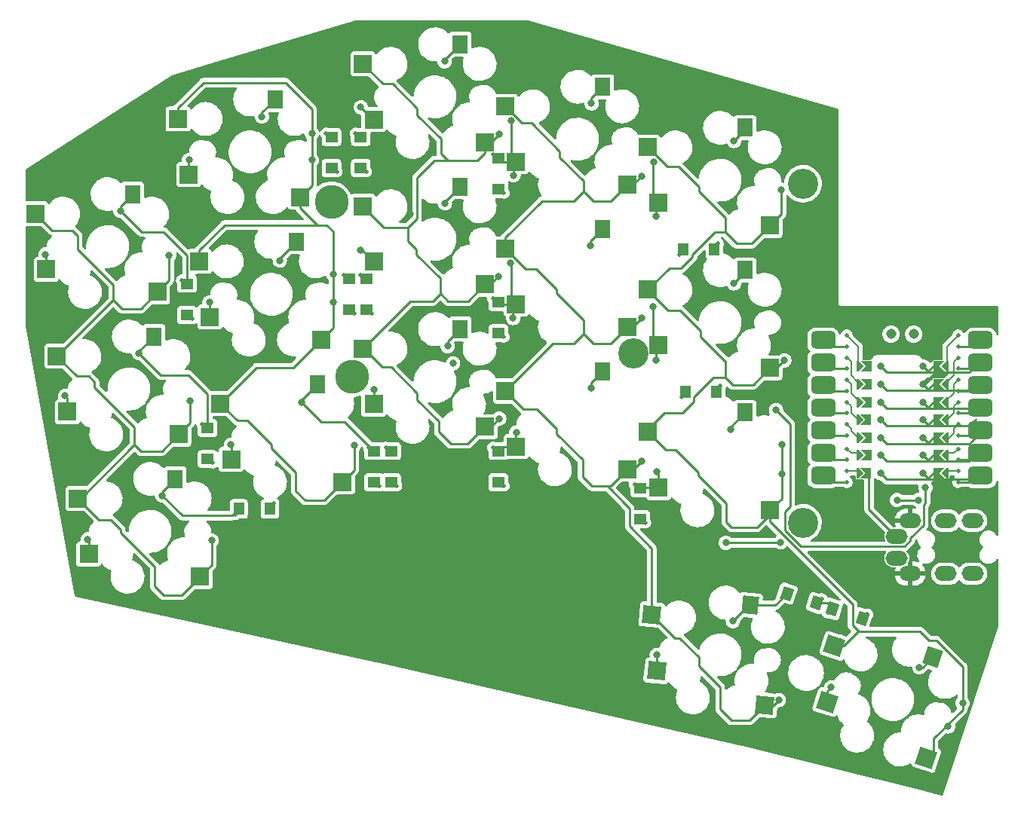
<source format=gtl>
%TF.GenerationSoftware,KiCad,Pcbnew,(6.0.7)*%
%TF.CreationDate,2022-09-23T16:11:01+09:00*%
%TF.ProjectId,selen-full_narrow,73656c65-6e2d-4667-956c-6c5f6e617272,rev?*%
%TF.SameCoordinates,Original*%
%TF.FileFunction,Copper,L1,Top*%
%TF.FilePolarity,Positive*%
%FSLAX46Y46*%
G04 Gerber Fmt 4.6, Leading zero omitted, Abs format (unit mm)*
G04 Created by KiCad (PCBNEW (6.0.7)) date 2022-09-23 16:11:01*
%MOMM*%
%LPD*%
G01*
G04 APERTURE LIST*
G04 Aperture macros list*
%AMRoundRect*
0 Rectangle with rounded corners*
0 $1 Rounding radius*
0 $2 $3 $4 $5 $6 $7 $8 $9 X,Y pos of 4 corners*
0 Add a 4 corners polygon primitive as box body*
4,1,4,$2,$3,$4,$5,$6,$7,$8,$9,$2,$3,0*
0 Add four circle primitives for the rounded corners*
1,1,$1+$1,$2,$3*
1,1,$1+$1,$4,$5*
1,1,$1+$1,$6,$7*
1,1,$1+$1,$8,$9*
0 Add four rect primitives between the rounded corners*
20,1,$1+$1,$2,$3,$4,$5,0*
20,1,$1+$1,$4,$5,$6,$7,0*
20,1,$1+$1,$6,$7,$8,$9,0*
20,1,$1+$1,$8,$9,$2,$3,0*%
%AMRotRect*
0 Rectangle, with rotation*
0 The origin of the aperture is its center*
0 $1 length*
0 $2 width*
0 $3 Rotation angle, in degrees counterclockwise*
0 Add horizontal line*
21,1,$1,$2,0,0,$3*%
%AMFreePoly0*
4,1,6,0.600000,0.200000,0.000000,-0.400000,-0.600000,0.200000,-0.600000,0.400000,0.600000,0.400000,0.600000,0.200000,0.600000,0.200000,$1*%
%AMFreePoly1*
4,1,49,0.014036,0.121239,0.026629,0.122131,0.041953,0.113759,0.062500,0.108253,0.075111,0.095642,0.088388,0.088388,0.776776,-0.600000,5.173224,-0.600000,5.861612,0.088388,5.890356,0.109852,5.959154,0.124664,6.025052,0.099961,6.067161,0.043572,6.072131,-0.026629,6.038388,-0.088388,5.313388,-0.813388,5.295552,-0.826707,5.292530,-0.830189,5.289826,-0.830982,5.284644,-0.834852,
5.254549,-0.841331,5.225000,-0.850000,0.725000,-0.850000,0.702969,-0.846805,0.698371,-0.847131,0.695898,-0.845780,0.689498,-0.844852,0.663632,-0.828151,0.636612,-0.813388,-0.088388,-0.088388,-0.106146,-0.064607,-0.108253,-0.062500,-0.108552,-0.061385,-0.109852,-0.059644,-0.113261,-0.043810,-0.125000,0.000000,-0.123721,0.004774,-0.124664,0.009154,-0.117242,0.028953,-0.108253,0.062500,
-0.102516,0.068237,-0.099961,0.075052,-0.083139,0.087614,-0.062500,0.108253,-0.051584,0.111178,-0.043572,0.117161,-0.024114,0.118539,0.000000,0.125000,0.014036,0.121239,0.014036,0.121239,$1*%
%AMFreePoly2*
4,1,6,0.600000,-0.250000,-0.600000,-0.250000,-0.600000,1.000000,0.000000,0.400000,0.600000,1.000000,0.600000,-0.250000,0.600000,-0.250000,$1*%
G04 Aperture macros list end*
%TA.AperFunction,EtchedComponent*%
%ADD10C,0.200000*%
%TD*%
%TA.AperFunction,EtchedComponent*%
%ADD11C,0.250000*%
%TD*%
%TA.AperFunction,SMDPad,CuDef*%
%ADD12R,1.400000X1.200000*%
%TD*%
%TA.AperFunction,ComponentPad*%
%ADD13C,0.500000*%
%TD*%
%TA.AperFunction,SMDPad,CuDef*%
%ADD14RotRect,1.200000X1.400000X342.000000*%
%TD*%
%TA.AperFunction,SMDPad,CuDef*%
%ADD15R,2.000000X2.000000*%
%TD*%
%TA.AperFunction,SMDPad,CuDef*%
%ADD16R,1.800000X2.000000*%
%TD*%
%TA.AperFunction,SMDPad,CuDef*%
%ADD17R,1.200000X1.400000*%
%TD*%
%TA.AperFunction,ComponentPad*%
%ADD18C,3.800000*%
%TD*%
%TA.AperFunction,SMDPad,CuDef*%
%ADD19RotRect,2.000000X2.000000X354.000000*%
%TD*%
%TA.AperFunction,SMDPad,CuDef*%
%ADD20RotRect,1.800000X2.000000X354.000000*%
%TD*%
%TA.AperFunction,ComponentPad*%
%ADD21C,3.400000*%
%TD*%
%TA.AperFunction,SMDPad,CuDef*%
%ADD22RotRect,1.200000X1.400000X162.000000*%
%TD*%
%TA.AperFunction,SMDPad,CuDef*%
%ADD23RotRect,2.000000X2.000000X342.000000*%
%TD*%
%TA.AperFunction,SMDPad,CuDef*%
%ADD24RotRect,1.800000X2.000000X342.000000*%
%TD*%
%TA.AperFunction,ComponentPad*%
%ADD25O,2.500000X1.700000*%
%TD*%
%TA.AperFunction,SMDPad,CuDef*%
%ADD26RoundRect,0.499745X-0.874395X-0.499745X0.874395X-0.499745X0.874395X0.499745X-0.874395X0.499745X0*%
%TD*%
%TA.AperFunction,SMDPad,CuDef*%
%ADD27FreePoly0,270.000000*%
%TD*%
%TA.AperFunction,SMDPad,CuDef*%
%ADD28FreePoly0,90.000000*%
%TD*%
%TA.AperFunction,SMDPad,CuDef*%
%ADD29FreePoly1,0.000000*%
%TD*%
%TA.AperFunction,ComponentPad*%
%ADD30C,0.800000*%
%TD*%
%TA.AperFunction,SMDPad,CuDef*%
%ADD31FreePoly2,270.000000*%
%TD*%
%TA.AperFunction,SMDPad,CuDef*%
%ADD32FreePoly2,90.000000*%
%TD*%
%TA.AperFunction,SMDPad,CuDef*%
%ADD33FreePoly1,180.000000*%
%TD*%
%TA.AperFunction,SMDPad,CuDef*%
%ADD34C,1.143000*%
%TD*%
%TA.AperFunction,ViaPad*%
%ADD35C,0.800000*%
%TD*%
%TA.AperFunction,Conductor*%
%ADD36C,0.250000*%
%TD*%
G04 APERTURE END LIST*
D10*
%TO.C,U1*%
X195063796Y-103687504D02*
X195788184Y-104411892D01*
D11*
X207063796Y-98437504D02*
X208713789Y-98437504D01*
D10*
X206563796Y-102687504D02*
X206563796Y-103687504D01*
D11*
X194563796Y-98437504D02*
X192795699Y-98437504D01*
D10*
X206563796Y-105187504D02*
X206563796Y-105937504D01*
X195063796Y-101687504D02*
X195788184Y-102411892D01*
X207063796Y-99687504D02*
X206563796Y-100187504D01*
X195063796Y-107687504D02*
X195063796Y-107937504D01*
D11*
X194563796Y-113687504D02*
X192795699Y-113687504D01*
X207063796Y-111187504D02*
X208563796Y-111187504D01*
X194563796Y-100937504D02*
X192795699Y-100937504D01*
D10*
X194563796Y-112437504D02*
X195663796Y-112437504D01*
X207063796Y-109937504D02*
X206563796Y-110437504D01*
D11*
X207063796Y-108437504D02*
X208563796Y-108437504D01*
X207063796Y-105937504D02*
X208214044Y-105937504D01*
X194563796Y-103437504D02*
X192795699Y-103437504D01*
D10*
X195063796Y-101187504D02*
X195063796Y-101687504D01*
X206563796Y-110437504D02*
X205613796Y-110437504D01*
X206563796Y-108187504D02*
X205638184Y-109113116D01*
X206563796Y-105937504D02*
X205813796Y-106687504D01*
X194563796Y-107187504D02*
X195063796Y-107687504D01*
X194563796Y-104687504D02*
X195063796Y-105187504D01*
X194563796Y-102187504D02*
X195063796Y-102687504D01*
X207063796Y-107187504D02*
X206563796Y-107687504D01*
X195063796Y-107937504D02*
X196038184Y-108911892D01*
X194563796Y-99687504D02*
X194813796Y-99937504D01*
X194813796Y-99937504D02*
X195063796Y-100187504D01*
X207063796Y-97187504D02*
X205813796Y-98437504D01*
X206563796Y-103687504D02*
X205613796Y-104637504D01*
X194563796Y-109937504D02*
X195063796Y-110437504D01*
X195063796Y-102687504D02*
X195063796Y-103687504D01*
X208713789Y-105073511D02*
X208713789Y-105351296D01*
D11*
X194563796Y-108437504D02*
X192795699Y-108437504D01*
X194563796Y-111187504D02*
X192795699Y-111187504D01*
X207063796Y-113687504D02*
X208563796Y-113687504D01*
D10*
X195813796Y-98437504D02*
X195813796Y-100087504D01*
X207063796Y-102187504D02*
X206563796Y-102687504D01*
D11*
X194563796Y-105937504D02*
X192795699Y-105937504D01*
D10*
X205813796Y-98437504D02*
X205813796Y-100437504D01*
X206563796Y-101687504D02*
X205813796Y-102437504D01*
D11*
X207063796Y-103437504D02*
X208713789Y-103437504D01*
D10*
X195063796Y-100187504D02*
X195063796Y-101187504D01*
X206563796Y-100187504D02*
X206563796Y-101687504D01*
X195063796Y-105187504D02*
X195063796Y-105937504D01*
X207063796Y-112437504D02*
X205613796Y-112437504D01*
X195063796Y-110437504D02*
X196038184Y-110437504D01*
D11*
X207063796Y-100937504D02*
X208713789Y-100937504D01*
D10*
X206563796Y-107687504D02*
X206563796Y-108187504D01*
X194563796Y-97187504D02*
X195813796Y-98437504D01*
X195063796Y-105937504D02*
X195813796Y-106687504D01*
X207063796Y-104687504D02*
X206563796Y-105187504D01*
%TD*%
D12*
%TO.P,D9,1,K*%
%TO.N,row1*%
X155448000Y-96950000D03*
D13*
X156048000Y-97350000D03*
%TO.P,D9,2,A*%
%TO.N,Net-(D9-Pad2)*%
X154848000Y-93050000D03*
D12*
X155448000Y-93450000D03*
%TD*%
%TO.P,D4,1,K*%
%TO.N,row0*%
X155448000Y-80772000D03*
D13*
X156048000Y-81172000D03*
%TO.P,D4,2,A*%
%TO.N,Net-(D4-Pad2)*%
X154848000Y-76872000D03*
D12*
X155448000Y-77272000D03*
%TD*%
D13*
%TO.P,D12,1,K*%
%TO.N,row2*%
X142100000Y-114100000D03*
D12*
X141500000Y-113700000D03*
%TO.P,D12,2,A*%
%TO.N,Net-(D12-Pad2)*%
X141500000Y-110200000D03*
D13*
X140900000Y-109800000D03*
%TD*%
%TO.P,D17,1,K*%
%TO.N,row3*%
X192423469Y-128365467D03*
D14*
X192989302Y-127918440D03*
%TO.P,D17,2,A*%
%TO.N,Net-(D17-Pad2)*%
X196318000Y-129000000D03*
D13*
X196883833Y-128552972D03*
%TD*%
D15*
%TO.P,SW1,1,1*%
%TO.N,col0*%
X103478000Y-83521500D03*
X117178000Y-92301500D03*
D16*
%TO.P,SW1,2,2*%
%TO.N,Net-(D1-Pad2)*%
X114378000Y-81321500D03*
D15*
X104678000Y-89761500D03*
%TD*%
%TO.P,SW13,1,1*%
%TO.N,col2*%
X153941000Y-107473750D03*
X140241000Y-98693750D03*
D16*
%TO.P,SW13,2,2*%
%TO.N,Net-(D13-Pad2)*%
X151141000Y-96493750D03*
D15*
X141441000Y-104933750D03*
%TD*%
D13*
%TO.P,D15,1,K*%
%TO.N,row2*%
X171950000Y-118250000D03*
D12*
X171350000Y-117850000D03*
D13*
%TO.P,D15,2,A*%
%TO.N,Net-(D15-Pad2)*%
X170750000Y-113950000D03*
D12*
X171350000Y-114350000D03*
%TD*%
D13*
%TO.P,D8,1,K*%
%TO.N,row1*%
X141200000Y-94700000D03*
D12*
X140600000Y-94300000D03*
%TO.P,D8,2,A*%
%TO.N,Net-(D8-Pad2)*%
X140600000Y-90800000D03*
D13*
X140000000Y-90400000D03*
%TD*%
D15*
%TO.P,SW7,1,1*%
%TO.N,col1*%
X121859750Y-88885000D03*
X135559750Y-97665000D03*
%TO.P,SW7,2,2*%
%TO.N,Net-(D7-Pad2)*%
X123059750Y-95125000D03*
D16*
X132759750Y-86685000D03*
%TD*%
D13*
%TO.P,D11,1,K*%
%TO.N,row2*%
X130200000Y-116100000D03*
D17*
X129800000Y-116700000D03*
D13*
%TO.P,D11,2,A*%
%TO.N,Net-(D11-Pad2)*%
X125900000Y-117300000D03*
D17*
X126300000Y-116700000D03*
%TD*%
D18*
%TO.P,REF\u002A\u002A,1*%
%TO.N,N/C*%
X136700000Y-82200000D03*
%TD*%
D15*
%TO.P,SW6,1,1*%
%TO.N,col0*%
X119559750Y-108301500D03*
X105859750Y-99521500D03*
D16*
%TO.P,SW6,2,2*%
%TO.N,Net-(D6-Pad2)*%
X116759750Y-97321500D03*
D15*
X107059750Y-105761500D03*
%TD*%
%TO.P,SW11,1,1*%
%TO.N,col0*%
X108241000Y-115521250D03*
X121941000Y-124301250D03*
%TO.P,SW11,2,2*%
%TO.N,Net-(D11-Pad2)*%
X109441000Y-121761250D03*
D16*
X119141000Y-113321250D03*
%TD*%
D15*
%TO.P,SW8,1,1*%
%TO.N,col2*%
X140241000Y-82693750D03*
X153941000Y-91473750D03*
D16*
%TO.P,SW8,2,2*%
%TO.N,Net-(D8-Pad2)*%
X151141000Y-80493750D03*
D15*
X141441000Y-88933750D03*
%TD*%
%TO.P,SW10,1,1*%
%TO.N,col4*%
X172240000Y-92059750D03*
X185940000Y-100839750D03*
D16*
%TO.P,SW10,2,2*%
%TO.N,Net-(D10-Pad2)*%
X183140000Y-89859750D03*
D15*
X173440000Y-98299750D03*
%TD*%
%TO.P,SW15,1,1*%
%TO.N,col4*%
X172240000Y-108060000D03*
X185940000Y-116840000D03*
D16*
%TO.P,SW15,2,2*%
%TO.N,Net-(D15-Pad2)*%
X183140000Y-105860000D03*
D15*
X173440000Y-114300000D03*
%TD*%
%TO.P,SW3,1,1*%
%TO.N,col2*%
X140241000Y-66693750D03*
X153941000Y-75473750D03*
D16*
%TO.P,SW3,2,2*%
%TO.N,Net-(D3-Pad2)*%
X151141000Y-64493750D03*
D15*
X141441000Y-72933750D03*
%TD*%
D19*
%TO.P,SW16,1,1*%
%TO.N,col3*%
X172671128Y-128570170D03*
X185378318Y-138734113D03*
D20*
%TO.P,SW16,2,2*%
%TO.N,Net-(D16-Pad2)*%
X183741379Y-127521583D03*
D19*
X173212297Y-134901421D03*
%TD*%
D12*
%TO.P,D3,1,K*%
%TO.N,row0*%
X140000000Y-78400000D03*
D13*
X140600000Y-78800000D03*
D12*
%TO.P,D3,2,A*%
%TO.N,Net-(D3-Pad2)*%
X140000000Y-74900000D03*
D13*
X139400000Y-74500000D03*
%TD*%
%TO.P,D5,1,K*%
%TO.N,row0*%
X180100000Y-86900000D03*
D17*
X179700000Y-87500000D03*
D13*
%TO.P,D5,2,A*%
%TO.N,Net-(D5-Pad2)*%
X175800000Y-88100000D03*
D17*
X176200000Y-87500000D03*
%TD*%
D12*
%TO.P,D1,1,K*%
%TO.N,row0*%
X120500000Y-94900000D03*
D13*
X121100000Y-95300000D03*
%TO.P,D1,2,A*%
%TO.N,Net-(D1-Pad2)*%
X119900000Y-91000000D03*
D12*
X120500000Y-91400000D03*
%TD*%
D15*
%TO.P,SW2,1,1*%
%TO.N,col1*%
X119478500Y-72885000D03*
X133178500Y-81665000D03*
D16*
%TO.P,SW2,2,2*%
%TO.N,Net-(D2-Pad2)*%
X130378500Y-70685000D03*
D15*
X120678500Y-79125000D03*
%TD*%
D21*
%TO.P,REF\u002A\u002A,1*%
%TO.N,N/C*%
X170600000Y-99200000D03*
X189650000Y-118250000D03*
X189650000Y-80150000D03*
%TD*%
D15*
%TO.P,SW9,1,1*%
%TO.N,col3*%
X169940500Y-96236250D03*
X156240500Y-87456250D03*
D16*
%TO.P,SW9,2,2*%
%TO.N,Net-(D9-Pad2)*%
X167140500Y-85256250D03*
D15*
X157440500Y-93696250D03*
%TD*%
%TO.P,SW5,1,1*%
%TO.N,col4*%
X185940000Y-84839750D03*
X172240000Y-76059750D03*
D16*
%TO.P,SW5,2,2*%
%TO.N,Net-(D5-Pad2)*%
X183140000Y-73859750D03*
D15*
X173440000Y-82299750D03*
%TD*%
D22*
%TO.P,D16,1,K*%
%TO.N,row3*%
X191184796Y-127275329D03*
D13*
X191750629Y-126828302D03*
D22*
%TO.P,D16,2,A*%
%TO.N,Net-(D16-Pad2)*%
X187856098Y-126193769D03*
D13*
X187290265Y-126640797D03*
%TD*%
D12*
%TO.P,D13,1,K*%
%TO.N,row2*%
X143400000Y-113700000D03*
D13*
X144000000Y-114100000D03*
%TO.P,D13,2,A*%
%TO.N,Net-(D13-Pad2)*%
X142800000Y-109800000D03*
D12*
X143400000Y-110200000D03*
%TD*%
D17*
%TO.P,D10,1,K*%
%TO.N,row1*%
X179950000Y-103500000D03*
D13*
X180350000Y-102900000D03*
D17*
%TO.P,D10,2,A*%
%TO.N,Net-(D10-Pad2)*%
X176450000Y-103500000D03*
D13*
X176050000Y-104100000D03*
%TD*%
D23*
%TO.P,SW17,1,1*%
%TO.N,col4*%
X193164708Y-132090553D03*
X203481013Y-144674362D03*
D24*
%TO.P,SW17,2,2*%
%TO.N,Net-(D17-Pad2)*%
X204211062Y-133366514D03*
D23*
X192377710Y-138395966D03*
%TD*%
D15*
%TO.P,SW12,1,1*%
%TO.N,col1*%
X137941000Y-113665000D03*
X124241000Y-104885000D03*
%TO.P,SW12,2,2*%
%TO.N,Net-(D12-Pad2)*%
X125441000Y-111125000D03*
D16*
X135141000Y-102685000D03*
%TD*%
D13*
%TO.P,D14,1,K*%
%TO.N,row2*%
X156048000Y-114100000D03*
D12*
X155448000Y-113700000D03*
D13*
%TO.P,D14,2,A*%
%TO.N,Net-(D14-Pad2)*%
X154848000Y-109800000D03*
D12*
X155448000Y-110200000D03*
%TD*%
D25*
%TO.P,J1,A*%
%TO.N,data*%
X200184000Y-122225000D03*
X200184000Y-119775000D03*
%TO.P,J1,B*%
%TO.N,+3V3*%
X208684000Y-118025000D03*
X208684000Y-123975000D03*
%TO.P,J1,C*%
X205684000Y-123975000D03*
X205684000Y-118025000D03*
%TO.P,J1,D*%
%TO.N,GND*%
X201684000Y-118025000D03*
X201684000Y-123975000D03*
%TD*%
D12*
%TO.P,D2,1,K*%
%TO.N,row0*%
X136700000Y-78400000D03*
D13*
X137300000Y-78800000D03*
%TO.P,D2,2,A*%
%TO.N,Net-(D2-Pad2)*%
X136100000Y-74500000D03*
D12*
X136700000Y-74900000D03*
%TD*%
D18*
%TO.P,REF\u002A\u002A,1*%
%TO.N,N/C*%
X139000000Y-101854000D03*
%TD*%
D15*
%TO.P,SW14,1,1*%
%TO.N,col3*%
X156240500Y-103456250D03*
X169940500Y-112236250D03*
%TO.P,SW14,2,2*%
%TO.N,Net-(D14-Pad2)*%
X157440500Y-109696250D03*
D16*
X167140500Y-101256250D03*
%TD*%
D13*
%TO.P,D7,1,K*%
%TO.N,row1*%
X139300000Y-94700000D03*
D12*
X138700000Y-94300000D03*
D13*
%TO.P,D7,2,A*%
%TO.N,Net-(D7-Pad2)*%
X138100000Y-90400000D03*
D12*
X138700000Y-90800000D03*
%TD*%
D15*
%TO.P,SW4,1,1*%
%TO.N,col3*%
X169940500Y-80236250D03*
X156240500Y-71456250D03*
D16*
%TO.P,SW4,2,2*%
%TO.N,Net-(D4-Pad2)*%
X167140500Y-69256250D03*
D15*
X157440500Y-77696250D03*
%TD*%
D13*
%TO.P,U1,*%
%TO.N,*%
X207063796Y-100937504D03*
X207063796Y-97187504D03*
X207063796Y-99687504D03*
X207063796Y-104687504D03*
X194563796Y-108437504D03*
X207063796Y-113687504D03*
X194563796Y-112437504D03*
X194563796Y-107187504D03*
D26*
X209588184Y-100271296D03*
D13*
X194563796Y-109937504D03*
D26*
X191921304Y-110431296D03*
D13*
X194563796Y-111187504D03*
D27*
X205588184Y-108687504D03*
D13*
X207063796Y-98437504D03*
D28*
X196088184Y-102687504D03*
D27*
X205588184Y-102687504D03*
D26*
X209588184Y-107891296D03*
X209588184Y-110431296D03*
X191921304Y-97731296D03*
D13*
X207063796Y-107187504D03*
X194563796Y-113687504D03*
X194563796Y-97187504D03*
D28*
X196088184Y-100687504D03*
X196088184Y-108687504D03*
D26*
X191921304Y-100271296D03*
D28*
X196088184Y-104687504D03*
D13*
X194563796Y-98437504D03*
D26*
X191921304Y-107891296D03*
D13*
X207063796Y-112437504D03*
X207063796Y-108437504D03*
D26*
X209588184Y-112971296D03*
D28*
X196063796Y-106687504D03*
D13*
X207063796Y-102187504D03*
D26*
X191921304Y-112971296D03*
D13*
X194563796Y-103437504D03*
D28*
X196088184Y-110687504D03*
X196063796Y-112687504D03*
D13*
X194563796Y-99687504D03*
X207063796Y-109937504D03*
D26*
X209588184Y-97731296D03*
D27*
X205563796Y-106687504D03*
D13*
X194563796Y-105937504D03*
X207063796Y-111187504D03*
X194563796Y-104687504D03*
X207063796Y-105937504D03*
D26*
X209588184Y-102811296D03*
X191921304Y-105351296D03*
X209588184Y-105351296D03*
D13*
X194563796Y-102187504D03*
D27*
X205563796Y-110687504D03*
D13*
X194563796Y-100937504D03*
D27*
X205588184Y-100687504D03*
X205588184Y-104687504D03*
D13*
X207063796Y-103437504D03*
D27*
X205563796Y-112687504D03*
D26*
X191921304Y-102811296D03*
D29*
%TO.P,U1,1,D0*%
%TO.N,col2*%
X198364408Y-100687504D03*
D30*
X198364408Y-100687504D03*
D31*
X204588184Y-100687504D03*
%TO.P,U1,2,D1*%
%TO.N,col1*%
X204588184Y-102687504D03*
D30*
X198364408Y-102687504D03*
D29*
X198364408Y-102687504D03*
D31*
%TO.P,U1,3,D2*%
%TO.N,col0*%
X204588184Y-104687504D03*
D29*
X198364408Y-104687504D03*
D30*
X198364408Y-104687504D03*
D29*
%TO.P,U1,4,D3*%
%TO.N,col3*%
X198364408Y-106687504D03*
D31*
X204563796Y-106687504D03*
D30*
X198364408Y-106687504D03*
D29*
%TO.P,U1,5,D4*%
%TO.N,col4*%
X198364408Y-108687504D03*
D30*
X198364408Y-108687504D03*
D31*
X204588184Y-108687504D03*
D29*
%TO.P,U1,6,D5*%
%TO.N,row0*%
X198364408Y-110687504D03*
D30*
X198364408Y-110687504D03*
D31*
X204563796Y-110687504D03*
%TO.P,U1,7,D6*%
%TO.N,unconnected-(U1-Pad7)*%
X204563796Y-112687504D03*
D29*
X198364408Y-112687504D03*
D30*
X198364408Y-112687504D03*
%TO.P,U1,8,D7*%
%TO.N,data*%
X203150408Y-112687504D03*
D32*
X197063796Y-112687504D03*
D33*
X203150408Y-112687504D03*
D30*
%TO.P,U1,9,D8*%
%TO.N,row1*%
X203150408Y-110687504D03*
D33*
X203150408Y-110687504D03*
D32*
X197088184Y-110687504D03*
%TO.P,U1,10,D9*%
%TO.N,row3*%
X197088184Y-108687504D03*
D33*
X203150408Y-108687504D03*
D30*
X203150408Y-108687504D03*
%TO.P,U1,11,D10*%
%TO.N,row2*%
X203150408Y-106687504D03*
D32*
X197063796Y-106687504D03*
D33*
X203150408Y-106687504D03*
%TO.P,U1,12,3V3*%
%TO.N,+3V3*%
X203150408Y-104687504D03*
D30*
X203150408Y-104687504D03*
D32*
X197088184Y-104687504D03*
D33*
%TO.P,U1,13,GND*%
%TO.N,GND*%
X203150408Y-102687504D03*
D30*
X203150408Y-102687504D03*
D32*
X197088184Y-102687504D03*
%TO.P,U1,14,5V*%
%TO.N,unconnected-(U1-Pad14)*%
X197088184Y-100687504D03*
D30*
X203150408Y-100687504D03*
D33*
X203150408Y-100687504D03*
D34*
%TO.P,U1,17*%
%TO.N,N/C*%
X199536987Y-97044929D03*
%TO.P,U1,18*%
X202076987Y-97044929D03*
%TD*%
D12*
%TO.P,D6,1,K*%
%TO.N,row1*%
X122800000Y-111100000D03*
D13*
X123400000Y-111500000D03*
D12*
%TO.P,D6,2,A*%
%TO.N,Net-(D6-Pad2)*%
X122800000Y-107600000D03*
D13*
X122200000Y-107200000D03*
%TD*%
D35*
%TO.N,*%
X150368000Y-100330000D03*
%TO.N,Net-(D1-Pad2)*%
X104600000Y-88100000D03*
X113000000Y-83196501D03*
%TO.N,Net-(D2-Pad2)*%
X120700000Y-77500000D03*
X128900000Y-72600000D03*
%TO.N,Net-(D3-Pad2)*%
X149400000Y-66400000D03*
X140000000Y-71550000D03*
%TO.N,Net-(D4-Pad2)*%
X165900000Y-71131251D03*
X156857702Y-73098050D03*
X157150000Y-79200000D03*
%TO.N,Net-(D5-Pad2)*%
X181900000Y-75350000D03*
X173150000Y-83800000D03*
X172857452Y-77701800D03*
%TO.N,row1*%
X203400000Y-114300000D03*
X186612299Y-105587701D03*
%TO.N,Net-(D6-Pad2)*%
X106800000Y-104000000D03*
X115100000Y-99200000D03*
%TO.N,Net-(D7-Pad2)*%
X130900000Y-88800000D03*
X123000000Y-93500000D03*
%TO.N,Net-(D8-Pad2)*%
X149450000Y-82368751D03*
X139954000Y-87630000D03*
%TO.N,Net-(D9-Pad2)*%
X165750000Y-87131251D03*
X156840502Y-89100000D03*
X157100000Y-95250000D03*
%TO.N,Net-(D10-Pad2)*%
X181900000Y-91350000D03*
X172840002Y-94000000D03*
X173150000Y-99950000D03*
%TO.N,row2*%
X181000000Y-120500000D03*
X187124500Y-120467701D03*
%TO.N,Net-(D11-Pad2)*%
X117700000Y-115196251D03*
X109350000Y-120100000D03*
%TO.N,Net-(D12-Pad2)*%
X133350000Y-104700000D03*
X125400000Y-109500000D03*
%TO.N,Net-(D13-Pad2)*%
X141465999Y-103265999D03*
X149750000Y-98400000D03*
%TO.N,Net-(D14-Pad2)*%
X157450000Y-108100000D03*
X165850000Y-103150000D03*
%TO.N,Net-(D15-Pad2)*%
X181500000Y-107750000D03*
X173250000Y-112500000D03*
%TO.N,Net-(D16-Pad2)*%
X173228000Y-133096000D03*
X181782524Y-129318850D03*
%TO.N,Net-(D17-Pad2)*%
X192829180Y-136761180D03*
X202718000Y-134500000D03*
%TO.N,col0*%
X118478000Y-88178000D03*
X123241000Y-120241000D03*
X120859750Y-104546501D03*
%TO.N,col1*%
X136900000Y-90300000D03*
X139241000Y-109541000D03*
X134500000Y-77500000D03*
X136900000Y-93500000D03*
X134500000Y-74500000D03*
%TO.N,col2*%
X155550000Y-74550000D03*
X155450000Y-90550000D03*
X155550000Y-106550000D03*
%TO.N,col3*%
X186944000Y-138176000D03*
X171550000Y-95200000D03*
X171550000Y-111300000D03*
X171500000Y-79300000D03*
%TO.N,col4*%
X187250000Y-112750000D03*
X187250000Y-109500000D03*
X207568000Y-138500000D03*
X205943000Y-141137094D03*
X187240000Y-80840000D03*
X187550000Y-100000000D03*
%TO.N,+3V3*%
X200200000Y-115700000D03*
X202610949Y-115700000D03*
%TO.N,GND*%
X203900000Y-98000000D03*
X151200000Y-84600000D03*
X149700000Y-105200000D03*
X131900000Y-115100000D03*
X117348000Y-94742000D03*
X188900000Y-103900000D03*
X150114000Y-110998000D03*
X197612000Y-123190000D03*
X189800000Y-85900000D03*
X177600000Y-93800000D03*
X145542000Y-83566000D03*
X167400000Y-73800000D03*
X138430000Y-76708000D03*
%TD*%
D36*
%TO.N,Net-(D1-Pad2)*%
X104678000Y-88178000D02*
X104600000Y-88100000D01*
X115403499Y-85600000D02*
X117900000Y-85600000D01*
X113000000Y-83196501D02*
X113000000Y-82699500D01*
X117900000Y-85600000D02*
X120500000Y-88200000D01*
X113000000Y-83196501D02*
X115403499Y-85600000D01*
X113000000Y-82699500D02*
X114378000Y-81321500D01*
X120500000Y-88200000D02*
X120500000Y-91400000D01*
X104678000Y-89761500D02*
X104678000Y-88178000D01*
%TO.N,Net-(D2-Pad2)*%
X128900000Y-72600000D02*
X128900000Y-72163500D01*
X128900000Y-72163500D02*
X130378500Y-70685000D01*
X120678500Y-79125000D02*
X120678500Y-77521500D01*
X120678500Y-77521500D02*
X120700000Y-77500000D01*
%TO.N,Net-(D3-Pad2)*%
X141383750Y-72933750D02*
X140000000Y-71550000D01*
X141441000Y-72933750D02*
X141383750Y-72933750D01*
X149400000Y-66234750D02*
X151141000Y-64493750D01*
X149400000Y-66400000D02*
X149400000Y-66234750D01*
%TO.N,Net-(D4-Pad2)*%
X157150000Y-77986750D02*
X157440500Y-77696250D01*
X165900000Y-71131251D02*
X165900000Y-70496750D01*
X156850000Y-77105750D02*
X157440500Y-77696250D01*
X156850000Y-73105752D02*
X156850000Y-77105750D01*
X156857702Y-73098050D02*
X156850000Y-73105752D01*
X157440500Y-77696250D02*
X155872250Y-77696250D01*
X165900000Y-70496750D02*
X167140500Y-69256250D01*
X157150000Y-79200000D02*
X157150000Y-77986750D01*
X155872250Y-77696250D02*
X155448000Y-77272000D01*
%TO.N,Net-(D5-Pad2)*%
X183140000Y-73859750D02*
X183140000Y-74110000D01*
X172850000Y-77709252D02*
X172850000Y-81709750D01*
X173150000Y-83800000D02*
X173150000Y-82589750D01*
X183140000Y-74110000D02*
X181900000Y-75350000D01*
X172857452Y-77701800D02*
X172850000Y-77709252D01*
X172850000Y-81709750D02*
X173440000Y-82299750D01*
X173150000Y-82589750D02*
X173440000Y-82299750D01*
%TO.N,row1*%
X201709000Y-120240990D02*
X201709000Y-119991000D01*
X187625000Y-116975000D02*
X187625000Y-119088783D01*
X201049990Y-120900000D02*
X201709000Y-120240990D01*
X201709000Y-119991000D02*
X203209000Y-118491000D01*
X186612299Y-105587701D02*
X188200000Y-107175402D01*
X188200000Y-107175402D02*
X188200000Y-116400000D01*
X187625000Y-119088783D02*
X189436217Y-120900000D01*
X189436217Y-120900000D02*
X201049990Y-120900000D01*
X203209000Y-118491000D02*
X203209000Y-116241000D01*
X188200000Y-116400000D02*
X187625000Y-116975000D01*
X203209000Y-116241000D02*
X203400000Y-116050000D01*
X203400000Y-116050000D02*
X203400000Y-114300000D01*
%TO.N,Net-(D6-Pad2)*%
X115100000Y-99200000D02*
X115100000Y-98981250D01*
X107059750Y-105761500D02*
X107059750Y-104259750D01*
X115100000Y-98981250D02*
X116759750Y-97321500D01*
X115100000Y-99200000D02*
X117550000Y-101650000D01*
X117550000Y-101650000D02*
X120650000Y-101650000D01*
X107059750Y-104259750D02*
X106800000Y-104000000D01*
X120650000Y-101650000D02*
X122800000Y-103800000D01*
X122800000Y-103800000D02*
X122800000Y-107600000D01*
%TO.N,Net-(D7-Pad2)*%
X123059750Y-93559750D02*
X123000000Y-93500000D01*
X123059750Y-95125000D02*
X123059750Y-93559750D01*
X130900000Y-88544750D02*
X132759750Y-86685000D01*
X130900000Y-88800000D02*
X130900000Y-88544750D01*
%TO.N,Net-(D8-Pad2)*%
X149450000Y-82184750D02*
X151141000Y-80493750D01*
X139954000Y-87630000D02*
X140137250Y-87630000D01*
X149450000Y-82368751D02*
X149450000Y-82184750D01*
X140137250Y-87630000D02*
X141441000Y-88933750D01*
%TO.N,Net-(D9-Pad2)*%
X157100000Y-95250000D02*
X157100000Y-94036750D01*
X165750000Y-87131251D02*
X165750000Y-86646750D01*
X165750000Y-86646750D02*
X167140500Y-85256250D01*
X156850000Y-93105750D02*
X156850000Y-89109498D01*
X157100000Y-94036750D02*
X157440500Y-93696250D01*
X157440500Y-93696250D02*
X155694250Y-93696250D01*
X155694250Y-93696250D02*
X155448000Y-93450000D01*
X157440500Y-93696250D02*
X156850000Y-93105750D01*
X156850000Y-89109498D02*
X156840502Y-89100000D01*
%TO.N,Net-(D10-Pad2)*%
X172840002Y-94000000D02*
X172850000Y-94009998D01*
X172850000Y-97709750D02*
X173440000Y-98299750D01*
X172850000Y-94009998D02*
X172850000Y-97709750D01*
X173150000Y-98589750D02*
X173440000Y-98299750D01*
X173150000Y-99950000D02*
X173150000Y-98589750D01*
X183140000Y-89859750D02*
X183140000Y-90110000D01*
X183140000Y-90110000D02*
X181900000Y-91350000D01*
%TO.N,row2*%
X187092201Y-120500000D02*
X181000000Y-120500000D01*
X187124500Y-120467701D02*
X187092201Y-120500000D01*
%TO.N,Net-(D11-Pad2)*%
X109441000Y-121761250D02*
X109441000Y-120191000D01*
X125550000Y-117450000D02*
X126300000Y-116700000D01*
X119953749Y-117450000D02*
X125550000Y-117450000D01*
X117700000Y-115196251D02*
X117700000Y-114762250D01*
X109441000Y-120191000D02*
X109350000Y-120100000D01*
X117700000Y-114762250D02*
X119141000Y-113321250D01*
X117700000Y-115196251D02*
X119953749Y-117450000D01*
%TO.N,Net-(D12-Pad2)*%
X125441000Y-111125000D02*
X125441000Y-109541000D01*
X125441000Y-109541000D02*
X125400000Y-109500000D01*
X133350000Y-104476000D02*
X135141000Y-102685000D01*
X138200000Y-106900000D02*
X141500000Y-110200000D01*
X133350000Y-104700000D02*
X135550000Y-106900000D01*
X135550000Y-106900000D02*
X138200000Y-106900000D01*
X133350000Y-104700000D02*
X133350000Y-104476000D01*
%TO.N,Net-(D13-Pad2)*%
X141441000Y-104933750D02*
X141441000Y-103290998D01*
X149750000Y-97884750D02*
X151141000Y-96493750D01*
X149750000Y-98400000D02*
X149750000Y-97884750D01*
X141441000Y-103290998D02*
X141465999Y-103265999D01*
%TO.N,Net-(D14-Pad2)*%
X165850000Y-103150000D02*
X165850000Y-102546750D01*
X157440500Y-109696250D02*
X155951750Y-109696250D01*
X157440500Y-108109500D02*
X157450000Y-108100000D01*
X157440500Y-109696250D02*
X157440500Y-108109500D01*
X165850000Y-102546750D02*
X167140500Y-101256250D01*
X155951750Y-109696250D02*
X155448000Y-110200000D01*
%TO.N,Net-(D15-Pad2)*%
X181500000Y-107500000D02*
X183140000Y-105860000D01*
X173440000Y-112690000D02*
X173250000Y-112500000D01*
X181500000Y-107750000D02*
X181500000Y-107500000D01*
X173440000Y-114300000D02*
X173440000Y-112690000D01*
X173440000Y-114300000D02*
X171850000Y-114300000D01*
%TO.N,row3*%
X191184796Y-127275329D02*
X192346191Y-127275329D01*
X192346191Y-127275329D02*
X192989302Y-127918440D01*
%TO.N,Net-(D16-Pad2)*%
X173212297Y-133111703D02*
X173228000Y-133096000D01*
X183741379Y-127521583D02*
X186528284Y-127521583D01*
X183579791Y-127521583D02*
X181782524Y-129318850D01*
X183741379Y-127521583D02*
X183579791Y-127521583D01*
X186528284Y-127521583D02*
X187856098Y-126193769D01*
X173212297Y-134901421D02*
X173212297Y-133111703D01*
%TO.N,Net-(D17-Pad2)*%
X202718000Y-134500000D02*
X203077576Y-134500000D01*
X192377710Y-137212650D02*
X192829180Y-136761180D01*
X203077576Y-134500000D02*
X204211062Y-133366514D01*
X192377710Y-138395966D02*
X192377710Y-137212650D01*
%TO.N,col0*%
X105353001Y-85396501D02*
X107603003Y-85396501D01*
X112200000Y-91500000D02*
X112200000Y-93200000D01*
X116850000Y-125400000D02*
X117850000Y-126400000D01*
X114600000Y-109500000D02*
X108578750Y-115521250D01*
X113050000Y-119050000D02*
X113050000Y-119350000D01*
X120859750Y-107001500D02*
X120859750Y-104546501D01*
X117661250Y-110200000D02*
X119559750Y-108301500D01*
X108241000Y-115521250D02*
X110615999Y-117896249D01*
X108203001Y-85996499D02*
X108203001Y-87503001D01*
X114600000Y-107500000D02*
X114600000Y-109500000D01*
X108138250Y-101800000D02*
X109451252Y-101800000D01*
X117850000Y-126400000D02*
X119900000Y-126400000D01*
X111896249Y-117896249D02*
X113050000Y-119050000D01*
X108203001Y-87503001D02*
X112200000Y-91500000D01*
X114600000Y-109500000D02*
X115300000Y-110200000D01*
X115279500Y-94200000D02*
X117178000Y-92301500D01*
X121941000Y-124301250D02*
X123241000Y-123001250D01*
X118478000Y-91001500D02*
X118478000Y-88178000D01*
X112200000Y-93200000D02*
X105878500Y-99521500D01*
X110615999Y-117896249D02*
X111896249Y-117896249D01*
X109451252Y-101800000D02*
X110104751Y-102453499D01*
X123241000Y-123001250D02*
X123241000Y-120241000D01*
X103478000Y-83521500D02*
X105353001Y-85396501D01*
X117178000Y-92301500D02*
X118478000Y-91001500D01*
X112200000Y-93200000D02*
X113200000Y-94200000D01*
X119900000Y-126400000D02*
X121941000Y-124359000D01*
X105859750Y-99521500D02*
X108138250Y-101800000D01*
X105878500Y-99521500D02*
X105859750Y-99521500D01*
X119559750Y-108301500D02*
X120859750Y-107001500D01*
X110104751Y-103004751D02*
X114600000Y-107500000D01*
X108578750Y-115521250D02*
X108241000Y-115521250D01*
X107603003Y-85396501D02*
X108203001Y-85996499D01*
X116850000Y-123150000D02*
X116850000Y-125400000D01*
X121941000Y-124359000D02*
X121941000Y-124301250D01*
X115300000Y-110200000D02*
X117661250Y-110200000D01*
X110104751Y-102453499D02*
X110104751Y-103004751D01*
X113200000Y-94200000D02*
X115279500Y-94200000D01*
X113050000Y-119350000D02*
X116850000Y-123150000D01*
%TO.N,col1*%
X132700000Y-112634001D02*
X132700000Y-114700000D01*
X124694750Y-84800000D02*
X135100000Y-84800000D01*
X121859750Y-87635000D02*
X124694750Y-84800000D01*
X129965999Y-109900000D02*
X132700000Y-112634001D01*
X134500000Y-77500000D02*
X134500000Y-80343500D01*
X136900000Y-93500000D02*
X136900000Y-96324750D01*
X133178500Y-81665000D02*
X133178500Y-82878500D01*
X135856000Y-115750000D02*
X137941000Y-113665000D01*
X134500000Y-71762000D02*
X134500000Y-74500000D01*
X133178500Y-82878500D02*
X135100000Y-84800000D01*
X139241000Y-112365000D02*
X139241000Y-109541000D01*
X136900000Y-96324750D02*
X135559750Y-97665000D01*
X121859750Y-88885000D02*
X121859750Y-87635000D01*
X128316001Y-100809999D02*
X124241000Y-104885000D01*
X126116001Y-106760001D02*
X127260001Y-106760001D01*
X124241000Y-104885000D02*
X126116001Y-106760001D01*
X133750000Y-115750000D02*
X135856000Y-115750000D01*
X132414751Y-100809999D02*
X128316001Y-100809999D01*
X135559750Y-97665000D02*
X132414751Y-100809999D01*
X127260001Y-106760001D02*
X129965999Y-109465999D01*
X129965999Y-109465999D02*
X129965999Y-109900000D01*
X136178053Y-84800000D02*
X136900000Y-85521947D01*
X136900000Y-90300000D02*
X136900000Y-93500000D01*
X119478500Y-71635000D02*
X122313500Y-68800000D01*
X135100000Y-84800000D02*
X136178053Y-84800000D01*
X131538000Y-68800000D02*
X134500000Y-71762000D01*
X132700000Y-114700000D02*
X133750000Y-115750000D01*
X134500000Y-80343500D02*
X133178500Y-81665000D01*
X122313500Y-68800000D02*
X131538000Y-68800000D01*
X136900000Y-85521947D02*
X136900000Y-90300000D01*
X119478500Y-72885000D02*
X119478500Y-71635000D01*
X134500000Y-74500000D02*
X134500000Y-77500000D01*
X137941000Y-113665000D02*
X139241000Y-112365000D01*
%TO.N,col2*%
X150098551Y-109400000D02*
X152014750Y-109400000D01*
X142497250Y-68950000D02*
X143600000Y-68950000D01*
X148900000Y-92500000D02*
X148900000Y-92450000D01*
X140241000Y-98693750D02*
X145585999Y-93348751D01*
X140241000Y-82693750D02*
X142615999Y-85068749D01*
X146350000Y-104450000D02*
X148750000Y-106850000D01*
X153941000Y-107473750D02*
X154626250Y-107473750D01*
X140241000Y-66693750D02*
X142497250Y-68950000D01*
X146304000Y-79502000D02*
X146304000Y-84074000D01*
X146304000Y-84074000D02*
X145309251Y-85068749D01*
X143400000Y-100750000D02*
X146350000Y-103700000D01*
X153941000Y-75473750D02*
X154626250Y-75473750D01*
X154626250Y-75473750D02*
X155550000Y-74550000D01*
X149000000Y-76800000D02*
X149750000Y-77550000D01*
X142450000Y-100750000D02*
X143400000Y-100750000D01*
X150150000Y-77550000D02*
X148256000Y-77550000D01*
X146215999Y-87535499D02*
X146209499Y-87535499D01*
X148256000Y-77550000D02*
X146304000Y-79502000D01*
X154626250Y-107473750D02*
X155550000Y-106550000D01*
X140393750Y-98693750D02*
X142450000Y-100750000D01*
X153941000Y-76723750D02*
X153114750Y-77550000D01*
X143600000Y-68950000D02*
X146350000Y-71700000D01*
X145309251Y-86635251D02*
X145309251Y-85068749D01*
X148051249Y-93348751D02*
X148900000Y-92500000D01*
X146350000Y-103700000D02*
X146350000Y-104450000D01*
X149000000Y-75100000D02*
X149000000Y-76800000D01*
X146209499Y-87535499D02*
X145309251Y-86635251D01*
X148900000Y-92450000D02*
X149800000Y-93350000D01*
X146215999Y-87535499D02*
X146215999Y-88100000D01*
X140241000Y-98693750D02*
X140393750Y-98693750D01*
X148750000Y-106850000D02*
X148750000Y-108051449D01*
X152064750Y-93350000D02*
X153941000Y-91473750D01*
X149800000Y-93350000D02*
X152064750Y-93350000D01*
X148900000Y-90784001D02*
X148900000Y-92450000D01*
X153941000Y-75473750D02*
X153941000Y-76723750D01*
X146350000Y-72450000D02*
X149000000Y-75100000D01*
X146215999Y-88100000D02*
X148900000Y-90784001D01*
X149750000Y-77550000D02*
X150150000Y-77550000D01*
X155450000Y-90550000D02*
X154526250Y-91473750D01*
X145309251Y-85068749D02*
X142615999Y-85068749D01*
X145585999Y-93348751D02*
X148051249Y-93348751D01*
X146350000Y-71700000D02*
X146350000Y-72450000D01*
X148750000Y-108051449D02*
X150098551Y-109400000D01*
X153114750Y-77550000D02*
X150150000Y-77550000D01*
X142615999Y-85068749D02*
X143749249Y-85068749D01*
X154526250Y-91473750D02*
X153941000Y-91473750D01*
X152014750Y-109400000D02*
X153941000Y-107473750D01*
%TO.N,col3*%
X156240500Y-86206250D02*
X160335499Y-82111251D01*
X159700000Y-89750000D02*
X161965499Y-92015499D01*
X170563750Y-80236250D02*
X171500000Y-79300000D01*
X170513750Y-96236250D02*
X171550000Y-95200000D01*
X170180000Y-118630000D02*
X172671128Y-121121128D01*
X156240500Y-87456250D02*
X158534250Y-89750000D01*
X169940500Y-96236250D02*
X170513750Y-96236250D01*
X175297632Y-131196674D02*
X175811673Y-131196674D01*
X156240500Y-103456250D02*
X158284250Y-105500000D01*
X186385887Y-138734113D02*
X186944000Y-138176000D01*
X161585499Y-98111251D02*
X163944248Y-98111251D01*
X183650431Y-140462000D02*
X185378318Y-138734113D01*
X165005499Y-97050000D02*
X166105499Y-98150000D01*
X161965499Y-92465499D02*
X165005499Y-95505499D01*
X159181251Y-73331251D02*
X162350000Y-76500000D01*
X161965499Y-92015499D02*
X161965499Y-92465499D01*
X168026750Y-114488375D02*
X169669188Y-116130812D01*
X158534250Y-89750000D02*
X159700000Y-89750000D01*
X162350000Y-77200000D02*
X165005499Y-79855499D01*
X163944248Y-98111251D02*
X165005499Y-97050000D01*
X168026750Y-98150000D02*
X169940500Y-96236250D01*
X160335499Y-82111251D02*
X163949747Y-82111251D01*
X170180000Y-116641625D02*
X170180000Y-118630000D01*
X162350000Y-76500000D02*
X162350000Y-77200000D01*
X156240500Y-71456250D02*
X158115501Y-73331251D01*
X158284250Y-105500000D02*
X159800000Y-105500000D01*
X156240500Y-103456250D02*
X161585499Y-98111251D01*
X180340000Y-136741001D02*
X180340000Y-139192000D01*
X164900000Y-111200000D02*
X164900000Y-113100000D01*
X162000000Y-107700000D02*
X162000000Y-108300000D01*
X165950000Y-114150000D02*
X167250000Y-114150000D01*
X156240500Y-87456250D02*
X156240500Y-86206250D01*
X165005499Y-95505499D02*
X165005499Y-97050000D01*
X168026750Y-114150000D02*
X167250000Y-114150000D01*
X181610000Y-140462000D02*
X183650431Y-140462000D01*
X185378318Y-138734113D02*
X186385887Y-138734113D01*
X169940500Y-112236250D02*
X168026750Y-114150000D01*
X163949747Y-82111251D02*
X165005499Y-81055499D01*
X166105499Y-98150000D02*
X168026750Y-98150000D01*
X166100000Y-82150000D02*
X168026750Y-82150000D01*
X172671128Y-121121128D02*
X172671128Y-128570170D01*
X165005499Y-81055499D02*
X166100000Y-82150000D01*
X159800000Y-105500000D02*
X162000000Y-107700000D01*
X167250000Y-114150000D02*
X167688376Y-114150000D01*
X177964999Y-133350000D02*
X177964999Y-134366000D01*
X165005499Y-79855499D02*
X165005499Y-81055499D01*
X180340000Y-139192000D02*
X181610000Y-140462000D01*
X164900000Y-113100000D02*
X165950000Y-114150000D01*
X175811673Y-131196674D02*
X177964999Y-133350000D01*
X177964999Y-134366000D02*
X180340000Y-136741001D01*
X172671128Y-128570170D02*
X175297632Y-131196674D01*
X162000000Y-108300000D02*
X164900000Y-111200000D01*
X169940500Y-112236250D02*
X170613750Y-112236250D01*
X168026750Y-82150000D02*
X169940500Y-80236250D01*
X169940500Y-80236250D02*
X170563750Y-80236250D01*
X170613750Y-112236250D02*
X171550000Y-111300000D01*
X167688376Y-114150000D02*
X169669188Y-116130812D01*
X158115501Y-73331251D02*
X159181251Y-73331251D01*
X169669188Y-116130812D02*
X170180000Y-116641625D01*
%TO.N,col4*%
X175884749Y-94434749D02*
X178150000Y-96700000D01*
X185940000Y-116840000D02*
X185940000Y-118140000D01*
X180900000Y-83950000D02*
X180900000Y-85600000D01*
X181004999Y-116054999D02*
X181004999Y-118150000D01*
X186710250Y-100839750D02*
X187550000Y-100000000D01*
X187250000Y-115530000D02*
X185940000Y-116840000D01*
X174280000Y-110100000D02*
X175350000Y-110100000D01*
X181604999Y-118750000D02*
X184500000Y-118750000D01*
X174100000Y-105900000D02*
X172240000Y-107760000D01*
X207568000Y-134425924D02*
X207568000Y-138500000D01*
X185940000Y-117310000D02*
X185940000Y-116840000D01*
X178150000Y-97350000D02*
X180850000Y-100050000D01*
X180900000Y-100050000D02*
X180900000Y-101908505D01*
X174649750Y-89650000D02*
X172240000Y-92059750D01*
X204642076Y-131500000D02*
X207568000Y-134425924D01*
X179591495Y-101908505D02*
X177400000Y-104100000D01*
X180900000Y-101908505D02*
X179591495Y-101908505D01*
X187250000Y-109500000D02*
X187250000Y-112750000D01*
X184029750Y-102750000D02*
X185940000Y-100839750D01*
X187250000Y-112750000D02*
X187250000Y-115530000D01*
X177400000Y-104100000D02*
X177400000Y-104600000D01*
X177850000Y-112600000D02*
X177850000Y-112900000D01*
X202818000Y-130500000D02*
X203818000Y-131500000D01*
X193164708Y-132090553D02*
X194216171Y-132090553D01*
X172240000Y-76059750D02*
X174430250Y-78250000D01*
X181741495Y-102750000D02*
X184029750Y-102750000D01*
X195206054Y-127406054D02*
X195206054Y-129806054D01*
X184500000Y-118750000D02*
X184575000Y-118675000D01*
X182200000Y-86900000D02*
X183879750Y-86900000D01*
X172240000Y-107760000D02*
X172240000Y-108060000D01*
X185940000Y-118140000D02*
X195206054Y-127406054D01*
X176100000Y-105900000D02*
X174100000Y-105900000D01*
X184575000Y-118675000D02*
X185940000Y-117310000D01*
X193918000Y-131337261D02*
X193164708Y-132090553D01*
X177250000Y-88375000D02*
X175975000Y-89650000D01*
X187240000Y-83539750D02*
X187240000Y-80840000D01*
X175975000Y-89650000D02*
X174649750Y-89650000D01*
X181004999Y-118150000D02*
X181604999Y-118750000D01*
X172240000Y-108060000D02*
X174280000Y-110100000D01*
X178000000Y-80550000D02*
X178000000Y-81050000D01*
X195900000Y-130500000D02*
X202818000Y-130500000D01*
X195206054Y-129806054D02*
X195900000Y-130500000D01*
X180900000Y-85600000D02*
X182200000Y-86900000D01*
X177400000Y-104600000D02*
X176100000Y-105900000D01*
X204318000Y-142500000D02*
X204318000Y-143837375D01*
X175350000Y-110100000D02*
X177850000Y-112600000D01*
X185940000Y-100839750D02*
X186710250Y-100839750D01*
X172240000Y-92140000D02*
X174534749Y-94434749D01*
X183879750Y-86900000D02*
X185940000Y-84839750D01*
X174430250Y-78250000D02*
X175700000Y-78250000D01*
X179750000Y-85600000D02*
X177250000Y-88100000D01*
X178150000Y-96700000D02*
X178150000Y-97350000D01*
X185940000Y-84839750D02*
X187240000Y-83539750D01*
X175700000Y-78250000D02*
X178000000Y-80550000D01*
X180850000Y-100050000D02*
X180900000Y-100050000D01*
X194216171Y-132090553D02*
X195806724Y-130500000D01*
X172240000Y-92059750D02*
X172240000Y-92140000D01*
X180900000Y-101908505D02*
X181741495Y-102750000D01*
X207568000Y-138500000D02*
X207568000Y-139250000D01*
X178000000Y-81050000D02*
X180900000Y-83950000D01*
X177250000Y-88100000D02*
X177250000Y-88375000D01*
X174534749Y-94434749D02*
X175884749Y-94434749D01*
X177850000Y-112900000D02*
X181004999Y-116054999D01*
X180900000Y-85600000D02*
X179750000Y-85600000D01*
X195806724Y-130500000D02*
X195900000Y-130500000D01*
X203818000Y-131500000D02*
X204642076Y-131500000D01*
X204318000Y-143837375D02*
X203481013Y-144674362D01*
X207568000Y-139250000D02*
X204318000Y-142500000D01*
%TO.N,data*%
X200075000Y-119775000D02*
X197063796Y-116763796D01*
X197063796Y-116763796D02*
X197063796Y-112687504D01*
X200184000Y-119775000D02*
X200075000Y-119775000D01*
%TO.N,+3V3*%
X200200000Y-115700000D02*
X202610949Y-115700000D01*
%TD*%
%TA.AperFunction,Conductor*%
%TO.N,GND*%
G36*
X104151261Y-84942001D02*
G01*
X104172235Y-84958904D01*
X104971196Y-85757865D01*
X104974849Y-85761674D01*
X105014885Y-85805213D01*
X105049969Y-85826966D01*
X105059737Y-85833680D01*
X105092606Y-85858629D01*
X105100587Y-85861789D01*
X105100589Y-85861790D01*
X105105475Y-85863724D01*
X105125491Y-85873792D01*
X105137251Y-85881083D01*
X105145495Y-85883478D01*
X105145497Y-85883479D01*
X105176875Y-85892595D01*
X105188104Y-85896440D01*
X105218484Y-85908468D01*
X105218487Y-85908469D01*
X105226474Y-85911631D01*
X105231619Y-85912172D01*
X105291579Y-85947016D01*
X105323934Y-86010212D01*
X105316986Y-86080867D01*
X105272414Y-86136921D01*
X105206599Y-86183005D01*
X105039505Y-86350099D01*
X105036348Y-86354607D01*
X105036346Y-86354610D01*
X104907122Y-86539161D01*
X104903965Y-86543670D01*
X104901642Y-86548652D01*
X104901639Y-86548657D01*
X104809104Y-86747100D01*
X104804097Y-86757837D01*
X104802675Y-86763145D01*
X104802674Y-86763147D01*
X104749988Y-86959778D01*
X104742937Y-86986092D01*
X104725956Y-87180183D01*
X104700092Y-87246301D01*
X104642589Y-87287940D01*
X104605595Y-87294179D01*
X104605624Y-87294455D01*
X104601199Y-87294920D01*
X104601198Y-87294920D01*
X104598621Y-87295191D01*
X104598617Y-87295191D01*
X104434025Y-87312490D01*
X104434021Y-87312491D01*
X104427017Y-87313227D01*
X104420346Y-87315498D01*
X104263677Y-87368832D01*
X104263674Y-87368833D01*
X104257007Y-87371103D01*
X104251009Y-87374793D01*
X104251007Y-87374794D01*
X104192316Y-87410901D01*
X104104045Y-87465206D01*
X104099014Y-87470132D01*
X104099011Y-87470135D01*
X104041631Y-87526326D01*
X103975732Y-87590859D01*
X103971913Y-87596784D01*
X103971912Y-87596786D01*
X103883183Y-87734466D01*
X103878446Y-87741817D01*
X103876037Y-87748437D01*
X103876035Y-87748440D01*
X103860698Y-87790578D01*
X103817022Y-87910578D01*
X103794514Y-88088753D01*
X103795201Y-88095760D01*
X103795201Y-88095763D01*
X103807648Y-88222706D01*
X103794388Y-88292453D01*
X103745526Y-88343960D01*
X103682249Y-88361001D01*
X103646482Y-88361001D01*
X103641589Y-88361776D01*
X103641588Y-88361776D01*
X103562494Y-88374302D01*
X103562492Y-88374303D01*
X103552696Y-88375854D01*
X103543859Y-88380357D01*
X103543858Y-88380357D01*
X103540304Y-88382168D01*
X103439658Y-88433450D01*
X103349950Y-88523158D01*
X103292354Y-88636196D01*
X103290804Y-88645985D01*
X103290803Y-88645987D01*
X103287077Y-88669512D01*
X103277500Y-88729981D01*
X103277501Y-90793018D01*
X103278276Y-90797911D01*
X103278276Y-90797912D01*
X103288758Y-90864095D01*
X103292354Y-90886804D01*
X103296857Y-90895641D01*
X103296857Y-90895642D01*
X103301644Y-90905036D01*
X103349950Y-90999842D01*
X103439658Y-91089550D01*
X103552696Y-91147146D01*
X103562485Y-91148696D01*
X103562487Y-91148697D01*
X103589849Y-91153030D01*
X103646481Y-91162000D01*
X104677791Y-91162000D01*
X105709518Y-91161999D01*
X105737276Y-91157603D01*
X105793506Y-91148698D01*
X105793508Y-91148697D01*
X105803304Y-91147146D01*
X105916342Y-91089550D01*
X106006050Y-90999842D01*
X106041392Y-90930480D01*
X106090141Y-90878865D01*
X106159056Y-90861799D01*
X106226257Y-90884700D01*
X106252060Y-90908986D01*
X106369816Y-91056232D01*
X106373157Y-91059353D01*
X106562701Y-91236415D01*
X106571364Y-91244508D01*
X106797979Y-91401716D01*
X106802055Y-91403744D01*
X106802057Y-91403745D01*
X107040829Y-91522533D01*
X107040832Y-91522534D01*
X107044914Y-91524565D01*
X107049250Y-91525986D01*
X107049249Y-91525986D01*
X107148143Y-91558405D01*
X107206643Y-91598632D01*
X107234109Y-91664101D01*
X107227703Y-91720092D01*
X107199955Y-91798668D01*
X107180303Y-91898374D01*
X107154823Y-92027651D01*
X107146620Y-92069268D01*
X107146393Y-92073822D01*
X107146393Y-92073824D01*
X107133510Y-92332608D01*
X107132906Y-92344733D01*
X107159102Y-92619292D01*
X107160187Y-92623726D01*
X107160188Y-92623732D01*
X107201959Y-92794436D01*
X107224657Y-92887194D01*
X107328199Y-93142826D01*
X107330500Y-93146756D01*
X107330503Y-93146762D01*
X107465255Y-93376903D01*
X107465260Y-93376910D01*
X107467558Y-93380835D01*
X107470405Y-93384395D01*
X107622736Y-93574874D01*
X107639816Y-93596232D01*
X107643157Y-93599353D01*
X107837896Y-93781268D01*
X107841364Y-93784508D01*
X108067979Y-93941716D01*
X108072055Y-93943744D01*
X108072057Y-93943745D01*
X108310827Y-94062532D01*
X108310830Y-94062533D01*
X108314914Y-94064565D01*
X108576998Y-94150480D01*
X108581489Y-94151260D01*
X108581490Y-94151260D01*
X108844957Y-94197006D01*
X108844965Y-94197007D01*
X108848738Y-94197662D01*
X108852575Y-94197853D01*
X108934305Y-94201922D01*
X108934313Y-94201922D01*
X108935876Y-94202000D01*
X109108070Y-94202000D01*
X109110338Y-94201835D01*
X109110350Y-94201835D01*
X109244603Y-94192094D01*
X109313083Y-94187125D01*
X109317538Y-94186141D01*
X109317541Y-94186141D01*
X109577947Y-94128648D01*
X109577950Y-94128647D01*
X109582403Y-94127664D01*
X109840319Y-94029949D01*
X109855511Y-94021511D01*
X110077435Y-93898243D01*
X110077436Y-93898242D01*
X110081428Y-93896025D01*
X110260927Y-93759035D01*
X110297046Y-93731470D01*
X110297047Y-93731469D01*
X110300678Y-93728698D01*
X110303873Y-93725430D01*
X110490283Y-93534742D01*
X110490287Y-93534737D01*
X110493477Y-93531474D01*
X110496166Y-93527780D01*
X110653100Y-93312176D01*
X110653102Y-93312173D01*
X110655787Y-93308484D01*
X110784206Y-93064399D01*
X110876045Y-92804332D01*
X110907362Y-92645444D01*
X110928499Y-92538204D01*
X110928500Y-92538198D01*
X110929380Y-92533732D01*
X110930260Y-92516064D01*
X110942867Y-92262836D01*
X110942867Y-92262830D01*
X110943094Y-92258267D01*
X110916898Y-91983708D01*
X110915155Y-91976582D01*
X110852429Y-91720244D01*
X110851343Y-91715806D01*
X110747801Y-91460174D01*
X110745500Y-91456244D01*
X110745497Y-91456238D01*
X110610745Y-91226097D01*
X110610740Y-91226090D01*
X110608442Y-91222165D01*
X110551463Y-91150916D01*
X110439036Y-91010334D01*
X110439035Y-91010333D01*
X110436184Y-91006768D01*
X110412519Y-90984661D01*
X110237972Y-90821608D01*
X110237969Y-90821606D01*
X110234636Y-90818492D01*
X110008021Y-90661284D01*
X109998146Y-90656371D01*
X109765171Y-90540467D01*
X109765168Y-90540466D01*
X109761086Y-90538435D01*
X109705164Y-90520103D01*
X109657857Y-90504595D01*
X109599357Y-90464368D01*
X109571891Y-90398899D01*
X109578297Y-90342908D01*
X109581355Y-90334249D01*
X109606045Y-90264332D01*
X109659380Y-89993732D01*
X109659553Y-89990255D01*
X109687596Y-89925334D01*
X109746517Y-89885726D01*
X109817499Y-89884260D01*
X109873599Y-89916768D01*
X111637595Y-91680764D01*
X111671621Y-91743076D01*
X111674500Y-91769859D01*
X111674500Y-92930141D01*
X111654498Y-92998262D01*
X111637595Y-93019236D01*
X106572736Y-98084095D01*
X106510424Y-98118121D01*
X106483641Y-98121000D01*
X104976297Y-98121001D01*
X104828232Y-98121001D01*
X104823339Y-98121776D01*
X104823338Y-98121776D01*
X104744244Y-98134302D01*
X104744242Y-98134303D01*
X104734446Y-98135854D01*
X104725609Y-98140357D01*
X104725608Y-98140357D01*
X104702855Y-98151951D01*
X104621408Y-98193450D01*
X104531700Y-98283158D01*
X104474104Y-98396196D01*
X104472554Y-98405985D01*
X104472553Y-98405987D01*
X104469805Y-98423339D01*
X104459250Y-98489981D01*
X104459251Y-100553018D01*
X104460026Y-100557911D01*
X104460026Y-100557912D01*
X104465769Y-100594172D01*
X104474104Y-100646804D01*
X104478607Y-100655641D01*
X104478607Y-100655642D01*
X104490201Y-100678395D01*
X104531700Y-100759842D01*
X104621408Y-100849550D01*
X104734446Y-100907146D01*
X104744235Y-100908696D01*
X104744237Y-100908697D01*
X104769172Y-100912646D01*
X104828231Y-100922000D01*
X104974616Y-100922000D01*
X106464890Y-100921999D01*
X106533011Y-100942001D01*
X106553985Y-100958904D01*
X107594627Y-101999546D01*
X107628653Y-102061858D01*
X107623588Y-102132673D01*
X107588174Y-102182830D01*
X107588349Y-102183005D01*
X107421255Y-102350099D01*
X107418098Y-102354607D01*
X107418096Y-102354610D01*
X107293175Y-102533016D01*
X107285715Y-102543670D01*
X107283392Y-102548652D01*
X107283389Y-102548657D01*
X107194188Y-102739950D01*
X107185847Y-102757837D01*
X107184425Y-102763145D01*
X107184424Y-102763147D01*
X107132245Y-102957884D01*
X107124687Y-102986092D01*
X107124208Y-102991568D01*
X107124207Y-102991573D01*
X107120138Y-103038085D01*
X107114821Y-103098866D01*
X107114684Y-103100428D01*
X107088821Y-103166547D01*
X107031317Y-103208186D01*
X106974245Y-103214561D01*
X106812618Y-103195289D01*
X106805624Y-103194455D01*
X106798621Y-103195191D01*
X106798620Y-103195191D01*
X106634025Y-103212490D01*
X106634021Y-103212491D01*
X106627017Y-103213227D01*
X106620346Y-103215498D01*
X106463677Y-103268832D01*
X106463674Y-103268833D01*
X106457007Y-103271103D01*
X106451009Y-103274793D01*
X106451007Y-103274794D01*
X106402484Y-103304646D01*
X106304045Y-103365206D01*
X106299014Y-103370132D01*
X106299011Y-103370135D01*
X106255535Y-103412710D01*
X106175732Y-103490859D01*
X106171913Y-103496784D01*
X106171912Y-103496786D01*
X106113678Y-103587147D01*
X106078446Y-103641817D01*
X106076037Y-103648437D01*
X106076035Y-103648440D01*
X106057084Y-103700508D01*
X106017022Y-103810578D01*
X105994514Y-103988753D01*
X105995201Y-103995760D01*
X105995201Y-103995763D01*
X105999294Y-104037506D01*
X106012039Y-104167486D01*
X106014263Y-104174171D01*
X106014263Y-104174172D01*
X106027463Y-104213855D01*
X106029985Y-104284806D01*
X105993747Y-104345858D01*
X105946839Y-104373459D01*
X105944243Y-104374302D01*
X105934446Y-104375854D01*
X105925609Y-104380357D01*
X105925608Y-104380357D01*
X105913289Y-104386634D01*
X105821408Y-104433450D01*
X105731700Y-104523158D01*
X105674104Y-104636196D01*
X105672554Y-104645985D01*
X105672553Y-104645987D01*
X105668814Y-104669596D01*
X105659250Y-104729981D01*
X105659251Y-106793018D01*
X105660026Y-106797911D01*
X105660026Y-106797912D01*
X105671702Y-106871635D01*
X105674104Y-106886804D01*
X105678607Y-106895641D01*
X105678607Y-106895642D01*
X105686756Y-106911635D01*
X105731700Y-106999842D01*
X105821408Y-107089550D01*
X105934446Y-107147146D01*
X105944235Y-107148696D01*
X105944237Y-107148697D01*
X105971599Y-107153030D01*
X106028231Y-107162000D01*
X107059541Y-107162000D01*
X108091268Y-107161999D01*
X108100670Y-107160510D01*
X108175256Y-107148698D01*
X108175258Y-107148697D01*
X108185054Y-107147146D01*
X108298092Y-107089550D01*
X108387800Y-106999842D01*
X108419910Y-106936822D01*
X108423142Y-106930480D01*
X108471891Y-106878865D01*
X108540806Y-106861799D01*
X108608007Y-106884700D01*
X108633810Y-106908986D01*
X108751566Y-107056232D01*
X108754907Y-107059353D01*
X108944451Y-107236415D01*
X108953114Y-107244508D01*
X109179729Y-107401716D01*
X109183805Y-107403744D01*
X109183807Y-107403745D01*
X109422579Y-107522533D01*
X109422582Y-107522534D01*
X109426664Y-107524565D01*
X109431000Y-107525986D01*
X109430999Y-107525986D01*
X109529893Y-107558405D01*
X109588393Y-107598632D01*
X109615859Y-107664101D01*
X109609453Y-107720092D01*
X109581705Y-107798668D01*
X109563762Y-107889703D01*
X109530106Y-108060462D01*
X109528370Y-108069268D01*
X109528143Y-108073822D01*
X109528143Y-108073824D01*
X109514920Y-108339431D01*
X109514656Y-108344733D01*
X109540852Y-108619292D01*
X109541937Y-108623726D01*
X109541938Y-108623732D01*
X109600969Y-108864970D01*
X109606407Y-108887194D01*
X109709949Y-109142826D01*
X109712250Y-109146756D01*
X109712253Y-109146762D01*
X109847005Y-109376903D01*
X109847010Y-109376910D01*
X109849308Y-109380835D01*
X109852155Y-109384395D01*
X110012979Y-109585494D01*
X110021566Y-109596232D01*
X110024907Y-109599353D01*
X110219571Y-109781198D01*
X110223114Y-109784508D01*
X110449729Y-109941716D01*
X110453805Y-109943744D01*
X110453807Y-109943745D01*
X110692577Y-110062532D01*
X110692580Y-110062533D01*
X110696664Y-110064565D01*
X110958748Y-110150480D01*
X110963239Y-110151260D01*
X110963240Y-110151260D01*
X111226707Y-110197006D01*
X111226715Y-110197007D01*
X111230488Y-110197662D01*
X111234325Y-110197853D01*
X111316055Y-110201922D01*
X111316063Y-110201922D01*
X111317626Y-110202000D01*
X111489820Y-110202000D01*
X111492088Y-110201835D01*
X111492100Y-110201835D01*
X111626353Y-110192094D01*
X111694833Y-110187125D01*
X111699288Y-110186141D01*
X111699291Y-110186141D01*
X111959697Y-110128648D01*
X111959700Y-110128647D01*
X111964153Y-110127664D01*
X112222069Y-110029949D01*
X112237702Y-110021266D01*
X112459185Y-109898243D01*
X112459186Y-109898242D01*
X112463178Y-109896025D01*
X112633816Y-109765798D01*
X112678796Y-109731470D01*
X112678797Y-109731469D01*
X112682428Y-109728698D01*
X112685623Y-109725430D01*
X112872033Y-109534742D01*
X112872037Y-109534737D01*
X112875227Y-109531474D01*
X112878567Y-109526886D01*
X113034850Y-109312176D01*
X113034852Y-109312173D01*
X113037537Y-109308484D01*
X113165956Y-109064399D01*
X113257795Y-108804332D01*
X113280073Y-108691302D01*
X113310249Y-108538204D01*
X113310250Y-108538198D01*
X113311130Y-108533732D01*
X113311762Y-108521039D01*
X113324617Y-108262836D01*
X113324617Y-108262830D01*
X113324844Y-108258267D01*
X113298648Y-107983708D01*
X113296905Y-107976582D01*
X113234179Y-107720244D01*
X113233093Y-107715806D01*
X113129551Y-107460174D01*
X113127250Y-107456244D01*
X113127247Y-107456238D01*
X112992495Y-107226097D01*
X112992490Y-107226090D01*
X112990192Y-107222165D01*
X112933694Y-107151518D01*
X112820786Y-107010334D01*
X112820785Y-107010333D01*
X112817934Y-107006768D01*
X112787609Y-106978440D01*
X112619722Y-106821608D01*
X112619719Y-106821606D01*
X112616386Y-106818492D01*
X112389771Y-106661284D01*
X112383779Y-106658303D01*
X112146921Y-106540467D01*
X112146918Y-106540466D01*
X112142836Y-106538435D01*
X112112322Y-106528432D01*
X112039607Y-106504595D01*
X111981107Y-106464368D01*
X111953641Y-106398899D01*
X111960047Y-106342908D01*
X111961721Y-106338167D01*
X111987795Y-106264332D01*
X112015917Y-106121651D01*
X112040249Y-105998204D01*
X112040250Y-105998198D01*
X112041130Y-105993732D01*
X112041683Y-105982623D01*
X112065046Y-105915580D01*
X112120947Y-105871812D01*
X112191636Y-105865214D01*
X112256622Y-105899791D01*
X114037595Y-107680764D01*
X114071621Y-107743076D01*
X114074500Y-107769859D01*
X114074500Y-109230141D01*
X114054498Y-109298262D01*
X114037595Y-109319236D01*
X109272986Y-114083845D01*
X109210674Y-114117871D01*
X109183891Y-114120750D01*
X107385207Y-114120751D01*
X107209482Y-114120751D01*
X107204589Y-114121526D01*
X107204588Y-114121526D01*
X107125494Y-114134052D01*
X107125492Y-114134053D01*
X107115696Y-114135604D01*
X107002658Y-114193200D01*
X106912950Y-114282908D01*
X106855354Y-114395946D01*
X106853804Y-114405735D01*
X106853803Y-114405737D01*
X106850704Y-114425304D01*
X106840500Y-114489731D01*
X106840501Y-116552768D01*
X106841276Y-116557661D01*
X106841276Y-116557662D01*
X106848383Y-116602534D01*
X106855354Y-116646554D01*
X106859857Y-116655391D01*
X106859857Y-116655392D01*
X106865772Y-116667000D01*
X106912950Y-116759592D01*
X107002658Y-116849300D01*
X107115696Y-116906896D01*
X107125485Y-116908446D01*
X107125487Y-116908447D01*
X107152849Y-116912780D01*
X107209481Y-116921750D01*
X107355866Y-116921750D01*
X108846140Y-116921749D01*
X108914261Y-116941751D01*
X108935235Y-116958654D01*
X109975877Y-117999296D01*
X110009903Y-118061608D01*
X110004838Y-118132423D01*
X109969424Y-118182580D01*
X109969599Y-118182755D01*
X109802505Y-118349849D01*
X109799348Y-118354357D01*
X109799346Y-118354360D01*
X109679539Y-118525462D01*
X109666965Y-118543420D01*
X109664642Y-118548402D01*
X109664639Y-118548407D01*
X109576419Y-118737595D01*
X109567097Y-118757587D01*
X109565675Y-118762895D01*
X109565674Y-118762897D01*
X109514436Y-118954123D01*
X109505937Y-118985842D01*
X109493775Y-119124849D01*
X109488926Y-119180273D01*
X109463062Y-119246391D01*
X109405559Y-119288031D01*
X109362561Y-119295282D01*
X109355624Y-119294455D01*
X109348621Y-119295191D01*
X109348620Y-119295191D01*
X109184025Y-119312490D01*
X109184021Y-119312491D01*
X109177017Y-119313227D01*
X109170346Y-119315498D01*
X109013677Y-119368832D01*
X109013674Y-119368833D01*
X109007007Y-119371103D01*
X108854045Y-119465206D01*
X108849014Y-119470132D01*
X108849011Y-119470135D01*
X108803607Y-119514598D01*
X108725732Y-119590859D01*
X108721913Y-119596784D01*
X108721912Y-119596786D01*
X108645407Y-119715498D01*
X108628446Y-119741817D01*
X108626037Y-119748437D01*
X108626035Y-119748440D01*
X108603067Y-119811544D01*
X108567022Y-119910578D01*
X108544514Y-120088753D01*
X108556977Y-120215852D01*
X108557624Y-120222455D01*
X108544365Y-120292203D01*
X108495502Y-120343710D01*
X108432225Y-120360751D01*
X108409482Y-120360751D01*
X108404589Y-120361526D01*
X108404588Y-120361526D01*
X108325494Y-120374052D01*
X108325492Y-120374053D01*
X108315696Y-120375604D01*
X108202658Y-120433200D01*
X108112950Y-120522908D01*
X108055354Y-120635946D01*
X108040500Y-120729731D01*
X108040501Y-122792768D01*
X108041276Y-122797661D01*
X108041276Y-122797662D01*
X108053590Y-122875413D01*
X108055354Y-122886554D01*
X108112950Y-122999592D01*
X108202658Y-123089300D01*
X108315696Y-123146896D01*
X108325485Y-123148446D01*
X108325487Y-123148447D01*
X108352849Y-123152780D01*
X108409481Y-123161750D01*
X109440791Y-123161750D01*
X110472518Y-123161749D01*
X110477412Y-123160974D01*
X110556506Y-123148448D01*
X110556508Y-123148447D01*
X110566304Y-123146896D01*
X110582453Y-123138668D01*
X110603827Y-123127777D01*
X110679342Y-123089300D01*
X110769050Y-122999592D01*
X110804392Y-122930230D01*
X110853141Y-122878615D01*
X110922056Y-122861549D01*
X110989257Y-122884450D01*
X111015060Y-122908736D01*
X111132816Y-123055982D01*
X111136157Y-123059103D01*
X111314284Y-123225500D01*
X111334364Y-123244258D01*
X111560979Y-123401466D01*
X111565055Y-123403494D01*
X111565057Y-123403495D01*
X111803829Y-123522283D01*
X111803832Y-123522284D01*
X111807914Y-123524315D01*
X111812250Y-123525736D01*
X111812249Y-123525736D01*
X111911143Y-123558155D01*
X111969643Y-123598382D01*
X111997109Y-123663851D01*
X111990703Y-123719842D01*
X111962955Y-123798418D01*
X111962075Y-123802884D01*
X111920378Y-124014438D01*
X111909620Y-124069018D01*
X111909393Y-124073572D01*
X111909393Y-124073574D01*
X111899477Y-124272760D01*
X111895906Y-124344483D01*
X111922102Y-124619042D01*
X111923187Y-124623476D01*
X111923188Y-124623482D01*
X111956713Y-124760487D01*
X111987657Y-124886944D01*
X112091199Y-125142576D01*
X112093500Y-125146506D01*
X112093503Y-125146512D01*
X112228255Y-125376653D01*
X112228260Y-125376660D01*
X112230558Y-125380585D01*
X112233405Y-125384145D01*
X112391418Y-125581729D01*
X112402816Y-125595982D01*
X112406157Y-125599103D01*
X112599805Y-125779999D01*
X112604364Y-125784258D01*
X112830979Y-125941466D01*
X112835055Y-125943494D01*
X112835057Y-125943495D01*
X113073827Y-126062282D01*
X113073830Y-126062283D01*
X113077914Y-126064315D01*
X113339998Y-126150230D01*
X113344489Y-126151010D01*
X113344490Y-126151010D01*
X113607957Y-126196756D01*
X113607965Y-126196757D01*
X113611738Y-126197412D01*
X113615575Y-126197603D01*
X113697305Y-126201672D01*
X113697313Y-126201672D01*
X113698876Y-126201750D01*
X113871070Y-126201750D01*
X113873338Y-126201585D01*
X113873350Y-126201585D01*
X114007603Y-126191844D01*
X114076083Y-126186875D01*
X114080538Y-126185891D01*
X114080541Y-126185891D01*
X114340947Y-126128398D01*
X114340950Y-126128397D01*
X114345403Y-126127414D01*
X114603319Y-126029699D01*
X114623145Y-126018687D01*
X114840435Y-125897993D01*
X114840436Y-125897992D01*
X114844428Y-125895775D01*
X115063678Y-125728448D01*
X115066873Y-125725180D01*
X115253283Y-125534492D01*
X115253287Y-125534487D01*
X115256477Y-125531224D01*
X115286413Y-125490097D01*
X115416100Y-125311926D01*
X115416102Y-125311923D01*
X115418787Y-125308234D01*
X115547206Y-125064149D01*
X115639045Y-124804082D01*
X115675516Y-124619042D01*
X115691499Y-124537954D01*
X115691500Y-124537948D01*
X115692380Y-124533482D01*
X115692607Y-124528926D01*
X115705867Y-124262586D01*
X115705867Y-124262580D01*
X115706094Y-124258017D01*
X115679898Y-123983458D01*
X115666814Y-123929985D01*
X115615429Y-123719994D01*
X115614343Y-123715556D01*
X115510801Y-123459924D01*
X115508500Y-123455994D01*
X115508497Y-123455988D01*
X115373745Y-123225847D01*
X115373740Y-123225840D01*
X115371442Y-123221915D01*
X115322706Y-123160974D01*
X115202036Y-123010084D01*
X115202035Y-123010083D01*
X115199184Y-123006518D01*
X115139658Y-122950912D01*
X115000972Y-122821358D01*
X115000969Y-122821356D01*
X114997636Y-122818242D01*
X114771021Y-122661034D01*
X114766943Y-122659005D01*
X114528171Y-122540217D01*
X114528168Y-122540216D01*
X114524086Y-122538185D01*
X114468164Y-122519853D01*
X114420857Y-122504345D01*
X114362357Y-122464118D01*
X114334891Y-122398649D01*
X114341297Y-122342658D01*
X114350763Y-122315852D01*
X114369045Y-122264082D01*
X114405815Y-122077527D01*
X114421499Y-121997954D01*
X114421500Y-121997948D01*
X114422380Y-121993482D01*
X114422991Y-121981220D01*
X114430178Y-121836845D01*
X114433295Y-121774232D01*
X114456659Y-121707191D01*
X114512560Y-121663424D01*
X114583250Y-121656826D01*
X114648234Y-121691403D01*
X116287595Y-123330764D01*
X116321621Y-123393076D01*
X116324500Y-123419859D01*
X116324500Y-125385565D01*
X116324389Y-125390841D01*
X116321913Y-125449919D01*
X116331337Y-125490097D01*
X116333500Y-125501771D01*
X116337471Y-125530759D01*
X116339099Y-125542646D01*
X116342510Y-125550527D01*
X116342510Y-125550529D01*
X116344595Y-125555347D01*
X116351627Y-125576610D01*
X116352259Y-125579303D01*
X116354790Y-125590093D01*
X116374681Y-125626275D01*
X116379888Y-125636905D01*
X116396280Y-125674783D01*
X116401686Y-125681459D01*
X116401687Y-125681461D01*
X116404992Y-125685542D01*
X116417480Y-125704126D01*
X116424153Y-125716263D01*
X116430836Y-125724005D01*
X116454040Y-125747209D01*
X116462865Y-125757009D01*
X116486888Y-125786675D01*
X116501144Y-125796806D01*
X116517244Y-125810413D01*
X117468195Y-126761364D01*
X117471848Y-126765173D01*
X117511884Y-126808712D01*
X117546968Y-126830465D01*
X117556736Y-126837179D01*
X117589605Y-126862128D01*
X117597586Y-126865288D01*
X117597588Y-126865289D01*
X117602474Y-126867223D01*
X117622490Y-126877291D01*
X117634250Y-126884582D01*
X117642494Y-126886977D01*
X117642496Y-126886978D01*
X117673874Y-126896094D01*
X117685103Y-126899939D01*
X117715486Y-126911968D01*
X117715488Y-126911968D01*
X117723473Y-126915130D01*
X117737098Y-126916562D01*
X117737242Y-126916577D01*
X117759222Y-126920890D01*
X117772512Y-126924751D01*
X117779093Y-126925234D01*
X117779097Y-126925235D01*
X117780404Y-126925331D01*
X117780417Y-126925331D01*
X117782712Y-126925500D01*
X117815529Y-126925500D01*
X117828700Y-126926190D01*
X117866662Y-126930180D01*
X117875128Y-126928748D01*
X117875131Y-126928748D01*
X117883904Y-126927264D01*
X117904916Y-126925500D01*
X119885565Y-126925500D01*
X119890842Y-126925611D01*
X119949919Y-126928087D01*
X119990105Y-126918662D01*
X120001771Y-126916500D01*
X120034136Y-126912067D01*
X120034138Y-126912066D01*
X120042646Y-126910901D01*
X120050527Y-126907490D01*
X120050529Y-126907490D01*
X120055347Y-126905405D01*
X120076610Y-126898373D01*
X120081729Y-126897172D01*
X120081731Y-126897171D01*
X120090093Y-126895210D01*
X120126275Y-126875319D01*
X120136905Y-126870112D01*
X120174783Y-126853720D01*
X120181459Y-126848314D01*
X120181461Y-126848313D01*
X120185542Y-126845008D01*
X120204126Y-126832520D01*
X120216263Y-126825847D01*
X120224005Y-126819164D01*
X120247209Y-126795960D01*
X120257010Y-126787134D01*
X120279999Y-126768518D01*
X120286675Y-126763112D01*
X120296806Y-126748856D01*
X120310413Y-126732756D01*
X121304514Y-125738655D01*
X121366826Y-125704629D01*
X121393609Y-125701750D01*
X122831087Y-125701749D01*
X122972518Y-125701749D01*
X122977412Y-125700974D01*
X123056506Y-125688448D01*
X123056508Y-125688447D01*
X123066304Y-125686896D01*
X123179342Y-125629300D01*
X123269050Y-125539592D01*
X123326646Y-125426554D01*
X123341500Y-125332769D01*
X123341499Y-123696110D01*
X123361501Y-123627989D01*
X123378404Y-123607015D01*
X123602364Y-123383055D01*
X123606173Y-123379402D01*
X123643385Y-123345184D01*
X123649712Y-123339366D01*
X123671465Y-123304282D01*
X123678182Y-123294510D01*
X123703128Y-123261645D01*
X123708224Y-123248774D01*
X123718292Y-123228757D01*
X123725582Y-123217000D01*
X123737094Y-123177376D01*
X123740939Y-123166147D01*
X123752968Y-123135764D01*
X123752968Y-123135762D01*
X123756130Y-123127777D01*
X123757577Y-123114008D01*
X123761890Y-123092026D01*
X123763908Y-123085080D01*
X123765751Y-123078738D01*
X123766500Y-123068538D01*
X123766500Y-123035721D01*
X123767190Y-123022550D01*
X123770282Y-122993130D01*
X123771180Y-122984588D01*
X123769040Y-122971932D01*
X123768264Y-122967346D01*
X123766500Y-122946334D01*
X123766500Y-120900039D01*
X123786502Y-120831918D01*
X123805604Y-120808797D01*
X123858099Y-120758807D01*
X123957483Y-120609222D01*
X123982245Y-120544035D01*
X124018757Y-120447919D01*
X124018758Y-120447914D01*
X124021257Y-120441336D01*
X124022237Y-120434364D01*
X124045700Y-120267416D01*
X124045700Y-120267411D01*
X124046251Y-120263493D01*
X124046565Y-120241000D01*
X124026546Y-120062528D01*
X123967485Y-119892927D01*
X123957289Y-119876609D01*
X123876049Y-119746599D01*
X123872316Y-119740625D01*
X123798471Y-119666263D01*
X123750733Y-119618190D01*
X123750729Y-119618187D01*
X123745770Y-119613193D01*
X123739088Y-119608952D01*
X123630583Y-119540093D01*
X123594136Y-119516963D01*
X123525846Y-119492646D01*
X123431586Y-119459081D01*
X123431581Y-119459080D01*
X123424951Y-119456719D01*
X123417963Y-119455886D01*
X123417960Y-119455885D01*
X123299871Y-119441804D01*
X123234598Y-119413876D01*
X123194785Y-119355093D01*
X123189269Y-119305709D01*
X123189475Y-119303359D01*
X123196659Y-119221250D01*
X123195407Y-119206932D01*
X123186761Y-119108122D01*
X123176063Y-118985842D01*
X123167564Y-118954123D01*
X123116326Y-118762897D01*
X123116325Y-118762895D01*
X123114903Y-118757587D01*
X123106858Y-118740335D01*
X123017358Y-118548402D01*
X123017356Y-118548399D01*
X123015035Y-118543421D01*
X122879495Y-118349849D01*
X122720241Y-118190595D01*
X122686215Y-118128283D01*
X122691280Y-118057468D01*
X122733827Y-118000632D01*
X122800347Y-117975821D01*
X122809336Y-117975500D01*
X125535565Y-117975500D01*
X125540842Y-117975611D01*
X125599919Y-117978087D01*
X125640105Y-117968662D01*
X125651771Y-117966500D01*
X125684136Y-117962067D01*
X125684138Y-117962066D01*
X125692646Y-117960901D01*
X125700527Y-117957490D01*
X125700529Y-117957490D01*
X125705347Y-117955405D01*
X125726606Y-117948374D01*
X125739027Y-117945460D01*
X125799782Y-117946254D01*
X125811069Y-117949215D01*
X125894380Y-117950524D01*
X125960898Y-117951569D01*
X125960901Y-117951569D01*
X125968495Y-117951688D01*
X126121968Y-117916538D01*
X126262625Y-117845795D01*
X126268396Y-117840866D01*
X126268399Y-117840864D01*
X126280313Y-117830688D01*
X126345103Y-117801657D01*
X126362144Y-117800499D01*
X126931518Y-117800499D01*
X126936412Y-117799724D01*
X127015506Y-117787198D01*
X127015508Y-117787197D01*
X127025304Y-117785646D01*
X127138342Y-117728050D01*
X127228050Y-117638342D01*
X127285646Y-117525304D01*
X127288469Y-117507484D01*
X127296137Y-117459067D01*
X127300500Y-117431519D01*
X127300499Y-115968482D01*
X127299724Y-115963588D01*
X127287198Y-115884494D01*
X127287197Y-115884492D01*
X127285646Y-115874696D01*
X127228050Y-115761658D01*
X127138342Y-115671950D01*
X127025304Y-115614354D01*
X127015515Y-115612804D01*
X127015513Y-115612803D01*
X126988151Y-115608470D01*
X126931519Y-115599500D01*
X126300128Y-115599500D01*
X125668482Y-115599501D01*
X125663589Y-115600276D01*
X125663588Y-115600276D01*
X125584494Y-115612802D01*
X125584492Y-115612803D01*
X125574696Y-115614354D01*
X125461658Y-115671950D01*
X125371950Y-115761658D01*
X125314354Y-115874696D01*
X125299500Y-115968481D01*
X125299501Y-116444005D01*
X125299501Y-116798500D01*
X125279499Y-116866621D01*
X125225843Y-116913114D01*
X125173501Y-116924500D01*
X122917909Y-116924500D01*
X122849788Y-116904498D01*
X122803295Y-116850842D01*
X122793191Y-116780568D01*
X122816038Y-116724350D01*
X122956100Y-116531926D01*
X122956102Y-116531923D01*
X122958787Y-116528234D01*
X123087206Y-116284149D01*
X123179045Y-116024082D01*
X123214641Y-115843482D01*
X123231499Y-115757954D01*
X123231500Y-115757948D01*
X123232380Y-115753482D01*
X123233364Y-115733719D01*
X123245867Y-115482586D01*
X123245867Y-115482580D01*
X123246094Y-115478017D01*
X123219898Y-115203458D01*
X123218503Y-115197755D01*
X123155429Y-114939994D01*
X123154343Y-114935556D01*
X123050801Y-114679924D01*
X123048500Y-114675994D01*
X123048497Y-114675988D01*
X122913745Y-114445847D01*
X122913740Y-114445840D01*
X122911442Y-114441915D01*
X122850011Y-114365100D01*
X122742036Y-114230084D01*
X122742035Y-114230083D01*
X122739184Y-114226518D01*
X122643005Y-114136672D01*
X122540972Y-114041358D01*
X122540969Y-114041356D01*
X122537636Y-114038242D01*
X122311021Y-113881034D01*
X122306943Y-113879005D01*
X122068173Y-113760218D01*
X122068170Y-113760217D01*
X122064086Y-113758185D01*
X121802002Y-113672270D01*
X121751193Y-113663448D01*
X121534043Y-113625744D01*
X121534035Y-113625743D01*
X121530262Y-113625088D01*
X121519355Y-113624545D01*
X121444695Y-113620828D01*
X121444687Y-113620828D01*
X121443124Y-113620750D01*
X121270930Y-113620750D01*
X121268662Y-113620915D01*
X121268650Y-113620915D01*
X121134397Y-113630656D01*
X121065917Y-113635625D01*
X121061462Y-113636609D01*
X121061459Y-113636609D01*
X120801053Y-113694102D01*
X120801050Y-113694103D01*
X120796597Y-113695086D01*
X120792329Y-113696703D01*
X120612140Y-113764970D01*
X120541352Y-113770400D01*
X120478865Y-113736696D01*
X120444519Y-113674560D01*
X120441500Y-113647143D01*
X120441499Y-112294687D01*
X120441499Y-112289732D01*
X120440287Y-112282077D01*
X120428198Y-112205744D01*
X120428197Y-112205742D01*
X120426646Y-112195946D01*
X120422037Y-112186899D01*
X120408987Y-112161289D01*
X120369050Y-112082908D01*
X120279342Y-111993200D01*
X120166304Y-111935604D01*
X120156515Y-111934054D01*
X120156513Y-111934053D01*
X120124191Y-111928934D01*
X120072519Y-111920750D01*
X119141189Y-111920750D01*
X118209482Y-111920751D01*
X118204589Y-111921526D01*
X118204588Y-111921526D01*
X118125494Y-111934052D01*
X118125492Y-111934053D01*
X118115696Y-111935604D01*
X118106859Y-111940107D01*
X118106858Y-111940107D01*
X118095664Y-111945811D01*
X118002658Y-111993200D01*
X117941016Y-112054842D01*
X117878704Y-112088868D01*
X117807889Y-112083803D01*
X117753518Y-112044441D01*
X117742042Y-112030090D01*
X117742032Y-112030079D01*
X117739184Y-112026518D01*
X117700207Y-111990108D01*
X117540972Y-111841358D01*
X117540969Y-111841356D01*
X117537636Y-111838242D01*
X117311021Y-111681034D01*
X117306943Y-111679005D01*
X117068173Y-111560218D01*
X117068170Y-111560217D01*
X117064086Y-111558185D01*
X116802002Y-111472270D01*
X116772347Y-111467121D01*
X116534043Y-111425744D01*
X116534035Y-111425743D01*
X116530262Y-111425088D01*
X116509412Y-111424050D01*
X116444695Y-111420828D01*
X116444687Y-111420828D01*
X116443124Y-111420750D01*
X116270930Y-111420750D01*
X116268662Y-111420915D01*
X116268650Y-111420915D01*
X116134397Y-111430656D01*
X116065917Y-111435625D01*
X116061462Y-111436609D01*
X116061459Y-111436609D01*
X115801053Y-111494102D01*
X115801050Y-111494103D01*
X115796597Y-111495086D01*
X115538681Y-111592801D01*
X115534694Y-111595015D01*
X115534693Y-111595016D01*
X115301565Y-111724507D01*
X115297572Y-111726725D01*
X115234587Y-111774794D01*
X115084021Y-111889703D01*
X115078322Y-111894052D01*
X115075129Y-111897318D01*
X115075127Y-111897320D01*
X114888717Y-112088008D01*
X114888713Y-112088013D01*
X114885523Y-112091276D01*
X114882836Y-112094968D01*
X114882834Y-112094970D01*
X114737979Y-112293980D01*
X114723213Y-112314266D01*
X114594794Y-112558351D01*
X114502955Y-112818418D01*
X114484352Y-112912802D01*
X114450660Y-113083744D01*
X114449620Y-113089018D01*
X114449393Y-113093572D01*
X114449393Y-113093574D01*
X114436216Y-113358258D01*
X114435906Y-113364483D01*
X114462102Y-113639042D01*
X114463187Y-113643476D01*
X114463188Y-113643482D01*
X114526375Y-113901704D01*
X114527657Y-113906944D01*
X114631199Y-114162576D01*
X114633500Y-114166506D01*
X114633503Y-114166512D01*
X114768255Y-114396653D01*
X114768260Y-114396660D01*
X114770558Y-114400585D01*
X114773405Y-114404145D01*
X114935579Y-114606932D01*
X114942816Y-114615982D01*
X114946157Y-114619103D01*
X115138057Y-114798366D01*
X115144364Y-114804258D01*
X115370979Y-114961466D01*
X115375055Y-114963494D01*
X115375057Y-114963495D01*
X115613827Y-115082282D01*
X115613830Y-115082283D01*
X115617914Y-115084315D01*
X115879998Y-115170230D01*
X115884489Y-115171010D01*
X115884490Y-115171010D01*
X116147957Y-115216756D01*
X116147965Y-115216757D01*
X116151738Y-115217412D01*
X116155575Y-115217603D01*
X116237305Y-115221672D01*
X116237313Y-115221672D01*
X116238876Y-115221750D01*
X116411070Y-115221750D01*
X116413338Y-115221585D01*
X116413350Y-115221585D01*
X116547603Y-115211844D01*
X116616083Y-115206875D01*
X116752013Y-115176864D01*
X116822841Y-115181709D01*
X116879809Y-115224080D01*
X116904574Y-115287605D01*
X116912039Y-115363737D01*
X116914262Y-115370419D01*
X116914262Y-115370420D01*
X116958683Y-115503955D01*
X116968726Y-115534147D01*
X116972373Y-115540169D01*
X117057750Y-115681143D01*
X117061759Y-115687763D01*
X117066648Y-115692826D01*
X117066649Y-115692827D01*
X117074058Y-115700499D01*
X117186514Y-115816950D01*
X117336789Y-115915287D01*
X117505116Y-115977887D01*
X117512097Y-115978818D01*
X117512099Y-115978819D01*
X117676149Y-116000708D01*
X117676153Y-116000708D01*
X117683130Y-116001639D01*
X117690141Y-116001001D01*
X117690144Y-116001001D01*
X117694446Y-116000609D01*
X117696843Y-116000391D01*
X117766495Y-116014136D01*
X117797357Y-116036777D01*
X118685079Y-116924500D01*
X119571956Y-117811377D01*
X119575609Y-117815186D01*
X119615633Y-117858712D01*
X119643715Y-117876124D01*
X119650702Y-117880456D01*
X119660481Y-117887177D01*
X119693353Y-117912127D01*
X119706223Y-117917222D01*
X119726231Y-117927286D01*
X119737999Y-117934582D01*
X119746242Y-117936977D01*
X119746249Y-117936980D01*
X119777642Y-117946101D01*
X119788869Y-117949945D01*
X119819236Y-117961968D01*
X119819238Y-117961969D01*
X119827221Y-117965129D01*
X119835758Y-117966026D01*
X119835765Y-117966028D01*
X119840988Y-117966577D01*
X119862965Y-117970888D01*
X119869927Y-117972911D01*
X119869929Y-117972911D01*
X119876261Y-117974751D01*
X119883076Y-117975251D01*
X119884153Y-117975331D01*
X119884166Y-117975331D01*
X119886461Y-117975500D01*
X119919287Y-117975500D01*
X119932458Y-117976190D01*
X119970410Y-117980179D01*
X119978876Y-117978747D01*
X119978879Y-117978747D01*
X119987646Y-117977264D01*
X120008658Y-117975500D01*
X120620280Y-117975500D01*
X120688401Y-117995502D01*
X120734894Y-118049158D01*
X120744998Y-118119432D01*
X120715504Y-118184012D01*
X120693806Y-118203822D01*
X120605161Y-118267520D01*
X120605154Y-118267526D01*
X120600595Y-118270802D01*
X120557118Y-118315667D01*
X120450710Y-118425471D01*
X120445251Y-118431104D01*
X120320750Y-118616382D01*
X120318491Y-118621528D01*
X120318490Y-118621530D01*
X120302327Y-118658351D01*
X120231026Y-118820779D01*
X120229718Y-118826227D01*
X120229716Y-118826233D01*
X120182801Y-119021649D01*
X120178915Y-119037835D01*
X120174676Y-119111364D01*
X120166812Y-119247754D01*
X120166066Y-119260688D01*
X120192883Y-119482294D01*
X120251860Y-119674005D01*
X120258519Y-119695650D01*
X120256519Y-119696265D01*
X120262805Y-119757771D01*
X120230694Y-119821090D01*
X120169447Y-119856998D01*
X120138926Y-119860750D01*
X120080930Y-119860750D01*
X120078662Y-119860915D01*
X120078650Y-119860915D01*
X119951582Y-119870135D01*
X119875917Y-119875625D01*
X119871462Y-119876609D01*
X119871459Y-119876609D01*
X119611053Y-119934102D01*
X119611050Y-119934103D01*
X119606597Y-119935086D01*
X119348681Y-120032801D01*
X119344694Y-120035015D01*
X119344693Y-120035016D01*
X119152415Y-120141817D01*
X119107572Y-120166725D01*
X118888322Y-120334052D01*
X118885129Y-120337318D01*
X118885127Y-120337320D01*
X118698717Y-120528008D01*
X118698713Y-120528013D01*
X118695523Y-120531276D01*
X118692836Y-120534968D01*
X118692834Y-120534970D01*
X118541241Y-120743237D01*
X118533213Y-120754266D01*
X118404794Y-120998351D01*
X118312955Y-121258418D01*
X118294171Y-121353720D01*
X118275587Y-121448010D01*
X118259620Y-121529018D01*
X118259393Y-121533572D01*
X118259393Y-121533574D01*
X118250055Y-121721148D01*
X118245906Y-121804483D01*
X118272102Y-122079042D01*
X118273187Y-122083476D01*
X118273188Y-122083482D01*
X118330049Y-122315852D01*
X118337657Y-122346944D01*
X118337909Y-122347565D01*
X118339782Y-122417538D01*
X118303010Y-122478270D01*
X118262621Y-122503113D01*
X118078681Y-122572801D01*
X118074694Y-122575015D01*
X118074693Y-122575016D01*
X117848244Y-122700797D01*
X117837572Y-122706725D01*
X117808773Y-122728704D01*
X117639079Y-122858211D01*
X117618322Y-122874052D01*
X117532012Y-122962343D01*
X117470091Y-122997072D01*
X117399223Y-122992811D01*
X117341908Y-122950912D01*
X117331500Y-122934967D01*
X117325328Y-122923741D01*
X117320104Y-122913078D01*
X117307131Y-122883098D01*
X117307129Y-122883095D01*
X117303720Y-122875217D01*
X117298317Y-122868544D01*
X117298314Y-122868540D01*
X117295007Y-122864456D01*
X117282518Y-122845870D01*
X117279031Y-122839527D01*
X117279029Y-122839524D01*
X117275848Y-122833738D01*
X117269165Y-122825996D01*
X117245960Y-122802791D01*
X117237134Y-122792990D01*
X117218518Y-122770001D01*
X117213112Y-122763325D01*
X117198856Y-122753194D01*
X117182756Y-122739587D01*
X116280014Y-121836845D01*
X116245988Y-121774533D01*
X116251053Y-121703718D01*
X116293600Y-121646882D01*
X116360120Y-121622071D01*
X116369109Y-121621750D01*
X116418474Y-121621750D01*
X116541915Y-121613876D01*
X116642639Y-121607451D01*
X116642644Y-121607450D01*
X116646647Y-121607195D01*
X116650584Y-121606433D01*
X116650586Y-121606433D01*
X116943401Y-121549780D01*
X116943405Y-121549779D01*
X116947338Y-121549018D01*
X117238200Y-121453106D01*
X117514518Y-121321013D01*
X117649874Y-121233615D01*
X117768439Y-121157059D01*
X117768440Y-121157058D01*
X117771812Y-121154881D01*
X117797828Y-121132935D01*
X117926377Y-121024494D01*
X118005910Y-120957402D01*
X118213019Y-120731779D01*
X118217923Y-120724841D01*
X118294433Y-120616581D01*
X118389780Y-120481668D01*
X118517476Y-120241000D01*
X118531445Y-120214673D01*
X118531445Y-120214672D01*
X118533328Y-120211124D01*
X118544588Y-120181247D01*
X118639919Y-119928294D01*
X118639921Y-119928288D01*
X118641336Y-119924533D01*
X118666678Y-119817744D01*
X118711124Y-119630457D01*
X118711125Y-119630452D01*
X118712053Y-119626541D01*
X118744332Y-119321979D01*
X118744222Y-119316914D01*
X118737739Y-119019802D01*
X118737739Y-119019797D01*
X118737651Y-119015785D01*
X118692117Y-118712920D01*
X118690366Y-118706750D01*
X118643854Y-118542930D01*
X118608469Y-118418297D01*
X118605808Y-118412072D01*
X118577537Y-118345952D01*
X118488063Y-118136690D01*
X118332851Y-117872665D01*
X118145349Y-117630503D01*
X117940182Y-117425694D01*
X117931437Y-117416964D01*
X117928596Y-117414128D01*
X117848379Y-117352241D01*
X117689299Y-117229511D01*
X117689295Y-117229508D01*
X117686106Y-117227048D01*
X117563817Y-117155445D01*
X117425275Y-117074325D01*
X117425272Y-117074323D01*
X117421811Y-117072297D01*
X117418126Y-117070729D01*
X117418122Y-117070727D01*
X117262823Y-117004647D01*
X117139994Y-116952383D01*
X116845225Y-116869249D01*
X116577655Y-116829499D01*
X116545581Y-116824734D01*
X116545579Y-116824734D01*
X116542282Y-116824244D01*
X116538951Y-116824104D01*
X116538947Y-116824104D01*
X116498022Y-116822389D01*
X116458916Y-116820750D01*
X116263526Y-116820750D01*
X116140085Y-116828624D01*
X116039361Y-116835049D01*
X116039356Y-116835050D01*
X116035353Y-116835305D01*
X116031416Y-116836067D01*
X116031414Y-116836067D01*
X115738599Y-116892720D01*
X115738595Y-116892721D01*
X115734662Y-116893482D01*
X115443800Y-116989394D01*
X115167482Y-117121487D01*
X115164112Y-117123663D01*
X114933802Y-117272372D01*
X114910188Y-117287619D01*
X114907123Y-117290204D01*
X114907121Y-117290206D01*
X114817190Y-117366070D01*
X114676090Y-117485098D01*
X114468981Y-117710721D01*
X114466667Y-117713996D01*
X114466664Y-117713999D01*
X114428713Y-117767699D01*
X114292220Y-117960832D01*
X114148672Y-118231376D01*
X114147257Y-118235132D01*
X114147256Y-118235133D01*
X114054127Y-118482245D01*
X114040664Y-118517967D01*
X114033821Y-118546802D01*
X113971246Y-118810487D01*
X113969947Y-118815959D01*
X113937668Y-119120521D01*
X113937755Y-119124523D01*
X113937755Y-119124530D01*
X113939164Y-119189086D01*
X113920653Y-119257627D01*
X113868024Y-119305280D01*
X113797987Y-119316914D01*
X113732778Y-119288837D01*
X113724099Y-119280930D01*
X113612405Y-119169236D01*
X113578379Y-119106924D01*
X113575500Y-119080141D01*
X113575500Y-119064426D01*
X113575611Y-119059149D01*
X113577727Y-119008666D01*
X113578087Y-119000081D01*
X113568665Y-118959908D01*
X113566502Y-118948239D01*
X113562066Y-118915861D01*
X113560901Y-118907354D01*
X113555403Y-118894649D01*
X113548369Y-118873380D01*
X113547171Y-118868271D01*
X113547170Y-118868269D01*
X113545209Y-118859907D01*
X113541071Y-118852381D01*
X113541070Y-118852377D01*
X113525330Y-118823747D01*
X113520114Y-118813102D01*
X113503720Y-118775217D01*
X113495009Y-118764460D01*
X113482515Y-118745867D01*
X113479029Y-118739525D01*
X113479028Y-118739524D01*
X113475847Y-118733737D01*
X113469164Y-118725995D01*
X113445960Y-118702791D01*
X113437134Y-118692990D01*
X113420885Y-118672924D01*
X113413112Y-118663325D01*
X113398856Y-118653194D01*
X113382756Y-118639587D01*
X112278054Y-117534885D01*
X112274401Y-117531076D01*
X112240183Y-117493864D01*
X112234365Y-117487537D01*
X112199293Y-117465791D01*
X112189518Y-117459073D01*
X112164522Y-117440100D01*
X112122357Y-117382981D01*
X112117765Y-117312133D01*
X112152206Y-117250050D01*
X112179522Y-117229590D01*
X112184099Y-117227048D01*
X112312303Y-117155837D01*
X112380435Y-117117993D01*
X112380436Y-117117992D01*
X112384428Y-117115775D01*
X112530040Y-117004647D01*
X112600046Y-116951220D01*
X112600047Y-116951219D01*
X112603678Y-116948448D01*
X112623150Y-116928529D01*
X112793283Y-116754492D01*
X112793287Y-116754487D01*
X112796477Y-116751224D01*
X112822681Y-116715224D01*
X112956100Y-116531926D01*
X112956102Y-116531923D01*
X112958787Y-116528234D01*
X113087206Y-116284149D01*
X113179045Y-116024082D01*
X113214641Y-115843482D01*
X113231499Y-115757954D01*
X113231500Y-115757948D01*
X113232380Y-115753482D01*
X113233364Y-115733719D01*
X113245867Y-115482586D01*
X113245867Y-115482580D01*
X113246094Y-115478017D01*
X113219898Y-115203458D01*
X113218503Y-115197755D01*
X113155429Y-114939994D01*
X113154343Y-114935556D01*
X113050801Y-114679924D01*
X113048500Y-114675994D01*
X113048497Y-114675988D01*
X112913745Y-114445847D01*
X112913740Y-114445840D01*
X112911442Y-114441915D01*
X112850011Y-114365100D01*
X112742036Y-114230084D01*
X112742035Y-114230083D01*
X112739184Y-114226518D01*
X112643005Y-114136672D01*
X112540972Y-114041358D01*
X112540969Y-114041356D01*
X112537636Y-114038242D01*
X112311021Y-113881034D01*
X112306943Y-113879005D01*
X112068173Y-113760218D01*
X112068170Y-113760217D01*
X112064086Y-113758185D01*
X111802002Y-113672270D01*
X111751193Y-113663448D01*
X111534043Y-113625744D01*
X111534035Y-113625743D01*
X111530262Y-113625088D01*
X111516537Y-113624405D01*
X111449495Y-113601043D01*
X111405726Y-113545143D01*
X111399127Y-113474454D01*
X111433704Y-113409466D01*
X114510905Y-110332265D01*
X114573217Y-110298239D01*
X114644032Y-110303304D01*
X114689095Y-110332265D01*
X114918206Y-110561376D01*
X114921859Y-110565185D01*
X114961884Y-110608712D01*
X114990789Y-110626634D01*
X114996953Y-110630456D01*
X115006732Y-110637177D01*
X115013089Y-110642002D01*
X115022867Y-110649423D01*
X115039604Y-110662127D01*
X115052474Y-110667222D01*
X115072482Y-110677286D01*
X115084250Y-110684582D01*
X115092493Y-110686977D01*
X115092500Y-110686980D01*
X115123893Y-110696101D01*
X115135120Y-110699945D01*
X115165487Y-110711968D01*
X115165489Y-110711969D01*
X115173472Y-110715129D01*
X115182009Y-110716026D01*
X115182016Y-110716028D01*
X115187239Y-110716577D01*
X115209216Y-110720888D01*
X115216178Y-110722911D01*
X115216180Y-110722911D01*
X115222512Y-110724751D01*
X115229327Y-110725251D01*
X115230404Y-110725331D01*
X115230417Y-110725331D01*
X115232712Y-110725500D01*
X115265538Y-110725500D01*
X115278709Y-110726190D01*
X115316661Y-110730179D01*
X115325127Y-110728747D01*
X115325130Y-110728747D01*
X115333897Y-110727264D01*
X115354909Y-110725500D01*
X117646815Y-110725500D01*
X117652092Y-110725611D01*
X117711169Y-110728087D01*
X117751355Y-110718662D01*
X117763021Y-110716500D01*
X117795386Y-110712067D01*
X117795388Y-110712066D01*
X117803896Y-110710901D01*
X117811777Y-110707490D01*
X117811779Y-110707490D01*
X117816597Y-110705405D01*
X117837860Y-110698373D01*
X117842979Y-110697172D01*
X117842981Y-110697171D01*
X117851343Y-110695210D01*
X117887525Y-110675319D01*
X117898155Y-110670112D01*
X117936033Y-110653720D01*
X117942709Y-110648314D01*
X117942711Y-110648313D01*
X117946792Y-110645008D01*
X117965376Y-110632520D01*
X117977513Y-110625847D01*
X117985255Y-110619164D01*
X118008459Y-110595960D01*
X118018260Y-110587134D01*
X118020147Y-110585606D01*
X118047925Y-110563112D01*
X118058050Y-110548865D01*
X118071660Y-110532759D01*
X118865516Y-109738904D01*
X118927828Y-109704879D01*
X118954611Y-109702000D01*
X120444832Y-109701999D01*
X120591268Y-109701999D01*
X120597134Y-109701070D01*
X120675256Y-109688698D01*
X120675258Y-109688697D01*
X120685054Y-109687146D01*
X120798092Y-109629550D01*
X120887800Y-109539842D01*
X120945396Y-109426804D01*
X120948062Y-109409975D01*
X120953746Y-109374085D01*
X120960250Y-109333019D01*
X120960249Y-107696360D01*
X120980251Y-107628239D01*
X120997154Y-107607265D01*
X121221114Y-107383305D01*
X121224923Y-107379652D01*
X121262135Y-107345434D01*
X121268462Y-107339616D01*
X121290215Y-107304532D01*
X121296932Y-107294760D01*
X121297565Y-107293927D01*
X121307136Y-107281317D01*
X121316684Y-107268739D01*
X121316686Y-107268735D01*
X121321878Y-107261895D01*
X121323623Y-107257486D01*
X121373162Y-107209251D01*
X121442731Y-107195086D01*
X121508915Y-107220781D01*
X121550700Y-107278179D01*
X121557307Y-107306807D01*
X121562035Y-107349633D01*
X121616143Y-107497490D01*
X121620380Y-107503796D01*
X121620382Y-107503799D01*
X121656769Y-107557947D01*
X121669346Y-107576663D01*
X121678082Y-107589664D01*
X121699501Y-107659940D01*
X121699501Y-108231518D01*
X121700276Y-108236409D01*
X121700276Y-108236412D01*
X121712065Y-108310848D01*
X121714354Y-108325304D01*
X121718855Y-108334137D01*
X121718857Y-108334142D01*
X121724021Y-108344277D01*
X121771950Y-108438342D01*
X121861658Y-108528050D01*
X121974696Y-108585646D01*
X121984485Y-108587196D01*
X121984487Y-108587197D01*
X122011849Y-108591530D01*
X122068481Y-108600500D01*
X122799852Y-108600500D01*
X123531518Y-108600499D01*
X123536412Y-108599724D01*
X123615506Y-108587198D01*
X123615508Y-108587197D01*
X123625304Y-108585646D01*
X123634939Y-108580737D01*
X123671490Y-108562113D01*
X123738342Y-108528050D01*
X123828050Y-108438342D01*
X123885646Y-108325304D01*
X123900500Y-108231519D01*
X123900499Y-106968482D01*
X123899724Y-106963588D01*
X123887198Y-106884494D01*
X123887197Y-106884492D01*
X123885646Y-106874696D01*
X123880691Y-106864970D01*
X123858151Y-106820735D01*
X123828050Y-106761658D01*
X123738342Y-106671950D01*
X123625304Y-106614354D01*
X123615515Y-106612804D01*
X123615513Y-106612803D01*
X123578468Y-106606936D01*
X123531519Y-106599500D01*
X123451500Y-106599500D01*
X123383379Y-106579498D01*
X123336886Y-106525842D01*
X123325500Y-106473500D01*
X123325500Y-106411500D01*
X123345502Y-106343379D01*
X123399158Y-106296886D01*
X123451500Y-106285500D01*
X124437664Y-106285499D01*
X124846140Y-106285499D01*
X124914261Y-106305501D01*
X124935235Y-106322404D01*
X125734196Y-107121365D01*
X125737849Y-107125174D01*
X125770999Y-107161224D01*
X125777885Y-107168713D01*
X125812969Y-107190466D01*
X125822737Y-107197180D01*
X125855606Y-107222129D01*
X125863587Y-107225289D01*
X125863589Y-107225290D01*
X125868475Y-107227224D01*
X125888491Y-107237292D01*
X125900251Y-107244583D01*
X125908495Y-107246978D01*
X125908497Y-107246979D01*
X125939875Y-107256095D01*
X125951104Y-107259940D01*
X125981484Y-107271968D01*
X125981487Y-107271969D01*
X125989474Y-107275131D01*
X125994619Y-107275672D01*
X126054579Y-107310516D01*
X126086934Y-107373712D01*
X126079986Y-107444367D01*
X126035414Y-107500421D01*
X125969599Y-107546505D01*
X125802505Y-107713599D01*
X125799348Y-107718107D01*
X125799346Y-107718110D01*
X125671553Y-107900618D01*
X125666965Y-107907170D01*
X125664642Y-107912152D01*
X125664639Y-107912157D01*
X125572509Y-108109730D01*
X125567097Y-108121337D01*
X125565675Y-108126645D01*
X125565674Y-108126647D01*
X125508463Y-108340164D01*
X125505937Y-108349592D01*
X125505457Y-108355078D01*
X125505456Y-108355084D01*
X125485467Y-108583544D01*
X125459604Y-108649662D01*
X125402100Y-108691302D01*
X125373121Y-108697871D01*
X125303777Y-108705159D01*
X125234025Y-108712490D01*
X125234021Y-108712491D01*
X125227017Y-108713227D01*
X125220346Y-108715498D01*
X125063677Y-108768832D01*
X125063674Y-108768833D01*
X125057007Y-108771103D01*
X125051009Y-108774793D01*
X125051007Y-108774794D01*
X124993126Y-108810403D01*
X124904045Y-108865206D01*
X124899014Y-108870132D01*
X124899011Y-108870135D01*
X124863141Y-108905262D01*
X124775732Y-108990859D01*
X124771913Y-108996784D01*
X124771912Y-108996786D01*
X124682265Y-109135891D01*
X124678446Y-109141817D01*
X124676037Y-109148437D01*
X124676035Y-109148440D01*
X124656469Y-109202199D01*
X124617022Y-109310578D01*
X124594514Y-109488753D01*
X124597450Y-109518693D01*
X124604069Y-109586206D01*
X124590809Y-109655953D01*
X124541946Y-109707460D01*
X124478670Y-109724501D01*
X124409482Y-109724501D01*
X124404589Y-109725276D01*
X124404588Y-109725276D01*
X124325494Y-109737802D01*
X124325492Y-109737803D01*
X124315696Y-109739354D01*
X124306859Y-109743857D01*
X124306858Y-109743857D01*
X124284105Y-109755451D01*
X124202658Y-109796950D01*
X124112950Y-109886658D01*
X124055354Y-109999696D01*
X124053804Y-110009485D01*
X124053803Y-110009487D01*
X124052379Y-110018480D01*
X124040500Y-110093481D01*
X124040500Y-110169918D01*
X124020498Y-110238039D01*
X123966842Y-110284532D01*
X123896568Y-110294636D01*
X123831988Y-110265142D01*
X123825405Y-110259013D01*
X123738342Y-110171950D01*
X123625304Y-110114354D01*
X123615515Y-110112804D01*
X123615513Y-110112803D01*
X123579516Y-110107102D01*
X123531519Y-110099500D01*
X122800148Y-110099500D01*
X122068482Y-110099501D01*
X122063589Y-110100276D01*
X122063588Y-110100276D01*
X121984494Y-110112802D01*
X121984492Y-110112803D01*
X121974696Y-110114354D01*
X121861658Y-110171950D01*
X121771950Y-110261658D01*
X121714354Y-110374696D01*
X121712804Y-110384485D01*
X121712803Y-110384487D01*
X121710486Y-110399118D01*
X121699500Y-110468481D01*
X121699501Y-111731518D01*
X121700276Y-111736411D01*
X121700276Y-111736412D01*
X121712698Y-111814845D01*
X121714354Y-111825304D01*
X121771950Y-111938342D01*
X121861658Y-112028050D01*
X121974696Y-112085646D01*
X121984485Y-112087196D01*
X121984487Y-112087197D01*
X122010243Y-112091276D01*
X122068481Y-112100500D01*
X122232167Y-112100500D01*
X123115087Y-112100499D01*
X123157559Y-112108601D01*
X123158776Y-112109262D01*
X123166125Y-112111190D01*
X123303719Y-112147287D01*
X123303721Y-112147287D01*
X123311069Y-112149215D01*
X123394380Y-112150524D01*
X123460898Y-112151569D01*
X123460901Y-112151569D01*
X123468495Y-112151688D01*
X123621968Y-112116538D01*
X123762625Y-112045795D01*
X123832672Y-111985969D01*
X123897460Y-111956939D01*
X123967660Y-111967544D01*
X124020983Y-112014419D01*
X124040501Y-112081781D01*
X124040501Y-112156518D01*
X124041276Y-112161411D01*
X124041276Y-112161412D01*
X124053279Y-112237199D01*
X124055354Y-112250304D01*
X124059857Y-112259141D01*
X124059857Y-112259142D01*
X124071095Y-112281198D01*
X124112950Y-112363342D01*
X124202658Y-112453050D01*
X124315696Y-112510646D01*
X124325485Y-112512196D01*
X124325487Y-112512197D01*
X124352849Y-112516530D01*
X124409481Y-112525500D01*
X125440791Y-112525500D01*
X126472518Y-112525499D01*
X126477412Y-112524724D01*
X126556506Y-112512198D01*
X126556508Y-112512197D01*
X126566304Y-112510646D01*
X126582767Y-112502258D01*
X126603827Y-112491527D01*
X126679342Y-112453050D01*
X126769050Y-112363342D01*
X126799309Y-112303955D01*
X126804392Y-112293980D01*
X126853141Y-112242365D01*
X126922056Y-112225299D01*
X126989257Y-112248200D01*
X127015060Y-112272486D01*
X127093326Y-112370353D01*
X127120212Y-112403971D01*
X127132816Y-112419732D01*
X127136157Y-112422853D01*
X127312022Y-112587137D01*
X127334364Y-112608008D01*
X127560979Y-112765216D01*
X127565055Y-112767244D01*
X127565057Y-112767245D01*
X127803829Y-112886033D01*
X127803832Y-112886034D01*
X127807914Y-112888065D01*
X127812250Y-112889486D01*
X127812249Y-112889486D01*
X127911143Y-112921905D01*
X127969643Y-112962132D01*
X127997109Y-113027601D01*
X127990703Y-113083592D01*
X127962955Y-113162168D01*
X127948770Y-113234138D01*
X127910781Y-113426878D01*
X127909620Y-113432768D01*
X127909393Y-113437322D01*
X127909393Y-113437324D01*
X127896255Y-113701227D01*
X127895906Y-113708233D01*
X127922102Y-113982792D01*
X127923187Y-113987226D01*
X127923188Y-113987232D01*
X127961839Y-114145183D01*
X127987657Y-114250694D01*
X128091199Y-114506326D01*
X128093500Y-114510256D01*
X128093503Y-114510262D01*
X128228255Y-114740403D01*
X128228260Y-114740410D01*
X128230558Y-114744335D01*
X128233405Y-114747895D01*
X128384574Y-114936921D01*
X128402816Y-114959732D01*
X128406157Y-114962853D01*
X128523205Y-115072193D01*
X128604364Y-115148008D01*
X128830979Y-115305216D01*
X128835055Y-115307244D01*
X128835057Y-115307245D01*
X128877301Y-115328261D01*
X129037222Y-115407821D01*
X129089301Y-115456071D01*
X129107028Y-115524819D01*
X129084773Y-115592237D01*
X129038301Y-115632898D01*
X128970491Y-115667449D01*
X128970489Y-115667450D01*
X128961658Y-115671950D01*
X128871950Y-115761658D01*
X128814354Y-115874696D01*
X128799500Y-115968481D01*
X128799501Y-117431518D01*
X128800276Y-117436409D01*
X128800276Y-117436412D01*
X128807987Y-117485098D01*
X128814354Y-117525304D01*
X128871950Y-117638342D01*
X128961658Y-117728050D01*
X129074696Y-117785646D01*
X129084485Y-117787196D01*
X129084487Y-117787197D01*
X129111849Y-117791530D01*
X129168481Y-117800500D01*
X129799872Y-117800500D01*
X130431518Y-117800499D01*
X130436412Y-117799724D01*
X130515506Y-117787198D01*
X130515508Y-117787197D01*
X130525304Y-117785646D01*
X130638342Y-117728050D01*
X130728050Y-117638342D01*
X130785646Y-117525304D01*
X130788469Y-117507484D01*
X130796137Y-117459067D01*
X130800500Y-117431519D01*
X130800499Y-116374699D01*
X130809592Y-116327702D01*
X130830115Y-116276651D01*
X130830116Y-116276648D01*
X130832950Y-116269598D01*
X130848087Y-116163239D01*
X130854553Y-116117807D01*
X130854553Y-116117804D01*
X130855134Y-116113723D01*
X130855278Y-116100000D01*
X130836363Y-115943694D01*
X130806953Y-115865863D01*
X130783394Y-115803514D01*
X130783393Y-115803511D01*
X130780710Y-115796412D01*
X130691531Y-115666657D01*
X130601271Y-115586238D01*
X130563715Y-115525988D01*
X130564695Y-115454998D01*
X130603900Y-115395808D01*
X130623908Y-115382013D01*
X130840435Y-115261743D01*
X130840436Y-115261742D01*
X130844428Y-115259525D01*
X131002977Y-115138524D01*
X131060046Y-115094970D01*
X131060047Y-115094969D01*
X131063678Y-115092198D01*
X131071384Y-115084315D01*
X131253283Y-114898242D01*
X131253287Y-114898237D01*
X131256477Y-114894974D01*
X131266118Y-114881729D01*
X131416100Y-114675676D01*
X131416102Y-114675673D01*
X131418787Y-114671984D01*
X131547206Y-114427899D01*
X131639045Y-114167832D01*
X131659823Y-114062414D01*
X131691499Y-113901704D01*
X131691500Y-113901698D01*
X131692380Y-113897232D01*
X131693057Y-113883632D01*
X131705867Y-113626336D01*
X131705867Y-113626330D01*
X131706094Y-113621767D01*
X131679898Y-113347208D01*
X131677409Y-113337034D01*
X131615429Y-113083744D01*
X131614343Y-113079306D01*
X131510801Y-112823674D01*
X131508500Y-112819744D01*
X131508497Y-112819738D01*
X131373745Y-112589597D01*
X131373740Y-112589590D01*
X131371442Y-112585665D01*
X131312688Y-112512197D01*
X131202036Y-112373834D01*
X131202035Y-112373833D01*
X131199184Y-112370268D01*
X131135282Y-112310574D01*
X131000972Y-112185108D01*
X131000969Y-112185106D01*
X130997636Y-112181992D01*
X130771021Y-112024784D01*
X130766943Y-112022755D01*
X130528171Y-111903967D01*
X130528168Y-111903966D01*
X130524086Y-111901935D01*
X130435301Y-111872830D01*
X130420857Y-111868095D01*
X130362357Y-111827868D01*
X130334891Y-111762399D01*
X130341297Y-111706408D01*
X130343435Y-111700354D01*
X130369045Y-111627832D01*
X130419126Y-111373742D01*
X130451924Y-111310775D01*
X130513558Y-111275536D01*
X130584459Y-111279212D01*
X130631843Y-111309013D01*
X132137595Y-112814765D01*
X132171621Y-112877077D01*
X132174500Y-112903860D01*
X132174500Y-114685565D01*
X132174389Y-114690841D01*
X132171913Y-114749919D01*
X132179089Y-114780513D01*
X132181337Y-114790097D01*
X132183500Y-114801771D01*
X132185697Y-114817807D01*
X132189099Y-114842646D01*
X132192510Y-114850527D01*
X132192510Y-114850529D01*
X132194595Y-114855347D01*
X132201627Y-114876610D01*
X132202753Y-114881408D01*
X132204790Y-114890093D01*
X132224681Y-114926275D01*
X132229888Y-114936905D01*
X132246280Y-114974783D01*
X132251686Y-114981459D01*
X132251687Y-114981461D01*
X132254992Y-114985542D01*
X132267480Y-115004126D01*
X132274153Y-115016263D01*
X132280836Y-115024005D01*
X132304040Y-115047209D01*
X132312865Y-115057009D01*
X132336888Y-115086675D01*
X132351144Y-115096806D01*
X132367244Y-115110413D01*
X133368195Y-116111364D01*
X133371848Y-116115173D01*
X133411884Y-116158712D01*
X133419184Y-116163238D01*
X133419185Y-116163239D01*
X133446960Y-116180460D01*
X133456730Y-116187174D01*
X133489604Y-116212127D01*
X133502474Y-116217222D01*
X133522482Y-116227286D01*
X133534250Y-116234582D01*
X133542493Y-116236977D01*
X133542500Y-116236980D01*
X133573893Y-116246101D01*
X133585120Y-116249945D01*
X133615487Y-116261968D01*
X133615489Y-116261969D01*
X133623472Y-116265129D01*
X133632009Y-116266026D01*
X133632016Y-116266028D01*
X133637239Y-116266577D01*
X133659216Y-116270888D01*
X133666178Y-116272911D01*
X133666180Y-116272911D01*
X133672512Y-116274751D01*
X133679327Y-116275251D01*
X133680404Y-116275331D01*
X133680417Y-116275331D01*
X133682712Y-116275500D01*
X133715538Y-116275500D01*
X133728709Y-116276190D01*
X133766661Y-116280179D01*
X133775127Y-116278747D01*
X133775130Y-116278747D01*
X133783897Y-116277264D01*
X133804909Y-116275500D01*
X135841565Y-116275500D01*
X135846842Y-116275611D01*
X135905919Y-116278087D01*
X135946105Y-116268662D01*
X135957771Y-116266500D01*
X135990136Y-116262067D01*
X135990138Y-116262066D01*
X135998646Y-116260901D01*
X136006527Y-116257490D01*
X136006529Y-116257490D01*
X136011347Y-116255405D01*
X136032610Y-116248373D01*
X136037729Y-116247172D01*
X136037731Y-116247171D01*
X136046093Y-116245210D01*
X136082275Y-116225319D01*
X136092905Y-116220112D01*
X136130783Y-116203720D01*
X136137459Y-116198314D01*
X136137461Y-116198313D01*
X136141542Y-116195008D01*
X136160126Y-116182520D01*
X136172263Y-116175847D01*
X136180005Y-116169164D01*
X136203209Y-116145960D01*
X136213010Y-116137134D01*
X136242675Y-116113112D01*
X136252806Y-116098856D01*
X136266413Y-116082756D01*
X137246764Y-115102405D01*
X137309076Y-115068379D01*
X137335859Y-115065500D01*
X138826079Y-115065499D01*
X138972518Y-115065499D01*
X138977412Y-115064724D01*
X139056506Y-115052198D01*
X139056508Y-115052197D01*
X139066304Y-115050646D01*
X139179342Y-114993050D01*
X139269050Y-114903342D01*
X139326646Y-114790304D01*
X139341500Y-114696519D01*
X139341499Y-113068481D01*
X140399500Y-113068481D01*
X140399501Y-114331518D01*
X140400276Y-114336411D01*
X140400276Y-114336412D01*
X140409817Y-114396653D01*
X140414354Y-114425304D01*
X140471950Y-114538342D01*
X140561658Y-114628050D01*
X140674696Y-114685646D01*
X140684485Y-114687196D01*
X140684487Y-114687197D01*
X140707496Y-114690841D01*
X140768481Y-114700500D01*
X140932167Y-114700500D01*
X141815087Y-114700499D01*
X141857559Y-114708601D01*
X141858776Y-114709262D01*
X141866125Y-114711190D01*
X142003719Y-114747287D01*
X142003721Y-114747287D01*
X142011069Y-114749215D01*
X142094380Y-114750524D01*
X142160898Y-114751569D01*
X142160901Y-114751569D01*
X142168495Y-114751688D01*
X142321968Y-114716538D01*
X142394767Y-114679924D01*
X142422681Y-114665885D01*
X142492526Y-114653147D01*
X142536498Y-114666183D01*
X142574696Y-114685646D01*
X142584485Y-114687196D01*
X142584487Y-114687197D01*
X142607496Y-114690841D01*
X142668481Y-114700500D01*
X142832167Y-114700500D01*
X143715087Y-114700499D01*
X143757559Y-114708601D01*
X143758776Y-114709262D01*
X143766125Y-114711190D01*
X143903719Y-114747287D01*
X143903721Y-114747287D01*
X143911069Y-114749215D01*
X143994380Y-114750524D01*
X144060898Y-114751569D01*
X144060901Y-114751569D01*
X144068495Y-114751688D01*
X144221968Y-114716538D01*
X144362625Y-114645795D01*
X144459286Y-114563239D01*
X144476574Y-114548474D01*
X144476576Y-114548471D01*
X144482348Y-114543542D01*
X144574224Y-114415683D01*
X144632950Y-114269598D01*
X144645284Y-114182937D01*
X144654553Y-114117807D01*
X144654553Y-114117804D01*
X144655134Y-114113723D01*
X144655278Y-114100000D01*
X144636363Y-113943694D01*
X144621024Y-113903100D01*
X144583396Y-113803519D01*
X144583394Y-113803516D01*
X144580710Y-113796412D01*
X144522660Y-113711950D01*
X144500499Y-113640582D01*
X144500499Y-113068482D01*
X144500499Y-113068481D01*
X154347500Y-113068481D01*
X154347501Y-114331518D01*
X154348276Y-114336411D01*
X154348276Y-114336412D01*
X154357817Y-114396653D01*
X154362354Y-114425304D01*
X154419950Y-114538342D01*
X154509658Y-114628050D01*
X154622696Y-114685646D01*
X154632485Y-114687196D01*
X154632487Y-114687197D01*
X154655496Y-114690841D01*
X154716481Y-114700500D01*
X154880167Y-114700500D01*
X155763087Y-114700499D01*
X155805559Y-114708601D01*
X155806776Y-114709262D01*
X155814125Y-114711190D01*
X155951719Y-114747287D01*
X155951721Y-114747287D01*
X155959069Y-114749215D01*
X156042380Y-114750524D01*
X156108898Y-114751569D01*
X156108901Y-114751569D01*
X156116495Y-114751688D01*
X156269968Y-114716538D01*
X156410625Y-114645795D01*
X156507286Y-114563239D01*
X156524574Y-114548474D01*
X156524576Y-114548471D01*
X156530348Y-114543542D01*
X156622224Y-114415683D01*
X156680950Y-114269598D01*
X156693284Y-114182937D01*
X156702553Y-114117807D01*
X156702553Y-114117804D01*
X156703134Y-114113723D01*
X156703278Y-114100000D01*
X156684363Y-113943694D01*
X156669024Y-113903100D01*
X156631396Y-113803519D01*
X156631394Y-113803516D01*
X156628710Y-113796412D01*
X156570660Y-113711950D01*
X156548499Y-113640582D01*
X156548499Y-113068482D01*
X156547608Y-113062854D01*
X156535198Y-112984494D01*
X156535197Y-112984492D01*
X156533646Y-112974696D01*
X156476050Y-112861658D01*
X156386342Y-112771950D01*
X156273304Y-112714354D01*
X156263515Y-112712804D01*
X156263513Y-112712803D01*
X156234746Y-112708247D01*
X156179519Y-112699500D01*
X155448148Y-112699500D01*
X154716482Y-112699501D01*
X154711589Y-112700276D01*
X154711588Y-112700276D01*
X154632494Y-112712802D01*
X154632492Y-112712803D01*
X154622696Y-112714354D01*
X154509658Y-112771950D01*
X154419950Y-112861658D01*
X154362354Y-112974696D01*
X154360804Y-112984485D01*
X154360803Y-112984487D01*
X154359161Y-112994853D01*
X154347500Y-113068481D01*
X144500499Y-113068481D01*
X144499608Y-113062854D01*
X144487198Y-112984494D01*
X144487197Y-112984492D01*
X144485646Y-112974696D01*
X144428050Y-112861658D01*
X144338342Y-112771950D01*
X144225304Y-112714354D01*
X144215515Y-112712804D01*
X144215513Y-112712803D01*
X144186746Y-112708247D01*
X144131519Y-112699500D01*
X143400148Y-112699500D01*
X142668482Y-112699501D01*
X142663589Y-112700276D01*
X142663588Y-112700276D01*
X142584494Y-112712802D01*
X142584492Y-112712803D01*
X142574696Y-112714354D01*
X142565857Y-112718858D01*
X142565856Y-112718858D01*
X142507204Y-112748743D01*
X142437427Y-112761848D01*
X142392796Y-112748743D01*
X142334139Y-112718855D01*
X142334135Y-112718854D01*
X142325304Y-112714354D01*
X142315515Y-112712804D01*
X142315513Y-112712803D01*
X142286746Y-112708247D01*
X142231519Y-112699500D01*
X141500148Y-112699500D01*
X140768482Y-112699501D01*
X140763589Y-112700276D01*
X140763588Y-112700276D01*
X140684494Y-112712802D01*
X140684492Y-112712803D01*
X140674696Y-112714354D01*
X140561658Y-112771950D01*
X140471950Y-112861658D01*
X140414354Y-112974696D01*
X140412804Y-112984485D01*
X140412803Y-112984487D01*
X140411161Y-112994853D01*
X140399500Y-113068481D01*
X139341499Y-113068481D01*
X139341499Y-113059860D01*
X139361501Y-112991739D01*
X139378404Y-112970765D01*
X139602364Y-112746805D01*
X139606173Y-112743152D01*
X139643385Y-112708934D01*
X139649712Y-112703116D01*
X139671465Y-112668032D01*
X139678182Y-112658260D01*
X139697935Y-112632236D01*
X139703128Y-112625395D01*
X139708224Y-112612524D01*
X139718292Y-112592507D01*
X139725582Y-112580750D01*
X139728725Y-112569934D01*
X139737094Y-112541126D01*
X139740939Y-112529897D01*
X139752968Y-112499514D01*
X139752968Y-112499512D01*
X139756130Y-112491527D01*
X139757577Y-112477758D01*
X139761890Y-112455776D01*
X139763908Y-112448830D01*
X139765751Y-112442488D01*
X139766500Y-112432288D01*
X139766500Y-112399471D01*
X139767190Y-112386300D01*
X139769360Y-112365657D01*
X139771180Y-112348338D01*
X139768264Y-112331096D01*
X139766500Y-112310084D01*
X139766500Y-110200039D01*
X139786502Y-110131918D01*
X139805604Y-110108797D01*
X139858099Y-110058807D01*
X139957483Y-109909222D01*
X139994515Y-109811734D01*
X140004342Y-109785866D01*
X140047231Y-109729288D01*
X140113900Y-109704879D01*
X140183181Y-109720389D01*
X140233080Y-109770893D01*
X140247368Y-109816782D01*
X140262035Y-109949633D01*
X140316143Y-110097490D01*
X140320380Y-110103796D01*
X140320382Y-110103799D01*
X140335698Y-110126591D01*
X140376598Y-110187455D01*
X140378082Y-110189664D01*
X140399501Y-110259940D01*
X140399501Y-110831518D01*
X140400276Y-110836409D01*
X140400276Y-110836412D01*
X140412369Y-110912768D01*
X140414354Y-110925304D01*
X140471950Y-111038342D01*
X140561658Y-111128050D01*
X140674696Y-111185646D01*
X140684485Y-111187196D01*
X140684487Y-111187197D01*
X140711849Y-111191530D01*
X140768481Y-111200500D01*
X141499852Y-111200500D01*
X142231518Y-111200499D01*
X142252968Y-111197102D01*
X142315506Y-111187198D01*
X142315508Y-111187197D01*
X142325304Y-111185646D01*
X142337842Y-111179258D01*
X142392796Y-111151257D01*
X142462573Y-111138152D01*
X142507204Y-111151257D01*
X142565861Y-111181145D01*
X142565865Y-111181146D01*
X142574696Y-111185646D01*
X142584485Y-111187196D01*
X142584487Y-111187197D01*
X142611849Y-111191530D01*
X142668481Y-111200500D01*
X143399852Y-111200500D01*
X144131518Y-111200499D01*
X144152968Y-111197102D01*
X144215506Y-111187198D01*
X144215508Y-111187197D01*
X144225304Y-111185646D01*
X144338342Y-111128050D01*
X144428050Y-111038342D01*
X144485646Y-110925304D01*
X144487632Y-110912768D01*
X144492077Y-110884702D01*
X144500500Y-110831519D01*
X144500499Y-109568482D01*
X144497074Y-109546853D01*
X144487198Y-109484494D01*
X144487197Y-109484492D01*
X144485646Y-109474696D01*
X144478852Y-109461361D01*
X144468525Y-109441095D01*
X144428050Y-109361658D01*
X144338342Y-109271950D01*
X144225304Y-109214354D01*
X144215515Y-109212804D01*
X144215513Y-109212803D01*
X144188151Y-109208470D01*
X144131519Y-109199500D01*
X143974034Y-109199500D01*
X143084959Y-109199501D01*
X143040539Y-109191267D01*
X143034831Y-109188245D01*
X143025177Y-109185820D01*
X142889498Y-109151740D01*
X142889496Y-109151740D01*
X142882128Y-109149889D01*
X142874530Y-109149849D01*
X142874528Y-109149849D01*
X142807319Y-109149497D01*
X142724684Y-109149065D01*
X142717305Y-109150837D01*
X142717301Y-109150837D01*
X142578967Y-109184048D01*
X142578963Y-109184049D01*
X142571588Y-109185820D01*
X142506475Y-109219427D01*
X142478839Y-109233691D01*
X142409131Y-109247160D01*
X142363846Y-109233992D01*
X142345540Y-109224665D01*
X142325304Y-109214354D01*
X142315515Y-109212804D01*
X142315513Y-109212803D01*
X142288151Y-109208470D01*
X142231519Y-109199500D01*
X142145808Y-109199500D01*
X141294860Y-109199501D01*
X141226739Y-109179499D01*
X141205765Y-109162596D01*
X138581805Y-106538636D01*
X138578174Y-106534851D01*
X138561863Y-106517113D01*
X138530478Y-106453432D01*
X138538504Y-106382891D01*
X138578170Y-106331665D01*
X138578320Y-106331551D01*
X138603678Y-106312198D01*
X138606873Y-106308930D01*
X138793283Y-106118242D01*
X138793287Y-106118237D01*
X138796477Y-106114974D01*
X138816472Y-106087504D01*
X138956100Y-105895676D01*
X138956102Y-105895673D01*
X138958787Y-105891984D01*
X139087206Y-105647899D01*
X139179045Y-105387832D01*
X139200039Y-105281317D01*
X139231499Y-105121704D01*
X139231500Y-105121698D01*
X139232380Y-105117232D01*
X139232607Y-105112676D01*
X139245867Y-104846336D01*
X139245867Y-104846330D01*
X139246094Y-104841767D01*
X139219898Y-104567208D01*
X139217731Y-104558349D01*
X139154343Y-104299306D01*
X139156067Y-104298884D01*
X139154360Y-104235369D01*
X139191124Y-104174633D01*
X139254889Y-104143415D01*
X139267924Y-104141876D01*
X139296808Y-104139983D01*
X139296815Y-104139982D01*
X139300920Y-104139713D01*
X139304953Y-104138911D01*
X139304959Y-104138910D01*
X139592641Y-104081686D01*
X139592647Y-104081684D01*
X139596691Y-104080880D01*
X139874001Y-103986746D01*
X139944933Y-103983790D01*
X140006206Y-104019653D01*
X140038363Y-104082950D01*
X140040500Y-104106059D01*
X140040501Y-105037896D01*
X140040501Y-105965268D01*
X140041276Y-105970161D01*
X140041276Y-105970162D01*
X140052016Y-106037974D01*
X140055354Y-106059054D01*
X140059857Y-106067891D01*
X140059857Y-106067892D01*
X140065666Y-106079292D01*
X140112950Y-106172092D01*
X140202658Y-106261800D01*
X140315696Y-106319396D01*
X140325485Y-106320946D01*
X140325487Y-106320947D01*
X140352849Y-106325280D01*
X140409481Y-106334250D01*
X141440791Y-106334250D01*
X142472518Y-106334249D01*
X142477412Y-106333474D01*
X142556506Y-106320948D01*
X142556508Y-106320947D01*
X142566304Y-106319396D01*
X142679342Y-106261800D01*
X142769050Y-106172092D01*
X142804392Y-106102730D01*
X142853141Y-106051115D01*
X142922056Y-106034049D01*
X142989257Y-106056950D01*
X143015060Y-106081236D01*
X143095096Y-106181316D01*
X143120683Y-106213310D01*
X143132816Y-106228482D01*
X143136157Y-106231603D01*
X143309027Y-106393089D01*
X143334364Y-106416758D01*
X143560979Y-106573966D01*
X143565055Y-106575994D01*
X143565057Y-106575995D01*
X143803829Y-106694783D01*
X143803832Y-106694784D01*
X143807914Y-106696815D01*
X143812250Y-106698236D01*
X143812249Y-106698236D01*
X143911143Y-106730655D01*
X143969643Y-106770882D01*
X143997109Y-106836351D01*
X143990703Y-106892342D01*
X143962955Y-106970918D01*
X143951074Y-107031198D01*
X143910626Y-107236415D01*
X143909620Y-107241518D01*
X143909393Y-107246072D01*
X143909393Y-107246074D01*
X143896479Y-107505482D01*
X143895906Y-107516983D01*
X143922102Y-107791542D01*
X143923187Y-107795976D01*
X143923188Y-107795982D01*
X143971358Y-107992835D01*
X143987657Y-108059444D01*
X144091199Y-108315076D01*
X144093500Y-108319006D01*
X144093503Y-108319012D01*
X144228255Y-108549153D01*
X144228260Y-108549160D01*
X144230558Y-108553085D01*
X144233405Y-108556645D01*
X144377937Y-108737372D01*
X144402816Y-108768482D01*
X144406157Y-108771603D01*
X144579942Y-108933944D01*
X144604364Y-108956758D01*
X144830979Y-109113966D01*
X144835055Y-109115994D01*
X144835057Y-109115995D01*
X145073827Y-109234782D01*
X145073830Y-109234783D01*
X145077914Y-109236815D01*
X145339998Y-109322730D01*
X145344489Y-109323510D01*
X145344490Y-109323510D01*
X145607957Y-109369256D01*
X145607965Y-109369257D01*
X145611738Y-109369912D01*
X145615575Y-109370103D01*
X145697305Y-109374172D01*
X145697313Y-109374172D01*
X145698876Y-109374250D01*
X145871070Y-109374250D01*
X145873338Y-109374085D01*
X145873350Y-109374085D01*
X146019451Y-109363484D01*
X146076083Y-109359375D01*
X146080538Y-109358391D01*
X146080541Y-109358391D01*
X146340947Y-109300898D01*
X146340950Y-109300897D01*
X146345403Y-109299914D01*
X146603319Y-109202199D01*
X146608177Y-109199501D01*
X146840435Y-109070493D01*
X146840436Y-109070492D01*
X146844428Y-109068275D01*
X146977752Y-108966525D01*
X147060046Y-108903720D01*
X147060047Y-108903719D01*
X147063678Y-108900948D01*
X147067442Y-108897098D01*
X147253283Y-108706992D01*
X147253287Y-108706987D01*
X147256477Y-108703724D01*
X147269688Y-108685574D01*
X147416100Y-108484426D01*
X147416102Y-108484423D01*
X147418787Y-108480734D01*
X147547206Y-108236649D01*
X147639045Y-107976582D01*
X147663960Y-107850175D01*
X147691499Y-107710454D01*
X147691500Y-107710448D01*
X147692380Y-107705982D01*
X147693350Y-107686504D01*
X147705867Y-107435086D01*
X147705867Y-107435080D01*
X147706094Y-107430517D01*
X147679898Y-107155958D01*
X147678726Y-107151166D01*
X147615429Y-106892494D01*
X147614343Y-106888056D01*
X147554251Y-106739696D01*
X147547216Y-106669049D01*
X147579493Y-106605814D01*
X147640834Y-106570067D01*
X147711763Y-106573158D01*
X147760130Y-106603299D01*
X148187595Y-107030764D01*
X148221621Y-107093076D01*
X148224500Y-107119859D01*
X148224500Y-108037014D01*
X148224389Y-108042290D01*
X148221913Y-108101368D01*
X148231337Y-108141546D01*
X148233500Y-108153220D01*
X148237789Y-108184529D01*
X148239099Y-108194095D01*
X148242510Y-108201976D01*
X148242510Y-108201978D01*
X148244595Y-108206796D01*
X148251627Y-108228059D01*
X148252828Y-108233178D01*
X148254790Y-108241542D01*
X148274681Y-108277724D01*
X148279888Y-108288354D01*
X148296280Y-108326232D01*
X148301686Y-108332908D01*
X148301687Y-108332910D01*
X148304992Y-108336991D01*
X148317480Y-108355575D01*
X148324153Y-108367712D01*
X148330836Y-108375454D01*
X148354040Y-108398658D01*
X148362865Y-108408458D01*
X148386888Y-108438124D01*
X148401144Y-108448255D01*
X148417244Y-108461862D01*
X149716746Y-109761364D01*
X149720399Y-109765173D01*
X149760435Y-109808712D01*
X149767735Y-109813238D01*
X149767736Y-109813239D01*
X149795511Y-109830460D01*
X149805281Y-109837174D01*
X149838155Y-109862127D01*
X149851025Y-109867222D01*
X149871033Y-109877286D01*
X149882801Y-109884582D01*
X149891044Y-109886977D01*
X149891051Y-109886980D01*
X149922444Y-109896101D01*
X149933671Y-109899945D01*
X149964038Y-109911968D01*
X149964040Y-109911969D01*
X149972023Y-109915129D01*
X149980560Y-109916026D01*
X149980567Y-109916028D01*
X149985790Y-109916577D01*
X150007767Y-109920888D01*
X150014729Y-109922911D01*
X150014731Y-109922911D01*
X150021063Y-109924751D01*
X150027878Y-109925251D01*
X150028955Y-109925331D01*
X150028968Y-109925331D01*
X150031263Y-109925500D01*
X150064089Y-109925500D01*
X150077260Y-109926190D01*
X150115212Y-109930179D01*
X150123678Y-109928747D01*
X150123681Y-109928747D01*
X150132448Y-109927264D01*
X150153460Y-109925500D01*
X152000315Y-109925500D01*
X152005592Y-109925611D01*
X152064669Y-109928087D01*
X152104855Y-109918662D01*
X152116521Y-109916500D01*
X152148886Y-109912067D01*
X152148888Y-109912066D01*
X152157396Y-109910901D01*
X152165277Y-109907490D01*
X152165279Y-109907490D01*
X152170097Y-109905405D01*
X152191360Y-109898373D01*
X152196479Y-109897172D01*
X152196481Y-109897171D01*
X152204843Y-109895210D01*
X152241025Y-109875319D01*
X152251655Y-109870112D01*
X152289533Y-109853720D01*
X152296209Y-109848314D01*
X152296211Y-109848313D01*
X152300292Y-109845008D01*
X152318876Y-109832520D01*
X152331013Y-109825847D01*
X152338755Y-109819164D01*
X152361959Y-109795960D01*
X152371760Y-109787134D01*
X152371792Y-109787108D01*
X152401425Y-109763112D01*
X152411556Y-109748856D01*
X152425163Y-109732756D01*
X153246764Y-108911155D01*
X153309076Y-108877129D01*
X153335859Y-108874250D01*
X154826079Y-108874249D01*
X154972518Y-108874249D01*
X154977412Y-108873474D01*
X155056506Y-108860948D01*
X155056508Y-108860947D01*
X155066304Y-108859396D01*
X155179342Y-108801800D01*
X155269050Y-108712092D01*
X155326646Y-108599054D01*
X155329483Y-108581145D01*
X155334572Y-108549011D01*
X155341500Y-108505269D01*
X155341500Y-107553859D01*
X155361502Y-107485738D01*
X155378405Y-107464764D01*
X155451478Y-107391691D01*
X155513790Y-107357665D01*
X155533166Y-107355786D01*
X155533130Y-107355388D01*
X155704960Y-107339751D01*
X155704961Y-107339751D01*
X155711981Y-107339112D01*
X155882782Y-107283615D01*
X155913719Y-107265173D01*
X156030992Y-107195265D01*
X156030994Y-107195264D01*
X156037044Y-107191657D01*
X156167099Y-107067807D01*
X156174790Y-107056232D01*
X156220230Y-106987838D01*
X156266483Y-106918222D01*
X156290826Y-106854138D01*
X156327757Y-106756919D01*
X156327758Y-106756914D01*
X156330257Y-106750336D01*
X156332450Y-106734731D01*
X156354700Y-106576416D01*
X156354700Y-106576411D01*
X156355251Y-106572493D01*
X156355565Y-106550000D01*
X156335546Y-106371528D01*
X156332255Y-106362076D01*
X156296661Y-106259866D01*
X156276485Y-106201927D01*
X156265631Y-106184556D01*
X156185049Y-106055599D01*
X156181316Y-106049625D01*
X156103599Y-105971364D01*
X156059733Y-105927190D01*
X156059729Y-105927187D01*
X156054770Y-105922193D01*
X156045811Y-105916507D01*
X155991431Y-105881997D01*
X155903136Y-105825963D01*
X155856310Y-105809289D01*
X155740586Y-105768081D01*
X155740581Y-105768080D01*
X155733951Y-105765719D01*
X155726965Y-105764886D01*
X155726961Y-105764885D01*
X155586838Y-105748177D01*
X155555624Y-105744455D01*
X155548621Y-105745191D01*
X155548620Y-105745191D01*
X155384025Y-105762490D01*
X155384021Y-105762491D01*
X155377017Y-105763227D01*
X155370346Y-105765498D01*
X155213677Y-105818832D01*
X155213674Y-105818833D01*
X155207007Y-105821103D01*
X155201009Y-105824793D01*
X155201007Y-105824794D01*
X155149771Y-105856315D01*
X155054045Y-105915206D01*
X155049014Y-105920132D01*
X155049011Y-105920135D01*
X154929393Y-106037274D01*
X154866728Y-106070644D01*
X154841236Y-106073250D01*
X154642621Y-106073250D01*
X153907732Y-106073251D01*
X153839612Y-106053249D01*
X153793119Y-105999593D01*
X153783015Y-105929319D01*
X153796225Y-105888584D01*
X153895079Y-105700693D01*
X153895082Y-105700686D01*
X153897206Y-105696649D01*
X153989045Y-105436582D01*
X154015169Y-105304042D01*
X154041499Y-105170454D01*
X154041500Y-105170448D01*
X154042380Y-105165982D01*
X154043166Y-105150190D01*
X154055867Y-104895086D01*
X154055867Y-104895080D01*
X154056094Y-104890517D01*
X154029898Y-104615958D01*
X154028471Y-104610124D01*
X153965429Y-104352494D01*
X153964343Y-104348056D01*
X153860801Y-104092424D01*
X153858500Y-104088494D01*
X153858497Y-104088488D01*
X153767991Y-103933915D01*
X153750832Y-103865023D01*
X153773643Y-103797791D01*
X153829181Y-103753564D01*
X153876724Y-103744250D01*
X153899966Y-103744250D01*
X153902683Y-103744012D01*
X153902690Y-103744012D01*
X153973318Y-103737832D01*
X154076408Y-103728813D01*
X154081723Y-103727389D01*
X154299353Y-103669076D01*
X154299355Y-103669075D01*
X154304663Y-103667653D01*
X154316923Y-103661936D01*
X154513848Y-103570108D01*
X154513851Y-103570106D01*
X154518829Y-103567785D01*
X154641731Y-103481728D01*
X154709003Y-103459041D01*
X154777864Y-103476326D01*
X154826448Y-103528096D01*
X154840000Y-103584942D01*
X154840001Y-104035266D01*
X154840001Y-104487768D01*
X154840776Y-104492661D01*
X154840776Y-104492662D01*
X154852238Y-104565033D01*
X154854854Y-104581554D01*
X154912450Y-104694592D01*
X155002158Y-104784300D01*
X155115196Y-104841896D01*
X155124985Y-104843446D01*
X155124987Y-104843447D01*
X155143229Y-104846336D01*
X155208981Y-104856750D01*
X155355366Y-104856750D01*
X156845640Y-104856749D01*
X156913761Y-104876751D01*
X156934735Y-104893654D01*
X157902445Y-105861364D01*
X157906098Y-105865173D01*
X157946134Y-105908712D01*
X157953440Y-105913242D01*
X157955107Y-105914276D01*
X157956299Y-105915607D01*
X157960054Y-105918714D01*
X157959586Y-105919280D01*
X158002459Y-105967174D01*
X158013696Y-106037276D01*
X157985248Y-106102324D01*
X157971509Y-106116068D01*
X157969099Y-106117755D01*
X157802005Y-106284849D01*
X157798848Y-106289357D01*
X157798846Y-106289360D01*
X157674872Y-106466413D01*
X157666465Y-106478420D01*
X157664142Y-106483402D01*
X157664139Y-106483407D01*
X157576220Y-106671950D01*
X157566597Y-106692587D01*
X157565175Y-106697895D01*
X157565174Y-106697897D01*
X157510753Y-106901001D01*
X157505437Y-106920842D01*
X157484841Y-107156250D01*
X157485320Y-107161725D01*
X157485320Y-107161732D01*
X157485764Y-107166809D01*
X157471773Y-107236413D01*
X157422372Y-107287404D01*
X157373415Y-107303095D01*
X157329000Y-107307764D01*
X157284025Y-107312490D01*
X157284021Y-107312491D01*
X157277017Y-107313227D01*
X157270346Y-107315498D01*
X157113677Y-107368832D01*
X157113674Y-107368833D01*
X157107007Y-107371103D01*
X157101009Y-107374793D01*
X157101007Y-107374794D01*
X157042212Y-107410965D01*
X156954045Y-107465206D01*
X156949014Y-107470132D01*
X156949011Y-107470135D01*
X156891978Y-107525986D01*
X156825732Y-107590859D01*
X156821913Y-107596784D01*
X156821912Y-107596786D01*
X156771359Y-107675229D01*
X156728446Y-107741817D01*
X156726037Y-107748437D01*
X156726035Y-107748440D01*
X156703044Y-107811609D01*
X156667022Y-107910578D01*
X156644514Y-108088753D01*
X156645201Y-108095760D01*
X156645201Y-108095763D01*
X156651250Y-108157456D01*
X156637990Y-108227204D01*
X156589127Y-108278710D01*
X156525851Y-108295751D01*
X156408982Y-108295751D01*
X156404089Y-108296526D01*
X156404088Y-108296526D01*
X156324994Y-108309052D01*
X156324992Y-108309053D01*
X156315196Y-108310604D01*
X156306359Y-108315107D01*
X156306358Y-108315107D01*
X156298694Y-108319012D01*
X156202158Y-108368200D01*
X156112450Y-108457908D01*
X156054854Y-108570946D01*
X156053304Y-108580735D01*
X156053303Y-108580737D01*
X156052628Y-108585000D01*
X156040000Y-108664731D01*
X156040000Y-109042563D01*
X156019998Y-109110684D01*
X155966342Y-109157177D01*
X155918845Y-109166471D01*
X155918963Y-109167715D01*
X155910416Y-109168523D01*
X155901831Y-109168163D01*
X155893465Y-109170125D01*
X155893466Y-109170125D01*
X155861658Y-109177585D01*
X155849988Y-109179748D01*
X155809104Y-109185349D01*
X155801224Y-109188759D01*
X155800353Y-109189136D01*
X155798497Y-109189520D01*
X155792947Y-109191070D01*
X155792841Y-109190692D01*
X155750310Y-109199500D01*
X155513905Y-109199500D01*
X155132959Y-109199501D01*
X155088539Y-109191267D01*
X155082831Y-109188245D01*
X155073177Y-109185820D01*
X154937498Y-109151740D01*
X154937496Y-109151740D01*
X154930128Y-109149889D01*
X154922530Y-109149849D01*
X154922528Y-109149849D01*
X154855319Y-109149497D01*
X154772684Y-109149065D01*
X154765305Y-109150837D01*
X154765301Y-109150837D01*
X154626967Y-109184048D01*
X154626963Y-109184049D01*
X154619588Y-109185820D01*
X154554475Y-109219427D01*
X154487807Y-109253837D01*
X154479679Y-109258032D01*
X154473957Y-109263024D01*
X154473955Y-109263025D01*
X154366759Y-109356538D01*
X154366756Y-109356541D01*
X154361034Y-109361533D01*
X154328792Y-109407408D01*
X154274950Y-109484018D01*
X154270501Y-109490348D01*
X154213309Y-109637039D01*
X154207935Y-109677860D01*
X154193913Y-109784368D01*
X154192758Y-109793138D01*
X154210035Y-109949633D01*
X154264143Y-110097490D01*
X154268380Y-110103796D01*
X154268382Y-110103799D01*
X154283698Y-110126591D01*
X154324598Y-110187455D01*
X154326082Y-110189664D01*
X154347501Y-110259940D01*
X154347501Y-110831518D01*
X154348276Y-110836409D01*
X154348276Y-110836412D01*
X154360369Y-110912768D01*
X154362354Y-110925304D01*
X154419950Y-111038342D01*
X154509658Y-111128050D01*
X154622696Y-111185646D01*
X154632485Y-111187196D01*
X154632487Y-111187197D01*
X154659849Y-111191530D01*
X154716481Y-111200500D01*
X155447852Y-111200500D01*
X156179518Y-111200499D01*
X156200968Y-111197102D01*
X156263506Y-111187198D01*
X156263508Y-111187197D01*
X156273304Y-111185646D01*
X156283125Y-111180642D01*
X156377505Y-111132553D01*
X156377506Y-111132552D01*
X156386342Y-111128050D01*
X156393356Y-111121036D01*
X156393660Y-111120815D01*
X156460528Y-111096956D01*
X156467723Y-111096750D01*
X158287058Y-111096749D01*
X158472018Y-111096749D01*
X158476912Y-111095974D01*
X158556006Y-111083448D01*
X158556008Y-111083447D01*
X158565804Y-111081896D01*
X158678842Y-111024300D01*
X158768550Y-110934592D01*
X158803892Y-110865230D01*
X158852641Y-110813615D01*
X158921556Y-110796549D01*
X158988757Y-110819450D01*
X159014560Y-110843736D01*
X159092826Y-110941603D01*
X159125250Y-110982146D01*
X159132316Y-110990982D01*
X159135657Y-110994103D01*
X159327286Y-111173113D01*
X159333864Y-111179258D01*
X159560479Y-111336466D01*
X159564555Y-111338494D01*
X159564557Y-111338495D01*
X159803329Y-111457283D01*
X159803332Y-111457284D01*
X159807414Y-111459315D01*
X159831226Y-111467121D01*
X159910643Y-111493155D01*
X159969143Y-111533382D01*
X159996609Y-111598851D01*
X159990203Y-111654842D01*
X159962455Y-111733418D01*
X159961575Y-111737884D01*
X159910102Y-111999037D01*
X159909120Y-112004018D01*
X159908893Y-112008572D01*
X159908893Y-112008574D01*
X159895652Y-112274543D01*
X159895406Y-112279483D01*
X159921602Y-112554042D01*
X159922687Y-112558476D01*
X159922688Y-112558482D01*
X159976054Y-112776570D01*
X159987157Y-112821944D01*
X160090699Y-113077576D01*
X160093000Y-113081506D01*
X160093003Y-113081512D01*
X160227755Y-113311653D01*
X160227760Y-113311660D01*
X160230058Y-113315585D01*
X160232905Y-113319145D01*
X160397167Y-113524543D01*
X160402316Y-113530982D01*
X160405657Y-113534103D01*
X160594034Y-113710075D01*
X160603864Y-113719258D01*
X160830479Y-113876466D01*
X160834555Y-113878494D01*
X160834557Y-113878495D01*
X161073327Y-113997282D01*
X161073330Y-113997283D01*
X161077414Y-113999315D01*
X161339498Y-114085230D01*
X161343989Y-114086010D01*
X161343990Y-114086010D01*
X161607457Y-114131756D01*
X161607465Y-114131757D01*
X161611238Y-114132412D01*
X161615075Y-114132603D01*
X161696805Y-114136672D01*
X161696813Y-114136672D01*
X161698376Y-114136750D01*
X161870570Y-114136750D01*
X161872838Y-114136585D01*
X161872850Y-114136585D01*
X162007103Y-114126844D01*
X162075583Y-114121875D01*
X162080038Y-114120891D01*
X162080041Y-114120891D01*
X162340447Y-114063398D01*
X162340450Y-114063397D01*
X162344903Y-114062414D01*
X162602819Y-113964699D01*
X162640229Y-113943920D01*
X162839935Y-113832993D01*
X162839936Y-113832992D01*
X162843928Y-113830775D01*
X163020775Y-113695809D01*
X163059546Y-113666220D01*
X163059547Y-113666219D01*
X163063178Y-113663448D01*
X163069725Y-113656751D01*
X163252783Y-113469492D01*
X163252787Y-113469487D01*
X163255977Y-113466224D01*
X163258666Y-113462530D01*
X163415600Y-113246926D01*
X163415602Y-113246923D01*
X163418287Y-113243234D01*
X163546706Y-112999149D01*
X163638545Y-112739082D01*
X163665550Y-112602070D01*
X163690999Y-112472954D01*
X163691000Y-112472948D01*
X163691880Y-112468482D01*
X163692334Y-112459368D01*
X163705367Y-112197586D01*
X163705367Y-112197580D01*
X163705594Y-112193017D01*
X163679398Y-111918458D01*
X163678087Y-111913098D01*
X163614929Y-111654994D01*
X163613843Y-111650556D01*
X163510301Y-111394924D01*
X163508000Y-111390994D01*
X163507997Y-111390988D01*
X163373245Y-111160847D01*
X163373240Y-111160840D01*
X163370942Y-111156915D01*
X163345554Y-111125169D01*
X163201536Y-110945084D01*
X163201535Y-110945083D01*
X163198684Y-110941518D01*
X163166563Y-110911512D01*
X163000472Y-110756358D01*
X163000469Y-110756356D01*
X162997136Y-110753242D01*
X162770521Y-110596034D01*
X162762111Y-110591850D01*
X162527671Y-110475217D01*
X162527668Y-110475216D01*
X162523586Y-110473185D01*
X162463512Y-110453492D01*
X162420357Y-110439345D01*
X162361857Y-110399118D01*
X162334391Y-110333649D01*
X162340797Y-110277658D01*
X162349038Y-110254322D01*
X162368545Y-110199082D01*
X162402785Y-110025362D01*
X162420999Y-109932954D01*
X162421000Y-109932948D01*
X162421880Y-109928482D01*
X162422158Y-109922911D01*
X162425705Y-109851654D01*
X162429736Y-109770674D01*
X162453100Y-109703633D01*
X162509001Y-109659866D01*
X162579691Y-109653268D01*
X162644675Y-109687845D01*
X164337595Y-111380765D01*
X164371621Y-111443077D01*
X164374500Y-111469860D01*
X164374500Y-113085565D01*
X164374389Y-113090841D01*
X164371913Y-113149919D01*
X164378738Y-113179016D01*
X164381336Y-113190094D01*
X164383499Y-113201765D01*
X164389099Y-113242646D01*
X164392510Y-113250527D01*
X164392510Y-113250529D01*
X164394595Y-113255347D01*
X164401627Y-113276610D01*
X164402828Y-113281729D01*
X164404790Y-113290093D01*
X164424681Y-113326275D01*
X164429888Y-113336905D01*
X164446280Y-113374783D01*
X164451686Y-113381459D01*
X164451687Y-113381461D01*
X164454992Y-113385542D01*
X164467480Y-113404126D01*
X164474153Y-113416263D01*
X164480836Y-113424005D01*
X164504040Y-113447209D01*
X164512865Y-113457009D01*
X164536888Y-113486675D01*
X164551144Y-113496806D01*
X164567244Y-113510413D01*
X165568195Y-114511364D01*
X165571848Y-114515173D01*
X165611884Y-114558712D01*
X165619184Y-114563238D01*
X165619185Y-114563239D01*
X165646960Y-114580460D01*
X165656730Y-114587174D01*
X165689604Y-114612127D01*
X165702474Y-114617222D01*
X165722482Y-114627286D01*
X165734250Y-114634582D01*
X165742493Y-114636977D01*
X165742500Y-114636980D01*
X165773893Y-114646101D01*
X165785120Y-114649945D01*
X165815487Y-114661968D01*
X165815489Y-114661969D01*
X165823472Y-114665129D01*
X165832009Y-114666026D01*
X165832016Y-114666028D01*
X165837239Y-114666577D01*
X165859216Y-114670888D01*
X165866178Y-114672911D01*
X165866180Y-114672911D01*
X165872512Y-114674751D01*
X165879327Y-114675251D01*
X165880404Y-114675331D01*
X165880417Y-114675331D01*
X165882712Y-114675500D01*
X165915538Y-114675500D01*
X165928709Y-114676190D01*
X165966661Y-114680179D01*
X165975127Y-114678747D01*
X165975130Y-114678747D01*
X165983897Y-114677264D01*
X166004909Y-114675500D01*
X167418517Y-114675500D01*
X167486638Y-114695502D01*
X167507612Y-114712405D01*
X167607561Y-114812354D01*
X167607586Y-114812380D01*
X168467157Y-115671950D01*
X169250023Y-116454816D01*
X169617595Y-116822389D01*
X169651620Y-116884702D01*
X169654500Y-116911485D01*
X169654500Y-118615565D01*
X169654389Y-118620841D01*
X169651913Y-118679919D01*
X169660584Y-118716887D01*
X169661337Y-118720097D01*
X169663500Y-118731771D01*
X169667764Y-118762897D01*
X169669099Y-118772646D01*
X169672510Y-118780527D01*
X169672510Y-118780529D01*
X169674595Y-118785347D01*
X169681627Y-118806610D01*
X169682537Y-118810487D01*
X169684790Y-118820093D01*
X169704681Y-118856275D01*
X169709888Y-118866905D01*
X169726280Y-118904783D01*
X169731686Y-118911459D01*
X169731687Y-118911461D01*
X169734992Y-118915542D01*
X169747480Y-118934126D01*
X169754153Y-118946263D01*
X169760836Y-118954005D01*
X169784040Y-118977209D01*
X169792865Y-118987009D01*
X169816888Y-119016675D01*
X169831144Y-119026806D01*
X169847244Y-119040413D01*
X172108723Y-121301892D01*
X172142749Y-121364204D01*
X172145628Y-121390987D01*
X172145628Y-126966787D01*
X172125626Y-127034908D01*
X172071970Y-127081401D01*
X172006458Y-127092097D01*
X171895246Y-127080408D01*
X171796575Y-127070037D01*
X171796571Y-127070037D01*
X171791653Y-127069520D01*
X171786708Y-127069779D01*
X171786705Y-127069779D01*
X171706732Y-127073969D01*
X171706731Y-127073969D01*
X171696828Y-127074488D01*
X171677131Y-127082049D01*
X171599691Y-127111776D01*
X171578389Y-127119953D01*
X171548926Y-127143812D01*
X171487854Y-127193267D01*
X171479795Y-127199793D01*
X171474394Y-127208110D01*
X171474393Y-127208111D01*
X171464703Y-127223032D01*
X171410699Y-127306191D01*
X171386123Y-127397910D01*
X171385606Y-127402829D01*
X171171843Y-129436661D01*
X171170478Y-129449645D01*
X171175446Y-129544470D01*
X171179000Y-129553728D01*
X171205093Y-129621701D01*
X171220911Y-129662909D01*
X171300751Y-129761503D01*
X171407149Y-129830599D01*
X171498868Y-129855175D01*
X173369909Y-130051828D01*
X173435564Y-130078841D01*
X173445832Y-130088043D01*
X174415005Y-131057216D01*
X174449031Y-131119528D01*
X174443966Y-131190343D01*
X174401419Y-131247179D01*
X174379163Y-131260504D01*
X174310986Y-131292296D01*
X174197282Y-131345317D01*
X174197279Y-131345319D01*
X174192301Y-131347640D01*
X173998729Y-131483180D01*
X173831635Y-131650274D01*
X173828478Y-131654782D01*
X173828476Y-131654785D01*
X173701696Y-131835846D01*
X173696095Y-131843845D01*
X173693772Y-131848827D01*
X173693769Y-131848832D01*
X173615951Y-132015714D01*
X173596227Y-132058012D01*
X173594805Y-132063320D01*
X173594804Y-132063322D01*
X173552770Y-132220199D01*
X173515819Y-132280821D01*
X173451958Y-132311843D01*
X173412088Y-132310574D01*
X173411951Y-132311719D01*
X173233624Y-132290455D01*
X173226621Y-132291191D01*
X173226620Y-132291191D01*
X173062025Y-132308490D01*
X173062021Y-132308491D01*
X173055017Y-132309227D01*
X173048346Y-132311498D01*
X172891677Y-132364832D01*
X172891674Y-132364833D01*
X172885007Y-132367103D01*
X172879009Y-132370793D01*
X172879007Y-132370794D01*
X172848539Y-132389538D01*
X172732045Y-132461206D01*
X172727014Y-132466132D01*
X172727011Y-132466135D01*
X172691808Y-132500609D01*
X172603732Y-132586859D01*
X172599913Y-132592784D01*
X172599912Y-132592786D01*
X172545550Y-132677139D01*
X172506446Y-132737817D01*
X172504037Y-132744437D01*
X172504035Y-132744440D01*
X172485199Y-132796193D01*
X172445022Y-132906578D01*
X172422514Y-133084753D01*
X172423201Y-133091760D01*
X172423201Y-133091762D01*
X172428135Y-133142084D01*
X172440017Y-133263258D01*
X172426758Y-133333004D01*
X172377895Y-133384511D01*
X172321211Y-133401379D01*
X172247901Y-133405220D01*
X172247900Y-133405220D01*
X172237997Y-133405739D01*
X172228738Y-133409293D01*
X172228739Y-133409293D01*
X172137877Y-133444172D01*
X172119558Y-133451204D01*
X172020964Y-133531044D01*
X171951868Y-133637442D01*
X171927292Y-133729161D01*
X171926775Y-133734080D01*
X171713791Y-135760499D01*
X171711647Y-135780896D01*
X171716615Y-135875721D01*
X171731293Y-135913958D01*
X171754215Y-135973670D01*
X171762080Y-135994160D01*
X171790040Y-136028688D01*
X171822450Y-136068710D01*
X171841920Y-136092754D01*
X171948318Y-136161850D01*
X172040037Y-136186426D01*
X172044956Y-136186943D01*
X174086849Y-136401554D01*
X174086854Y-136401554D01*
X174091772Y-136402071D01*
X174096717Y-136401812D01*
X174096720Y-136401812D01*
X174176693Y-136397622D01*
X174176694Y-136397622D01*
X174186597Y-136397103D01*
X174247391Y-136373766D01*
X174295778Y-136355192D01*
X174295779Y-136355192D01*
X174305036Y-136351638D01*
X174365194Y-136302923D01*
X174395921Y-136278041D01*
X174395922Y-136278040D01*
X174403630Y-136271798D01*
X174446272Y-136206136D01*
X174500149Y-136159899D01*
X174570470Y-136150130D01*
X174634909Y-136179931D01*
X174660676Y-136211095D01*
X174714927Y-136303749D01*
X174717774Y-136307309D01*
X174883661Y-136514739D01*
X174887185Y-136519146D01*
X174890526Y-136522267D01*
X175062290Y-136682720D01*
X175088733Y-136707422D01*
X175315348Y-136864630D01*
X175319424Y-136866658D01*
X175319426Y-136866659D01*
X175482017Y-136947547D01*
X175534097Y-136995798D01*
X175551824Y-137064546D01*
X175539376Y-137111577D01*
X175540655Y-137112136D01*
X175538833Y-137116305D01*
X175536704Y-137120352D01*
X175535185Y-137124653D01*
X175535183Y-137124658D01*
X175502217Y-137218011D01*
X175444865Y-137380419D01*
X175431230Y-137449598D01*
X175401526Y-137600305D01*
X175391530Y-137651019D01*
X175391303Y-137655573D01*
X175391303Y-137655575D01*
X175378672Y-137909294D01*
X175377816Y-137926484D01*
X175404012Y-138201043D01*
X175405097Y-138205477D01*
X175405098Y-138205483D01*
X175461279Y-138435073D01*
X175469567Y-138468945D01*
X175573109Y-138724577D01*
X175575410Y-138728507D01*
X175575413Y-138728513D01*
X175710165Y-138958654D01*
X175710170Y-138958661D01*
X175712468Y-138962586D01*
X175715315Y-138966146D01*
X175832938Y-139113225D01*
X175884726Y-139177983D01*
X175888067Y-139181104D01*
X176072873Y-139353740D01*
X176086274Y-139366259D01*
X176312889Y-139523467D01*
X176316965Y-139525495D01*
X176316967Y-139525496D01*
X176555737Y-139644283D01*
X176555740Y-139644284D01*
X176559824Y-139646316D01*
X176821908Y-139732231D01*
X176826399Y-139733011D01*
X176826400Y-139733011D01*
X177089867Y-139778757D01*
X177089875Y-139778758D01*
X177093648Y-139779413D01*
X177097485Y-139779604D01*
X177179215Y-139783673D01*
X177179223Y-139783673D01*
X177180786Y-139783751D01*
X177352980Y-139783751D01*
X177355248Y-139783586D01*
X177355260Y-139783586D01*
X177489513Y-139773845D01*
X177557993Y-139768876D01*
X177562448Y-139767892D01*
X177562451Y-139767892D01*
X177822857Y-139710399D01*
X177822860Y-139710398D01*
X177827313Y-139709415D01*
X178085229Y-139611700D01*
X178135731Y-139583649D01*
X178322345Y-139479994D01*
X178322346Y-139479993D01*
X178326338Y-139477776D01*
X178483718Y-139357667D01*
X178541956Y-139313221D01*
X178541957Y-139313220D01*
X178545588Y-139310449D01*
X178567651Y-139287880D01*
X178735193Y-139116493D01*
X178735197Y-139116488D01*
X178738387Y-139113225D01*
X178766682Y-139074352D01*
X178898010Y-138893927D01*
X178898012Y-138893924D01*
X178900697Y-138890235D01*
X179029116Y-138646150D01*
X179120955Y-138386083D01*
X179154238Y-138217218D01*
X179173409Y-138119955D01*
X179173410Y-138119949D01*
X179174290Y-138115483D01*
X179178097Y-138039011D01*
X179187777Y-137844587D01*
X179187777Y-137844581D01*
X179188004Y-137840018D01*
X179161808Y-137565459D01*
X179157217Y-137546695D01*
X179097339Y-137301995D01*
X179096253Y-137297557D01*
X178992711Y-137041925D01*
X178990410Y-137037995D01*
X178990407Y-137037989D01*
X178881554Y-136852082D01*
X178853352Y-136803916D01*
X178789737Y-136724370D01*
X178683946Y-136592085D01*
X178683945Y-136592084D01*
X178681094Y-136588519D01*
X178666980Y-136575334D01*
X178482882Y-136403359D01*
X178482879Y-136403357D01*
X178479546Y-136400243D01*
X178252931Y-136243035D01*
X178188732Y-136211096D01*
X178094901Y-136164416D01*
X178086262Y-136160118D01*
X178034182Y-136111867D01*
X178016455Y-136043119D01*
X178028903Y-135996088D01*
X178027624Y-135995529D01*
X178029446Y-135991360D01*
X178031575Y-135987313D01*
X178033361Y-135982257D01*
X178102721Y-135785844D01*
X178123414Y-135727246D01*
X178127040Y-135708852D01*
X178142275Y-135631552D01*
X178153415Y-135575031D01*
X178186213Y-135512065D01*
X178247846Y-135476825D01*
X178318748Y-135480501D01*
X178366132Y-135510302D01*
X179777595Y-136921765D01*
X179811621Y-136984077D01*
X179814500Y-137010860D01*
X179814500Y-139177565D01*
X179814389Y-139182841D01*
X179811913Y-139241919D01*
X179821337Y-139282097D01*
X179823500Y-139293771D01*
X179826404Y-139314969D01*
X179829099Y-139334646D01*
X179832510Y-139342527D01*
X179832510Y-139342529D01*
X179834595Y-139347347D01*
X179841627Y-139368610D01*
X179842638Y-139372918D01*
X179844790Y-139382093D01*
X179864681Y-139418275D01*
X179869888Y-139428905D01*
X179886280Y-139466783D01*
X179891686Y-139473459D01*
X179891687Y-139473461D01*
X179894992Y-139477542D01*
X179907480Y-139496126D01*
X179914153Y-139508263D01*
X179920836Y-139516005D01*
X179944040Y-139539209D01*
X179952865Y-139549009D01*
X179976888Y-139578675D01*
X179991144Y-139588806D01*
X180007244Y-139602413D01*
X181228195Y-140823364D01*
X181231848Y-140827173D01*
X181271884Y-140870712D01*
X181279184Y-140875238D01*
X181279185Y-140875239D01*
X181306960Y-140892460D01*
X181316730Y-140899174D01*
X181349604Y-140924127D01*
X181362474Y-140929222D01*
X181382482Y-140939286D01*
X181394250Y-140946582D01*
X181402493Y-140948977D01*
X181402500Y-140948980D01*
X181433893Y-140958101D01*
X181445120Y-140961945D01*
X181475487Y-140973968D01*
X181475489Y-140973969D01*
X181483472Y-140977129D01*
X181492009Y-140978026D01*
X181492016Y-140978028D01*
X181497239Y-140978577D01*
X181519216Y-140982888D01*
X181526178Y-140984911D01*
X181526180Y-140984911D01*
X181532512Y-140986751D01*
X181539327Y-140987251D01*
X181540404Y-140987331D01*
X181540417Y-140987331D01*
X181542712Y-140987500D01*
X181575538Y-140987500D01*
X181588709Y-140988190D01*
X181626661Y-140992179D01*
X181635127Y-140990747D01*
X181635130Y-140990747D01*
X181643897Y-140989264D01*
X181664909Y-140987500D01*
X183635996Y-140987500D01*
X183641273Y-140987611D01*
X183700350Y-140990087D01*
X183740536Y-140980662D01*
X183752202Y-140978500D01*
X183784567Y-140974067D01*
X183784569Y-140974066D01*
X183793077Y-140972901D01*
X183800958Y-140969490D01*
X183800960Y-140969490D01*
X183805778Y-140967405D01*
X183827041Y-140960373D01*
X183832160Y-140959172D01*
X183832162Y-140959171D01*
X183840524Y-140957210D01*
X183876706Y-140937319D01*
X183887336Y-140932112D01*
X183925214Y-140915720D01*
X183931890Y-140910314D01*
X183931892Y-140910313D01*
X183935973Y-140907008D01*
X183954557Y-140894520D01*
X183966694Y-140887847D01*
X183974436Y-140881164D01*
X183997640Y-140857960D01*
X184007441Y-140849134D01*
X184030430Y-140830518D01*
X184037106Y-140825112D01*
X184047237Y-140810856D01*
X184060844Y-140794756D01*
X184734027Y-140121573D01*
X184796339Y-140087547D01*
X184836293Y-140085358D01*
X186252870Y-140234246D01*
X186252875Y-140234246D01*
X186257793Y-140234763D01*
X186262738Y-140234504D01*
X186262741Y-140234504D01*
X186342714Y-140230314D01*
X186342715Y-140230314D01*
X186352618Y-140229795D01*
X186440419Y-140196091D01*
X186461799Y-140187884D01*
X186461800Y-140187884D01*
X186471057Y-140184330D01*
X186505585Y-140156370D01*
X186561942Y-140110733D01*
X186561943Y-140110732D01*
X186569651Y-140104490D01*
X186638747Y-139998092D01*
X186663323Y-139906373D01*
X186694527Y-139609485D01*
X186741088Y-139166489D01*
X186768098Y-139100840D01*
X186772562Y-139097225D01*
X186782693Y-139082969D01*
X186796300Y-139066869D01*
X186825163Y-139038006D01*
X190712144Y-139038006D01*
X190713695Y-139047798D01*
X190713695Y-139047800D01*
X190728179Y-139139245D01*
X190731991Y-139163309D01*
X190736491Y-139172141D01*
X190736492Y-139172144D01*
X190750951Y-139200521D01*
X190789587Y-139276348D01*
X190879294Y-139366056D01*
X190963899Y-139409164D01*
X192925964Y-140046676D01*
X192930857Y-140047451D01*
X192930861Y-140047452D01*
X192971572Y-140053900D01*
X193019750Y-140061532D01*
X193029542Y-140059981D01*
X193029544Y-140059981D01*
X193135261Y-140043236D01*
X193145053Y-140041685D01*
X193153885Y-140037185D01*
X193153888Y-140037184D01*
X193249258Y-139988590D01*
X193249257Y-139988590D01*
X193258092Y-139984089D01*
X193265103Y-139977078D01*
X193265106Y-139977076D01*
X193311724Y-139930458D01*
X193374036Y-139896432D01*
X193444851Y-139901497D01*
X193501687Y-139944044D01*
X193517603Y-139972250D01*
X193606674Y-140192155D01*
X193608975Y-140196085D01*
X193608978Y-140196091D01*
X193743730Y-140426232D01*
X193743735Y-140426239D01*
X193746033Y-140430164D01*
X193748880Y-140433724D01*
X193800030Y-140497683D01*
X193918291Y-140645561D01*
X193921632Y-140648682D01*
X194110630Y-140825234D01*
X194119839Y-140833837D01*
X194168996Y-140867939D01*
X194213565Y-140923200D01*
X194221183Y-140993787D01*
X194199047Y-141045615D01*
X194129577Y-141141057D01*
X194121626Y-141151980D01*
X193993207Y-141396065D01*
X193901368Y-141656132D01*
X193883109Y-141748771D01*
X193852470Y-141904223D01*
X193848033Y-141926732D01*
X193847806Y-141931286D01*
X193847806Y-141931288D01*
X193838624Y-142115731D01*
X193834319Y-142202197D01*
X193860515Y-142476756D01*
X193861600Y-142481190D01*
X193861601Y-142481196D01*
X193919466Y-142717669D01*
X193926070Y-142744658D01*
X194029612Y-143000290D01*
X194031913Y-143004220D01*
X194031916Y-143004226D01*
X194166668Y-143234367D01*
X194166673Y-143234374D01*
X194168971Y-143238299D01*
X194171818Y-143241859D01*
X194289441Y-143388938D01*
X194341229Y-143453696D01*
X194344570Y-143456817D01*
X194452672Y-143557800D01*
X194542777Y-143641972D01*
X194769392Y-143799180D01*
X194773468Y-143801208D01*
X194773470Y-143801209D01*
X195012240Y-143919996D01*
X195012243Y-143919997D01*
X195016327Y-143922029D01*
X195278411Y-144007944D01*
X195282902Y-144008724D01*
X195282903Y-144008724D01*
X195546370Y-144054470D01*
X195546378Y-144054471D01*
X195550151Y-144055126D01*
X195553988Y-144055317D01*
X195635718Y-144059386D01*
X195635726Y-144059386D01*
X195637289Y-144059464D01*
X195809483Y-144059464D01*
X195811751Y-144059299D01*
X195811763Y-144059299D01*
X195946016Y-144049558D01*
X196014496Y-144044589D01*
X196018951Y-144043605D01*
X196018954Y-144043605D01*
X196279360Y-143986112D01*
X196279363Y-143986111D01*
X196283816Y-143985128D01*
X196541732Y-143887413D01*
X196709944Y-143793980D01*
X196778848Y-143755707D01*
X196778849Y-143755706D01*
X196782841Y-143753489D01*
X196933046Y-143638856D01*
X196998459Y-143588934D01*
X196998460Y-143588933D01*
X197002091Y-143586162D01*
X197029817Y-143557800D01*
X197191696Y-143392206D01*
X197191700Y-143392201D01*
X197194890Y-143388938D01*
X197211074Y-143366704D01*
X197354513Y-143169640D01*
X197354515Y-143169637D01*
X197357200Y-143165948D01*
X197485619Y-142921863D01*
X197577458Y-142661796D01*
X197613929Y-142476756D01*
X197629912Y-142395668D01*
X197629913Y-142395662D01*
X197630793Y-142391196D01*
X197635393Y-142298800D01*
X197644280Y-142120300D01*
X197644280Y-142120294D01*
X197644507Y-142115731D01*
X197618311Y-141841172D01*
X197615195Y-141828435D01*
X197553842Y-141577708D01*
X197552756Y-141573270D01*
X197449214Y-141317638D01*
X197446913Y-141313708D01*
X197446910Y-141313702D01*
X197312158Y-141083561D01*
X197312153Y-141083554D01*
X197309855Y-141079629D01*
X197225435Y-140974067D01*
X197140449Y-140867798D01*
X197140448Y-140867797D01*
X197137597Y-140864232D01*
X197071234Y-140802239D01*
X196939387Y-140679074D01*
X196939385Y-140679073D01*
X196936049Y-140675956D01*
X196886892Y-140641854D01*
X196842323Y-140586593D01*
X196834705Y-140516006D01*
X196856841Y-140464178D01*
X196931575Y-140361505D01*
X196931577Y-140361502D01*
X196934262Y-140357813D01*
X197062681Y-140113728D01*
X197154520Y-139853661D01*
X197182951Y-139709415D01*
X197206974Y-139587533D01*
X197206975Y-139587527D01*
X197207855Y-139583061D01*
X197208082Y-139578505D01*
X197221342Y-139312165D01*
X197221342Y-139312159D01*
X197221569Y-139307596D01*
X197195373Y-139033037D01*
X197191647Y-139017807D01*
X197130904Y-138769573D01*
X197129818Y-138765135D01*
X197026276Y-138509503D01*
X197023975Y-138505573D01*
X197023972Y-138505567D01*
X196889220Y-138275426D01*
X196889215Y-138275419D01*
X196886917Y-138271494D01*
X196837115Y-138209220D01*
X196717511Y-138059663D01*
X196717510Y-138059662D01*
X196714659Y-138056097D01*
X196667208Y-138011771D01*
X197321571Y-138011771D01*
X197321658Y-138015773D01*
X197321658Y-138015780D01*
X197328164Y-138313948D01*
X197328252Y-138317965D01*
X197373786Y-138620830D01*
X197374882Y-138624690D01*
X197374883Y-138624695D01*
X197406453Y-138735890D01*
X197457434Y-138915453D01*
X197459014Y-138919149D01*
X197459015Y-138919151D01*
X197471828Y-138949117D01*
X197577840Y-139197060D01*
X197733052Y-139461085D01*
X197920554Y-139703247D01*
X197933467Y-139716137D01*
X198100335Y-139882714D01*
X198137307Y-139919622D01*
X198140488Y-139922076D01*
X198140489Y-139922077D01*
X198376604Y-140104239D01*
X198376608Y-140104242D01*
X198379797Y-140106702D01*
X198386681Y-140110733D01*
X198598067Y-140234504D01*
X198644092Y-140261453D01*
X198647777Y-140263021D01*
X198647781Y-140263023D01*
X198677264Y-140275568D01*
X198925909Y-140381367D01*
X199220678Y-140464501D01*
X199441241Y-140497268D01*
X199520322Y-140509016D01*
X199520324Y-140509016D01*
X199523621Y-140509506D01*
X199526952Y-140509646D01*
X199526956Y-140509646D01*
X199563640Y-140511183D01*
X199606987Y-140513000D01*
X199802377Y-140513000D01*
X199925818Y-140505126D01*
X200026542Y-140498701D01*
X200026547Y-140498700D01*
X200030550Y-140498445D01*
X200034487Y-140497683D01*
X200034489Y-140497683D01*
X200327304Y-140441030D01*
X200327308Y-140441029D01*
X200331241Y-140440268D01*
X200622103Y-140344356D01*
X200898421Y-140212263D01*
X201155715Y-140046131D01*
X201160986Y-140041685D01*
X201353394Y-139879374D01*
X201389813Y-139848652D01*
X201590583Y-139629935D01*
X201594207Y-139625987D01*
X201594209Y-139625985D01*
X201596922Y-139623029D01*
X201616781Y-139594930D01*
X201699742Y-139477542D01*
X201773683Y-139372918D01*
X201917231Y-139102374D01*
X201920610Y-139093409D01*
X202023822Y-138819544D01*
X202023824Y-138819538D01*
X202025239Y-138815783D01*
X202054185Y-138693807D01*
X202095027Y-138521707D01*
X202095028Y-138521702D01*
X202095956Y-138517791D01*
X202128235Y-138213229D01*
X202128000Y-138202416D01*
X202121642Y-137911052D01*
X202121642Y-137911047D01*
X202121554Y-137907035D01*
X202076020Y-137604170D01*
X202072034Y-137590128D01*
X202030572Y-137444094D01*
X201992372Y-137309547D01*
X201987246Y-137297557D01*
X201920911Y-137142414D01*
X201871966Y-137027940D01*
X201716754Y-136763915D01*
X201529252Y-136521753D01*
X201312499Y-136305378D01*
X201305291Y-136299817D01*
X201073202Y-136120761D01*
X201073198Y-136120758D01*
X201070009Y-136118298D01*
X200929410Y-136035974D01*
X200809178Y-135965575D01*
X200809175Y-135965573D01*
X200805714Y-135963547D01*
X200802029Y-135961979D01*
X200802025Y-135961977D01*
X200661003Y-135901972D01*
X200523897Y-135843633D01*
X200229128Y-135760499D01*
X199969205Y-135721885D01*
X199929484Y-135715984D01*
X199929482Y-135715984D01*
X199926185Y-135715494D01*
X199922854Y-135715354D01*
X199922850Y-135715354D01*
X199886166Y-135713817D01*
X199842819Y-135712000D01*
X199647429Y-135712000D01*
X199523988Y-135719874D01*
X199423264Y-135726299D01*
X199423259Y-135726300D01*
X199419256Y-135726555D01*
X199415319Y-135727317D01*
X199415317Y-135727317D01*
X199122502Y-135783970D01*
X199122498Y-135783971D01*
X199118565Y-135784732D01*
X198827703Y-135880644D01*
X198551385Y-136012737D01*
X198548015Y-136014913D01*
X198328814Y-136156449D01*
X198294091Y-136178869D01*
X198291026Y-136181454D01*
X198291024Y-136181456D01*
X198214947Y-136245633D01*
X198059993Y-136376348D01*
X197906667Y-136543380D01*
X197892076Y-136559276D01*
X197852884Y-136601971D01*
X197850570Y-136605246D01*
X197850567Y-136605249D01*
X197792069Y-136688022D01*
X197676123Y-136852082D01*
X197532575Y-137122626D01*
X197531160Y-137126382D01*
X197531159Y-137126383D01*
X197431245Y-137391498D01*
X197424567Y-137409217D01*
X197423638Y-137413132D01*
X197358544Y-137687430D01*
X197353850Y-137707209D01*
X197321571Y-138011771D01*
X196667208Y-138011771D01*
X196644822Y-137990859D01*
X196516447Y-137870937D01*
X196516444Y-137870935D01*
X196513111Y-137867821D01*
X196286496Y-137710613D01*
X196279654Y-137707209D01*
X196043648Y-137589797D01*
X196043645Y-137589796D01*
X196039561Y-137587764D01*
X196035227Y-137586343D01*
X196035219Y-137586340D01*
X195914280Y-137546695D01*
X195855779Y-137506468D01*
X195828313Y-137441000D01*
X195840603Y-137371075D01*
X195863046Y-137339278D01*
X195865382Y-137336868D01*
X195865384Y-137336865D01*
X195869285Y-137332840D01*
X195993786Y-137147562D01*
X196083510Y-136943165D01*
X196084818Y-136937717D01*
X196084820Y-136937711D01*
X196134311Y-136731566D01*
X196134311Y-136731565D01*
X196135621Y-136726109D01*
X196142987Y-136598355D01*
X196148147Y-136508863D01*
X196148147Y-136508860D01*
X196148470Y-136503256D01*
X196121653Y-136281650D01*
X196056017Y-136068294D01*
X196043948Y-136044910D01*
X195956208Y-135874920D01*
X195953635Y-135869935D01*
X195950226Y-135865493D01*
X195950224Y-135865489D01*
X195821156Y-135697284D01*
X195817746Y-135692840D01*
X195652643Y-135542608D01*
X195463546Y-135423987D01*
X195458337Y-135421893D01*
X195458333Y-135421891D01*
X195405918Y-135400820D01*
X195371924Y-135380435D01*
X195369388Y-135378307D01*
X195365493Y-135374412D01*
X195171921Y-135238872D01*
X195166943Y-135236551D01*
X195166940Y-135236549D01*
X194962737Y-135141327D01*
X194962735Y-135141326D01*
X194957755Y-135139004D01*
X194952447Y-135137582D01*
X194952445Y-135137581D01*
X194734815Y-135079268D01*
X194734814Y-135079268D01*
X194729500Y-135077844D01*
X194626410Y-135068825D01*
X194555782Y-135062645D01*
X194555775Y-135062645D01*
X194553058Y-135062407D01*
X194435126Y-135062407D01*
X194432409Y-135062645D01*
X194432402Y-135062645D01*
X194361774Y-135068825D01*
X194258684Y-135077844D01*
X194253370Y-135079268D01*
X194253369Y-135079268D01*
X194035739Y-135137581D01*
X194035737Y-135137582D01*
X194030429Y-135139004D01*
X194025449Y-135141326D01*
X194025447Y-135141327D01*
X193821244Y-135236549D01*
X193821241Y-135236551D01*
X193816263Y-135238872D01*
X193622691Y-135374412D01*
X193455597Y-135541506D01*
X193452440Y-135546014D01*
X193452438Y-135546017D01*
X193323214Y-135730568D01*
X193320057Y-135735077D01*
X193317734Y-135740059D01*
X193317731Y-135740064D01*
X193228098Y-135932283D01*
X193181181Y-135985568D01*
X193112903Y-136005029D01*
X193071638Y-135997732D01*
X193038232Y-135985837D01*
X193019765Y-135979261D01*
X193019763Y-135979261D01*
X193013131Y-135976899D01*
X193006145Y-135976066D01*
X193006141Y-135976065D01*
X192878357Y-135960828D01*
X192834804Y-135955635D01*
X192827801Y-135956371D01*
X192827800Y-135956371D01*
X192663205Y-135973670D01*
X192663201Y-135973671D01*
X192656197Y-135974407D01*
X192649526Y-135976678D01*
X192492857Y-136030012D01*
X192492854Y-136030013D01*
X192486187Y-136032283D01*
X192480189Y-136035973D01*
X192480187Y-136035974D01*
X192427652Y-136068294D01*
X192333225Y-136126386D01*
X192328194Y-136131312D01*
X192328191Y-136131315D01*
X192278546Y-136179931D01*
X192204912Y-136252039D01*
X192201093Y-136257964D01*
X192201092Y-136257966D01*
X192140725Y-136351638D01*
X192107626Y-136402997D01*
X192105217Y-136409617D01*
X192105215Y-136409620D01*
X192097606Y-136430526D01*
X192046202Y-136571758D01*
X192045319Y-136578749D01*
X192035692Y-136654956D01*
X192007310Y-136720033D01*
X191948250Y-136759435D01*
X191871749Y-136758998D01*
X191829456Y-136745256D01*
X191824563Y-136744481D01*
X191824559Y-136744480D01*
X191783848Y-136738032D01*
X191735670Y-136730400D01*
X191725878Y-136731951D01*
X191725876Y-136731951D01*
X191620159Y-136748696D01*
X191610367Y-136750247D01*
X191601535Y-136754747D01*
X191601532Y-136754748D01*
X191552907Y-136779524D01*
X191497328Y-136807843D01*
X191407620Y-136897550D01*
X191364512Y-136982155D01*
X190727000Y-138944220D01*
X190726225Y-138949113D01*
X190726224Y-138949117D01*
X190723589Y-138965751D01*
X190712144Y-139038006D01*
X186825163Y-139038006D01*
X186845478Y-139017691D01*
X186907790Y-138983665D01*
X186927166Y-138981786D01*
X186927130Y-138981388D01*
X187098960Y-138965751D01*
X187098961Y-138965751D01*
X187105981Y-138965112D01*
X187276782Y-138909615D01*
X187306063Y-138892160D01*
X187424992Y-138821265D01*
X187424994Y-138821264D01*
X187431044Y-138817657D01*
X187561099Y-138693807D01*
X187574147Y-138674169D01*
X187656582Y-138550093D01*
X187660483Y-138544222D01*
X187690892Y-138464170D01*
X187721757Y-138382919D01*
X187721758Y-138382914D01*
X187724257Y-138376336D01*
X187730976Y-138328527D01*
X187748700Y-138202416D01*
X187748700Y-138202411D01*
X187749251Y-138198493D01*
X187749565Y-138176000D01*
X187729546Y-137997528D01*
X187725614Y-137986235D01*
X187693169Y-137893068D01*
X187670485Y-137827927D01*
X187641113Y-137780921D01*
X187579049Y-137681599D01*
X187575316Y-137675625D01*
X187500520Y-137600305D01*
X187453733Y-137553190D01*
X187453729Y-137553187D01*
X187448770Y-137548193D01*
X187297136Y-137451963D01*
X187253792Y-137436529D01*
X187134586Y-137394081D01*
X187134581Y-137394080D01*
X187127951Y-137391719D01*
X187120965Y-137390886D01*
X187120961Y-137390885D01*
X186993177Y-137375648D01*
X186949624Y-137370455D01*
X186942621Y-137371191D01*
X186942620Y-137371191D01*
X186778025Y-137388490D01*
X186778021Y-137388491D01*
X186771017Y-137389227D01*
X186618935Y-137441000D01*
X186609846Y-137444094D01*
X186550655Y-137448388D01*
X186550579Y-137449108D01*
X186549761Y-137449022D01*
X186545655Y-137448591D01*
X186545652Y-137448590D01*
X185980845Y-137389227D01*
X185489859Y-137337623D01*
X185424203Y-137310610D01*
X185383573Y-137252388D01*
X185380870Y-137181443D01*
X185401158Y-137138163D01*
X185481413Y-137027905D01*
X185609832Y-136783820D01*
X185701671Y-136523753D01*
X185725654Y-136402071D01*
X185754125Y-136257625D01*
X185754126Y-136257619D01*
X185755006Y-136253153D01*
X185755307Y-136247107D01*
X185768493Y-135982257D01*
X185768493Y-135982251D01*
X185768720Y-135977688D01*
X185742524Y-135703129D01*
X185740007Y-135692840D01*
X185678055Y-135439665D01*
X185676969Y-135435227D01*
X185577991Y-135190863D01*
X185570956Y-135120215D01*
X185583062Y-135096497D01*
X187986637Y-135096497D01*
X187986881Y-135100932D01*
X187986881Y-135100936D01*
X187999402Y-135328438D01*
X188002205Y-135379370D01*
X188017576Y-135456646D01*
X188041125Y-135575032D01*
X188057474Y-135657226D01*
X188058950Y-135661429D01*
X188146593Y-135911000D01*
X188151342Y-135924524D01*
X188153395Y-135928477D01*
X188153398Y-135928483D01*
X188221501Y-136059585D01*
X188281936Y-136175928D01*
X188284519Y-136179543D01*
X188284523Y-136179549D01*
X188350446Y-136271798D01*
X188446651Y-136406424D01*
X188449729Y-136409651D01*
X188449731Y-136409653D01*
X188636320Y-136605249D01*
X188642199Y-136611412D01*
X188864680Y-136786801D01*
X188971431Y-136848807D01*
X189105807Y-136926859D01*
X189105813Y-136926862D01*
X189109654Y-136929093D01*
X189113777Y-136930763D01*
X189362811Y-137031632D01*
X189372232Y-137035448D01*
X189376545Y-137036519D01*
X189376550Y-137036521D01*
X189642856Y-137102672D01*
X189642861Y-137102673D01*
X189647177Y-137103745D01*
X189651605Y-137104199D01*
X189651607Y-137104199D01*
X189723619Y-137111577D01*
X189888790Y-137128500D01*
X190064170Y-137128500D01*
X190274593Y-137113601D01*
X190278948Y-137112663D01*
X190278951Y-137112663D01*
X190547200Y-137054911D01*
X190547202Y-137054911D01*
X190551547Y-137053975D01*
X190817337Y-136955920D01*
X190986528Y-136864630D01*
X191062744Y-136823506D01*
X191066660Y-136821393D01*
X191294540Y-136653078D01*
X191308608Y-136639230D01*
X191430832Y-136518910D01*
X191496430Y-136454334D01*
X191499131Y-136450794D01*
X191499137Y-136450788D01*
X191665602Y-136232667D01*
X191665605Y-136232663D01*
X191668304Y-136229126D01*
X191712544Y-136150130D01*
X191804552Y-135985837D01*
X191804555Y-135985832D01*
X191806730Y-135981947D01*
X191808769Y-135976678D01*
X191907341Y-135721885D01*
X191907343Y-135721879D01*
X191908948Y-135717730D01*
X191912333Y-135703129D01*
X191949795Y-135541506D01*
X191972918Y-135441747D01*
X191997363Y-135159503D01*
X191997119Y-135155064D01*
X191982040Y-134881073D01*
X191982039Y-134881066D01*
X191981795Y-134876630D01*
X191943901Y-134686124D01*
X191927396Y-134603146D01*
X191927395Y-134603141D01*
X191926526Y-134598774D01*
X191905279Y-134538270D01*
X191834136Y-134335684D01*
X191834135Y-134335681D01*
X191832658Y-134331476D01*
X191830605Y-134327523D01*
X191830602Y-134327517D01*
X191733964Y-134141483D01*
X191702064Y-134080072D01*
X191699481Y-134076457D01*
X191699477Y-134076451D01*
X191618169Y-133962672D01*
X191537349Y-133849576D01*
X191493515Y-133803626D01*
X191344876Y-133647811D01*
X191344873Y-133647808D01*
X191341801Y-133644588D01*
X191119320Y-133469199D01*
X190973519Y-133384511D01*
X190878193Y-133329141D01*
X190878187Y-133329138D01*
X190874346Y-133326907D01*
X190675715Y-133246453D01*
X190615894Y-133222223D01*
X190615891Y-133222222D01*
X190611768Y-133220552D01*
X190607455Y-133219481D01*
X190607450Y-133219479D01*
X190341144Y-133153328D01*
X190341139Y-133153327D01*
X190336823Y-133152255D01*
X190332395Y-133151801D01*
X190332393Y-133151801D01*
X190237552Y-133142084D01*
X190095210Y-133127500D01*
X189919830Y-133127500D01*
X189709407Y-133142399D01*
X189705052Y-133143337D01*
X189705049Y-133143337D01*
X189436800Y-133201089D01*
X189436798Y-133201089D01*
X189432453Y-133202025D01*
X189166663Y-133300080D01*
X189162745Y-133302194D01*
X189024374Y-133376855D01*
X188917340Y-133434607D01*
X188689460Y-133602922D01*
X188686281Y-133606051D01*
X188686278Y-133606054D01*
X188619629Y-133671665D01*
X188487570Y-133801666D01*
X188484869Y-133805206D01*
X188484863Y-133805212D01*
X188324368Y-134015511D01*
X188315696Y-134026874D01*
X188313521Y-134030758D01*
X188181918Y-134265754D01*
X188177270Y-134274053D01*
X188175662Y-134278211D01*
X188175659Y-134278216D01*
X188076659Y-134534115D01*
X188075052Y-134538270D01*
X188011082Y-134814253D01*
X187986637Y-135096497D01*
X185583062Y-135096497D01*
X185603233Y-135056980D01*
X185664574Y-135021233D01*
X185705757Y-135018040D01*
X185748158Y-135021750D01*
X185748186Y-135021751D01*
X185750904Y-135021989D01*
X185868836Y-135021989D01*
X185871553Y-135021751D01*
X185871560Y-135021751D01*
X185942188Y-135015571D01*
X186045278Y-135006552D01*
X186050593Y-135005128D01*
X186268223Y-134946815D01*
X186268225Y-134946814D01*
X186273533Y-134945392D01*
X186278515Y-134943069D01*
X186482718Y-134847847D01*
X186482721Y-134847845D01*
X186487699Y-134845524D01*
X186681271Y-134709984D01*
X186848365Y-134542890D01*
X186854510Y-134534115D01*
X186980748Y-134353828D01*
X186980749Y-134353826D01*
X186983905Y-134349319D01*
X186986228Y-134344337D01*
X186986231Y-134344332D01*
X187081450Y-134140134D01*
X187081451Y-134140133D01*
X187083773Y-134135152D01*
X187089053Y-134115449D01*
X187143509Y-133912212D01*
X187143509Y-133912211D01*
X187144933Y-133906897D01*
X187165529Y-133671489D01*
X187144933Y-133436081D01*
X187140885Y-133420973D01*
X187085196Y-133213136D01*
X187085195Y-133213134D01*
X187083773Y-133207826D01*
X187080730Y-133201300D01*
X186986228Y-132998641D01*
X186986226Y-132998638D01*
X186983905Y-132993660D01*
X186848365Y-132800088D01*
X186681271Y-132632994D01*
X186487699Y-132497454D01*
X186482721Y-132495133D01*
X186482718Y-132495131D01*
X186278515Y-132399909D01*
X186278513Y-132399908D01*
X186273533Y-132397586D01*
X186268225Y-132396164D01*
X186268223Y-132396163D01*
X186050593Y-132337850D01*
X186050592Y-132337850D01*
X186045278Y-132336426D01*
X185942188Y-132327407D01*
X185871560Y-132321227D01*
X185871553Y-132321227D01*
X185868836Y-132320989D01*
X185750904Y-132320989D01*
X185748187Y-132321227D01*
X185748180Y-132321227D01*
X185677552Y-132327407D01*
X185574462Y-132336426D01*
X185569148Y-132337850D01*
X185569147Y-132337850D01*
X185438733Y-132372794D01*
X185406122Y-132377087D01*
X185335541Y-132377087D01*
X185332754Y-132377336D01*
X185332748Y-132377336D01*
X185263174Y-132383546D01*
X185169832Y-132391876D01*
X185164418Y-132393357D01*
X185164413Y-132393358D01*
X185037067Y-132428197D01*
X184954520Y-132450779D01*
X184949462Y-132453191D01*
X184949458Y-132453193D01*
X184862324Y-132494754D01*
X184753042Y-132546879D01*
X184571766Y-132677139D01*
X184567859Y-132681171D01*
X184429933Y-132823499D01*
X184416422Y-132837441D01*
X184291921Y-133022719D01*
X184289662Y-133027865D01*
X184289661Y-133027867D01*
X184273297Y-133065146D01*
X184202197Y-133227116D01*
X184200889Y-133232564D01*
X184200887Y-133232570D01*
X184152890Y-133432494D01*
X184150086Y-133444172D01*
X184149763Y-133449777D01*
X184137587Y-133660961D01*
X184137237Y-133667025D01*
X184164054Y-133888631D01*
X184175895Y-133927121D01*
X184186832Y-133962672D01*
X184187744Y-134033663D01*
X184150131Y-134093877D01*
X184085935Y-134124198D01*
X184053810Y-134124919D01*
X184052888Y-134124759D01*
X184035814Y-134123909D01*
X183967321Y-134120499D01*
X183967313Y-134120499D01*
X183965750Y-134120421D01*
X183793556Y-134120421D01*
X183791288Y-134120586D01*
X183791276Y-134120586D01*
X183663712Y-134129842D01*
X183588543Y-134135296D01*
X183584088Y-134136280D01*
X183584085Y-134136280D01*
X183323679Y-134193773D01*
X183323676Y-134193774D01*
X183319223Y-134194757D01*
X183061307Y-134292472D01*
X183057320Y-134294686D01*
X183057319Y-134294687D01*
X182858563Y-134405086D01*
X182820198Y-134426396D01*
X182781978Y-134455565D01*
X182673609Y-134538270D01*
X182600948Y-134593723D01*
X182597755Y-134596989D01*
X182597753Y-134596991D01*
X182411343Y-134787679D01*
X182411339Y-134787684D01*
X182408149Y-134790947D01*
X182405462Y-134794639D01*
X182405460Y-134794641D01*
X182250866Y-135007031D01*
X182245839Y-135013937D01*
X182117420Y-135258022D01*
X182025581Y-135518089D01*
X182020005Y-135546381D01*
X181977919Y-135759908D01*
X181972246Y-135788689D01*
X181972019Y-135793243D01*
X181972019Y-135793245D01*
X181959877Y-136037143D01*
X181958532Y-136064154D01*
X181984728Y-136338713D01*
X181985812Y-136343143D01*
X181985813Y-136343149D01*
X182002041Y-136409465D01*
X181998804Y-136480388D01*
X181957736Y-136538302D01*
X181906817Y-136562451D01*
X181864661Y-136571758D01*
X181795134Y-136587108D01*
X181795131Y-136587109D01*
X181790678Y-136588092D01*
X181532762Y-136685807D01*
X181528775Y-136688021D01*
X181528774Y-136688022D01*
X181321159Y-136803342D01*
X181291653Y-136819731D01*
X181072403Y-136987058D01*
X181072046Y-136986591D01*
X181010721Y-137015367D01*
X180940346Y-137005991D01*
X180886212Y-136960055D01*
X180865500Y-136890842D01*
X180865500Y-136755436D01*
X180865611Y-136750160D01*
X180866439Y-136730400D01*
X180868087Y-136691082D01*
X180858662Y-136650896D01*
X180856500Y-136639230D01*
X180852067Y-136606865D01*
X180852066Y-136606863D01*
X180850901Y-136598355D01*
X180845405Y-136585654D01*
X180838373Y-136564391D01*
X180837173Y-136559276D01*
X180837172Y-136559274D01*
X180835210Y-136550908D01*
X180831073Y-136543383D01*
X180831072Y-136543380D01*
X180815326Y-136514739D01*
X180810104Y-136504079D01*
X180797131Y-136474099D01*
X180797129Y-136474096D01*
X180793720Y-136466218D01*
X180788317Y-136459545D01*
X180788314Y-136459541D01*
X180785007Y-136455457D01*
X180772518Y-136436871D01*
X180769030Y-136430526D01*
X180769027Y-136430522D01*
X180765848Y-136424739D01*
X180759165Y-136416996D01*
X180735956Y-136393787D01*
X180727130Y-136383986D01*
X180708517Y-136361000D01*
X180708515Y-136360998D01*
X180703112Y-136354326D01*
X180688862Y-136344199D01*
X180672757Y-136330588D01*
X180051021Y-135708852D01*
X180016995Y-135646540D01*
X180022060Y-135575725D01*
X180064607Y-135518889D01*
X180131127Y-135494078D01*
X180145379Y-135493867D01*
X180222084Y-135497082D01*
X180417474Y-135497082D01*
X180540915Y-135489208D01*
X180641639Y-135482783D01*
X180641644Y-135482782D01*
X180645647Y-135482527D01*
X180649584Y-135481765D01*
X180649586Y-135481765D01*
X180942401Y-135425112D01*
X180942405Y-135425111D01*
X180946338Y-135424350D01*
X181237200Y-135328438D01*
X181513518Y-135196345D01*
X181770812Y-135030213D01*
X181779759Y-135022666D01*
X181955198Y-134874670D01*
X182004910Y-134832734D01*
X182167446Y-134655668D01*
X182209304Y-134610069D01*
X182209306Y-134610067D01*
X182212019Y-134607111D01*
X182214822Y-134603146D01*
X182319353Y-134455237D01*
X182388780Y-134357000D01*
X182524087Y-134101987D01*
X182530445Y-134090005D01*
X182530445Y-134090004D01*
X182532328Y-134086456D01*
X182561452Y-134009178D01*
X182638919Y-133803626D01*
X182638921Y-133803620D01*
X182640336Y-133799865D01*
X182661207Y-133711919D01*
X182710124Y-133505789D01*
X182710125Y-133505784D01*
X182711053Y-133501873D01*
X182743332Y-133197311D01*
X182742682Y-133167481D01*
X182736739Y-132895134D01*
X182736739Y-132895129D01*
X182736651Y-132891117D01*
X182691117Y-132588252D01*
X182689322Y-132581927D01*
X182639553Y-132406634D01*
X182607469Y-132293629D01*
X182598902Y-132273591D01*
X182529154Y-132110465D01*
X182487063Y-132012022D01*
X182331851Y-131747997D01*
X182144349Y-131505835D01*
X181927596Y-131289460D01*
X181860047Y-131237346D01*
X181688299Y-131104843D01*
X181688295Y-131104840D01*
X181685106Y-131102380D01*
X181568566Y-131034143D01*
X181424275Y-130949657D01*
X181424272Y-130949655D01*
X181420811Y-130947629D01*
X181417126Y-130946061D01*
X181417122Y-130946059D01*
X181230051Y-130866460D01*
X181138994Y-130827715D01*
X180844225Y-130744581D01*
X180587385Y-130706425D01*
X180544581Y-130700066D01*
X180544579Y-130700066D01*
X180541282Y-130699576D01*
X180537951Y-130699436D01*
X180537947Y-130699436D01*
X180501263Y-130697899D01*
X180457916Y-130696082D01*
X180262526Y-130696082D01*
X180139085Y-130703956D01*
X180038361Y-130710381D01*
X180038356Y-130710382D01*
X180034353Y-130710637D01*
X180030416Y-130711399D01*
X180030414Y-130711399D01*
X179737599Y-130768052D01*
X179737595Y-130768053D01*
X179733662Y-130768814D01*
X179442800Y-130864726D01*
X179166482Y-130996819D01*
X179155508Y-131003905D01*
X178949742Y-131136766D01*
X178909188Y-131162951D01*
X178675090Y-131360430D01*
X178467981Y-131586053D01*
X178465667Y-131589328D01*
X178465664Y-131589331D01*
X178408965Y-131669559D01*
X178291220Y-131836164D01*
X178147672Y-132106708D01*
X178146257Y-132110464D01*
X178146256Y-132110465D01*
X178045774Y-132377087D01*
X178039664Y-132393299D01*
X178036499Y-132406636D01*
X178001312Y-132468297D01*
X177938372Y-132501146D01*
X177867664Y-132494754D01*
X177824809Y-132466640D01*
X176276845Y-130918676D01*
X176242819Y-130856364D01*
X176247884Y-130785549D01*
X176290431Y-130728713D01*
X176321299Y-130711754D01*
X176355477Y-130698805D01*
X176556465Y-130622658D01*
X176797574Y-130488734D01*
X177016824Y-130321407D01*
X177075167Y-130261725D01*
X177206429Y-130127451D01*
X177206433Y-130127446D01*
X177209623Y-130124183D01*
X177228659Y-130098031D01*
X177369246Y-129904885D01*
X177369248Y-129904882D01*
X177371933Y-129901193D01*
X177500352Y-129657108D01*
X177592191Y-129397041D01*
X177618660Y-129262747D01*
X177644645Y-129130913D01*
X177644646Y-129130907D01*
X177645526Y-129126441D01*
X177647905Y-129078663D01*
X177659013Y-128855545D01*
X177659013Y-128855539D01*
X177659240Y-128850976D01*
X177633044Y-128576417D01*
X177631665Y-128570779D01*
X177568575Y-128312953D01*
X177567489Y-128308515D01*
X177463947Y-128052883D01*
X177461646Y-128048953D01*
X177461643Y-128048947D01*
X177326891Y-127818806D01*
X177326886Y-127818799D01*
X177324588Y-127814874D01*
X177213458Y-127675913D01*
X177155182Y-127603043D01*
X177155181Y-127603042D01*
X177152330Y-127599477D01*
X177095827Y-127546695D01*
X176954118Y-127414317D01*
X176954115Y-127414315D01*
X176950782Y-127411201D01*
X176750320Y-127272136D01*
X179051624Y-127272136D01*
X179077820Y-127546695D01*
X179078905Y-127551129D01*
X179078906Y-127551135D01*
X179130799Y-127763204D01*
X179143375Y-127814597D01*
X179246917Y-128070229D01*
X179249218Y-128074159D01*
X179249221Y-128074165D01*
X179383973Y-128304306D01*
X179383978Y-128304313D01*
X179386276Y-128308238D01*
X179389123Y-128311798D01*
X179553940Y-128517890D01*
X179558534Y-128523635D01*
X179561875Y-128526756D01*
X179619910Y-128580969D01*
X179760082Y-128711911D01*
X179986697Y-128869119D01*
X179990773Y-128871147D01*
X179990775Y-128871148D01*
X180229545Y-128989935D01*
X180229548Y-128989936D01*
X180233632Y-128991968D01*
X180495716Y-129077883D01*
X180500207Y-129078663D01*
X180500208Y-129078663D01*
X180763675Y-129124409D01*
X180763683Y-129124410D01*
X180767456Y-129125065D01*
X180771293Y-129125256D01*
X180853023Y-129129325D01*
X180853031Y-129129325D01*
X180854594Y-129129403D01*
X180856630Y-129129403D01*
X180856673Y-129129416D01*
X180857730Y-129129442D01*
X180857723Y-129129724D01*
X180924751Y-129149405D01*
X180971244Y-129203061D01*
X180981637Y-129271193D01*
X180978603Y-129295213D01*
X180977038Y-129307603D01*
X180977725Y-129314610D01*
X180977725Y-129314613D01*
X180982003Y-129358237D01*
X180994563Y-129486336D01*
X180996786Y-129493018D01*
X180996786Y-129493019D01*
X181005491Y-129519186D01*
X181051250Y-129656746D01*
X181054897Y-129662768D01*
X181117965Y-129766905D01*
X181144283Y-129810362D01*
X181149172Y-129815425D01*
X181149173Y-129815426D01*
X181188058Y-129855692D01*
X181269038Y-129939549D01*
X181419313Y-130037886D01*
X181587640Y-130100486D01*
X181594621Y-130101417D01*
X181594623Y-130101418D01*
X181758673Y-130123307D01*
X181758677Y-130123307D01*
X181765654Y-130124238D01*
X181772666Y-130123600D01*
X181772670Y-130123600D01*
X181937484Y-130108601D01*
X181937485Y-130108601D01*
X181944505Y-130107962D01*
X182115306Y-130052465D01*
X182121357Y-130048858D01*
X182263516Y-129964115D01*
X182263518Y-129964114D01*
X182269568Y-129960507D01*
X182399623Y-129836657D01*
X182407237Y-129825198D01*
X182485593Y-129707261D01*
X182499007Y-129687072D01*
X182549660Y-129553728D01*
X182560281Y-129525769D01*
X182560282Y-129525764D01*
X182562781Y-129519186D01*
X182573246Y-129444722D01*
X182587224Y-129345266D01*
X182587224Y-129345261D01*
X182587775Y-129341343D01*
X182588089Y-129318850D01*
X182587689Y-129315285D01*
X182604323Y-129246348D01*
X182624425Y-129220118D01*
X182950868Y-128893675D01*
X183013180Y-128859649D01*
X183053133Y-128857460D01*
X183880195Y-128944387D01*
X183945852Y-128971400D01*
X183986482Y-129029622D01*
X183989185Y-129100567D01*
X183978533Y-129128364D01*
X183955286Y-129172550D01*
X183955283Y-129172557D01*
X183953159Y-129176594D01*
X183861320Y-129436661D01*
X183860440Y-129441127D01*
X183813263Y-129680485D01*
X183807985Y-129707261D01*
X183807758Y-129711815D01*
X183807758Y-129711817D01*
X183794552Y-129977089D01*
X183794271Y-129982726D01*
X183820467Y-130257285D01*
X183821552Y-130261719D01*
X183821553Y-130261725D01*
X183876424Y-130485962D01*
X183886022Y-130525187D01*
X183989564Y-130780819D01*
X183991865Y-130784749D01*
X183991868Y-130784755D01*
X184126620Y-131014896D01*
X184126625Y-131014903D01*
X184128923Y-131018828D01*
X184131770Y-131022388D01*
X184266088Y-131190343D01*
X184301181Y-131234225D01*
X184304522Y-131237346D01*
X184363346Y-131292296D01*
X184502729Y-131422501D01*
X184729344Y-131579709D01*
X184733420Y-131581737D01*
X184733422Y-131581738D01*
X184972192Y-131700525D01*
X184972195Y-131700526D01*
X184976279Y-131702558D01*
X185238363Y-131788473D01*
X185242854Y-131789253D01*
X185242855Y-131789253D01*
X185506322Y-131834999D01*
X185506330Y-131835000D01*
X185510103Y-131835655D01*
X185513940Y-131835846D01*
X185595670Y-131839915D01*
X185595678Y-131839915D01*
X185597241Y-131839993D01*
X185769435Y-131839993D01*
X185771703Y-131839828D01*
X185771715Y-131839828D01*
X185905968Y-131830087D01*
X185974448Y-131825118D01*
X185978903Y-131824134D01*
X185978906Y-131824134D01*
X186239312Y-131766641D01*
X186239315Y-131766640D01*
X186243768Y-131765657D01*
X186501684Y-131667942D01*
X186533493Y-131650274D01*
X186738800Y-131536236D01*
X186738801Y-131536235D01*
X186742793Y-131534018D01*
X186904131Y-131410888D01*
X186958411Y-131369463D01*
X186958412Y-131369462D01*
X186962043Y-131366691D01*
X186970688Y-131357848D01*
X187151648Y-131172735D01*
X187151652Y-131172730D01*
X187154842Y-131169467D01*
X187157531Y-131165773D01*
X187314465Y-130950169D01*
X187314467Y-130950166D01*
X187317152Y-130946477D01*
X187445571Y-130702392D01*
X187537410Y-130442325D01*
X187557062Y-130342619D01*
X187589864Y-130176197D01*
X187589865Y-130176191D01*
X187590745Y-130171725D01*
X187591176Y-130163064D01*
X187604232Y-129900829D01*
X187604232Y-129900823D01*
X187604459Y-129896260D01*
X187578263Y-129621701D01*
X187561631Y-129553728D01*
X187513794Y-129358237D01*
X187512708Y-129353799D01*
X187409166Y-129098167D01*
X187406865Y-129094237D01*
X187406862Y-129094231D01*
X187272110Y-128864090D01*
X187272105Y-128864083D01*
X187269807Y-128860158D01*
X187266118Y-128855545D01*
X187100401Y-128648327D01*
X187100400Y-128648326D01*
X187097549Y-128644761D01*
X186994892Y-128548864D01*
X186899337Y-128459601D01*
X186899334Y-128459599D01*
X186896001Y-128456485D01*
X186669386Y-128299277D01*
X186665305Y-128297247D01*
X186665297Y-128297242D01*
X186615354Y-128272395D01*
X186563273Y-128224145D01*
X186545547Y-128155397D01*
X186567802Y-128087978D01*
X186622974Y-128043295D01*
X186654372Y-128034752D01*
X186670930Y-128032484D01*
X186678811Y-128029073D01*
X186678813Y-128029073D01*
X186683631Y-128026988D01*
X186704894Y-128019956D01*
X186710013Y-128018755D01*
X186710015Y-128018754D01*
X186718377Y-128016793D01*
X186754559Y-127996902D01*
X186765189Y-127991695D01*
X186803067Y-127975303D01*
X186809743Y-127969897D01*
X186809745Y-127969896D01*
X186813826Y-127966591D01*
X186832410Y-127954103D01*
X186844547Y-127947430D01*
X186852289Y-127940747D01*
X186875493Y-127917543D01*
X186885294Y-127908717D01*
X186908283Y-127890101D01*
X186914959Y-127884695D01*
X186925090Y-127870439D01*
X186938697Y-127854339D01*
X187489055Y-127303981D01*
X187551367Y-127269955D01*
X187617086Y-127273243D01*
X188015911Y-127402829D01*
X188116634Y-127435556D01*
X188210420Y-127450411D01*
X188220213Y-127448860D01*
X188325934Y-127432116D01*
X188325937Y-127432115D01*
X188335724Y-127430565D01*
X188355517Y-127420480D01*
X188439927Y-127377470D01*
X188439928Y-127377469D01*
X188448762Y-127372968D01*
X188538470Y-127283261D01*
X188581578Y-127198656D01*
X188905492Y-126201750D01*
X189032150Y-125811937D01*
X189033681Y-125807225D01*
X189048536Y-125713440D01*
X189044332Y-125686896D01*
X189030241Y-125597927D01*
X189030240Y-125597925D01*
X189028690Y-125588136D01*
X188983190Y-125498837D01*
X188975597Y-125483934D01*
X188975596Y-125483932D01*
X188971094Y-125475097D01*
X188881386Y-125385390D01*
X188796781Y-125342281D01*
X188035191Y-125094826D01*
X187600274Y-124953513D01*
X187595562Y-124951982D01*
X187501776Y-124937127D01*
X187491983Y-124938678D01*
X187386262Y-124955422D01*
X187386259Y-124955423D01*
X187376472Y-124956973D01*
X187367639Y-124961474D01*
X187367638Y-124961474D01*
X187272269Y-125010068D01*
X187263434Y-125014570D01*
X187173726Y-125104277D01*
X187130618Y-125188882D01*
X187129087Y-125193594D01*
X186805489Y-126189525D01*
X186788743Y-126223039D01*
X186717138Y-126324924D01*
X186712766Y-126331145D01*
X186655574Y-126477836D01*
X186635023Y-126633935D01*
X186631886Y-126633522D01*
X186615347Y-126687676D01*
X186599187Y-126707510D01*
X186347520Y-126959178D01*
X186285207Y-126993203D01*
X186258424Y-126996083D01*
X185244211Y-126996083D01*
X185176090Y-126976081D01*
X185129597Y-126922425D01*
X185118901Y-126856912D01*
X185120153Y-126845008D01*
X185132184Y-126730537D01*
X185142060Y-126636578D01*
X185142060Y-126636573D01*
X185142577Y-126631655D01*
X185137608Y-126536830D01*
X185092144Y-126418391D01*
X185045231Y-126360458D01*
X185018547Y-126327506D01*
X185018546Y-126327505D01*
X185012304Y-126319797D01*
X184905906Y-126250701D01*
X184814187Y-126226125D01*
X184809270Y-126225608D01*
X184809269Y-126225608D01*
X182966279Y-126031903D01*
X182966274Y-126031903D01*
X182961356Y-126031386D01*
X182956411Y-126031645D01*
X182956408Y-126031645D01*
X182876435Y-126035835D01*
X182876434Y-126035835D01*
X182866531Y-126036354D01*
X182807312Y-126059086D01*
X182789987Y-126065737D01*
X182748092Y-126081819D01*
X182679633Y-126137256D01*
X182614109Y-126164581D01*
X182544210Y-126152142D01*
X182501938Y-126118030D01*
X182472980Y-126081819D01*
X182354902Y-125934171D01*
X182310832Y-125893003D01*
X182156690Y-125749011D01*
X182156687Y-125749009D01*
X182153354Y-125745895D01*
X181926739Y-125588687D01*
X181907877Y-125579303D01*
X181683891Y-125467871D01*
X181683888Y-125467870D01*
X181679804Y-125465838D01*
X181417720Y-125379923D01*
X181398887Y-125376653D01*
X181149761Y-125333397D01*
X181149753Y-125333396D01*
X181145980Y-125332741D01*
X181135747Y-125332232D01*
X181060413Y-125328481D01*
X181060405Y-125328481D01*
X181058842Y-125328403D01*
X180886648Y-125328403D01*
X180884380Y-125328568D01*
X180884368Y-125328568D01*
X180759078Y-125337659D01*
X180681635Y-125343278D01*
X180677180Y-125344262D01*
X180677177Y-125344262D01*
X180416771Y-125401755D01*
X180416768Y-125401756D01*
X180412315Y-125402739D01*
X180154399Y-125500454D01*
X180150412Y-125502668D01*
X180150411Y-125502669D01*
X180099002Y-125531224D01*
X179913290Y-125634378D01*
X179909658Y-125637150D01*
X179722482Y-125779999D01*
X179694040Y-125801705D01*
X179690847Y-125804971D01*
X179690845Y-125804973D01*
X179504435Y-125995661D01*
X179504431Y-125995666D01*
X179501241Y-125998929D01*
X179498554Y-126002621D01*
X179498552Y-126002623D01*
X179344188Y-126214697D01*
X179338931Y-126221919D01*
X179210512Y-126466004D01*
X179118673Y-126726071D01*
X179116077Y-126739241D01*
X179068805Y-126979083D01*
X179065338Y-126996671D01*
X179065111Y-127001225D01*
X179065111Y-127001227D01*
X179052059Y-127263408D01*
X179051624Y-127272136D01*
X176750320Y-127272136D01*
X176724167Y-127253993D01*
X176674024Y-127229047D01*
X176481319Y-127133177D01*
X176481316Y-127133176D01*
X176477232Y-127131144D01*
X176215148Y-127045229D01*
X176210656Y-127044449D01*
X175947189Y-126998703D01*
X175947181Y-126998702D01*
X175943408Y-126998047D01*
X175933175Y-126997538D01*
X175857841Y-126993787D01*
X175857833Y-126993787D01*
X175856270Y-126993709D01*
X175684076Y-126993709D01*
X175681808Y-126993874D01*
X175681796Y-126993874D01*
X175554315Y-127003124D01*
X175479063Y-127008584D01*
X175474608Y-127009568D01*
X175474605Y-127009568D01*
X175214199Y-127067061D01*
X175214196Y-127067062D01*
X175209743Y-127068045D01*
X174951827Y-127165760D01*
X174947840Y-127167974D01*
X174947839Y-127167975D01*
X174764240Y-127269955D01*
X174710718Y-127299684D01*
X174690463Y-127315142D01*
X174531670Y-127436330D01*
X174491468Y-127467011D01*
X174360159Y-127601334D01*
X174298239Y-127636062D01*
X174227371Y-127631801D01*
X174170056Y-127589902D01*
X174152430Y-127558408D01*
X174124899Y-127486689D01*
X174124899Y-127486688D01*
X174121345Y-127477431D01*
X174087435Y-127435556D01*
X174047748Y-127386546D01*
X174047747Y-127386545D01*
X174041505Y-127378837D01*
X173935107Y-127309741D01*
X173843388Y-127285165D01*
X173309458Y-127229047D01*
X173243801Y-127202034D01*
X173203171Y-127143812D01*
X173196628Y-127103737D01*
X173196628Y-121135563D01*
X173196739Y-121130287D01*
X173198333Y-121092258D01*
X173199215Y-121071209D01*
X173189790Y-121031023D01*
X173187628Y-121019357D01*
X173183195Y-120986992D01*
X173183194Y-120986990D01*
X173182029Y-120978482D01*
X173176533Y-120965781D01*
X173169501Y-120944518D01*
X173168300Y-120939399D01*
X173168299Y-120939397D01*
X173166338Y-120931035D01*
X173146447Y-120894853D01*
X173141240Y-120884223D01*
X173124848Y-120846345D01*
X173118007Y-120837896D01*
X173116136Y-120835586D01*
X173103648Y-120817002D01*
X173096975Y-120804865D01*
X173090292Y-120797123D01*
X173067088Y-120773919D01*
X173058262Y-120764118D01*
X173039646Y-120741129D01*
X173034240Y-120734453D01*
X173019984Y-120724322D01*
X173003884Y-120710715D01*
X171358763Y-119065594D01*
X171324737Y-119003282D01*
X171329802Y-118932467D01*
X171372349Y-118875631D01*
X171438869Y-118850820D01*
X171447846Y-118850499D01*
X171665087Y-118850499D01*
X171707559Y-118858601D01*
X171708776Y-118859262D01*
X171716125Y-118861190D01*
X171853719Y-118897287D01*
X171853721Y-118897287D01*
X171861069Y-118899215D01*
X171944380Y-118900524D01*
X172010898Y-118901569D01*
X172010901Y-118901569D01*
X172018495Y-118901688D01*
X172171968Y-118866538D01*
X172312625Y-118795795D01*
X172377459Y-118740422D01*
X172426574Y-118698474D01*
X172426576Y-118698471D01*
X172432348Y-118693542D01*
X172524224Y-118565683D01*
X172527609Y-118557264D01*
X172544918Y-118514206D01*
X172582950Y-118419598D01*
X172589953Y-118370393D01*
X172604553Y-118267807D01*
X172604553Y-118267804D01*
X172605134Y-118263723D01*
X172605278Y-118250000D01*
X172604780Y-118245880D01*
X172597611Y-118186643D01*
X172586363Y-118093694D01*
X172578635Y-118073242D01*
X172533396Y-117953519D01*
X172533394Y-117953516D01*
X172530710Y-117946412D01*
X172472660Y-117861950D01*
X172450499Y-117790582D01*
X172450499Y-117218482D01*
X172449724Y-117213588D01*
X172437198Y-117134494D01*
X172437197Y-117134492D01*
X172435646Y-117124696D01*
X172378050Y-117011658D01*
X172288342Y-116921950D01*
X172175304Y-116864354D01*
X172165515Y-116862804D01*
X172165513Y-116862803D01*
X172138151Y-116858470D01*
X172081519Y-116849500D01*
X172029474Y-116849500D01*
X170831500Y-116849501D01*
X170763379Y-116829499D01*
X170716886Y-116775843D01*
X170705500Y-116723501D01*
X170705500Y-116656060D01*
X170705611Y-116650784D01*
X170707727Y-116600292D01*
X170708087Y-116591707D01*
X170698954Y-116552768D01*
X170698663Y-116551526D01*
X170696500Y-116539854D01*
X170692067Y-116507489D01*
X170692066Y-116507487D01*
X170690901Y-116498979D01*
X170685403Y-116486273D01*
X170678371Y-116465009D01*
X170677172Y-116459897D01*
X170677172Y-116459896D01*
X170675210Y-116451533D01*
X170671073Y-116444008D01*
X170671072Y-116444005D01*
X170655326Y-116415364D01*
X170650109Y-116404716D01*
X170633720Y-116366842D01*
X170625008Y-116356083D01*
X170612521Y-116337500D01*
X170605848Y-116325363D01*
X170599165Y-116317621D01*
X170575960Y-116294416D01*
X170567134Y-116284615D01*
X170548520Y-116261628D01*
X170548519Y-116261627D01*
X170543112Y-116254950D01*
X170536107Y-116249972D01*
X170536105Y-116249970D01*
X170528864Y-116244824D01*
X170512756Y-116231212D01*
X170392909Y-116111364D01*
X170015268Y-115733722D01*
X170015254Y-115733709D01*
X168689827Y-114408282D01*
X168655801Y-114345970D01*
X168660866Y-114275155D01*
X168689827Y-114230092D01*
X169246264Y-113673655D01*
X169308576Y-113639629D01*
X169335359Y-113636750D01*
X169481391Y-113636750D01*
X169992402Y-113636749D01*
X170060522Y-113656751D01*
X170107015Y-113710407D01*
X170117119Y-113780680D01*
X170116416Y-113784199D01*
X170115309Y-113787039D01*
X170113118Y-113803681D01*
X170095835Y-113934960D01*
X170094758Y-113943138D01*
X170112035Y-114099633D01*
X170166143Y-114247490D01*
X170170380Y-114253796D01*
X170170382Y-114253799D01*
X170204145Y-114304042D01*
X170225897Y-114336412D01*
X170228082Y-114339664D01*
X170249501Y-114409940D01*
X170249501Y-114981518D01*
X170250276Y-114986411D01*
X170250276Y-114986412D01*
X170262755Y-115065206D01*
X170264354Y-115075304D01*
X170321950Y-115188342D01*
X170411658Y-115278050D01*
X170524696Y-115335646D01*
X170534485Y-115337196D01*
X170534487Y-115337197D01*
X170561849Y-115341530D01*
X170618481Y-115350500D01*
X170684199Y-115350500D01*
X171940135Y-115350499D01*
X172008256Y-115370501D01*
X172054043Y-115423343D01*
X172054354Y-115425304D01*
X172111950Y-115538342D01*
X172201658Y-115628050D01*
X172314696Y-115685646D01*
X172324485Y-115687196D01*
X172324487Y-115687197D01*
X172351849Y-115691530D01*
X172408481Y-115700500D01*
X173439791Y-115700500D01*
X174471518Y-115700499D01*
X174476412Y-115699724D01*
X174555506Y-115687198D01*
X174555508Y-115687197D01*
X174565304Y-115685646D01*
X174678342Y-115628050D01*
X174768050Y-115538342D01*
X174803392Y-115468980D01*
X174852141Y-115417365D01*
X174921056Y-115400299D01*
X174988257Y-115423200D01*
X175014060Y-115447486D01*
X175131816Y-115594732D01*
X175135157Y-115597853D01*
X175319965Y-115770491D01*
X175333364Y-115783008D01*
X175559979Y-115940216D01*
X175564055Y-115942244D01*
X175564057Y-115942245D01*
X175802829Y-116061033D01*
X175802832Y-116061034D01*
X175806914Y-116063065D01*
X175811250Y-116064486D01*
X175811249Y-116064486D01*
X175910143Y-116096905D01*
X175968643Y-116137132D01*
X175996109Y-116202601D01*
X175989703Y-116258592D01*
X175961955Y-116337168D01*
X175948644Y-116404701D01*
X175909652Y-116602534D01*
X175908620Y-116607768D01*
X175908393Y-116612322D01*
X175908393Y-116612324D01*
X175895548Y-116870341D01*
X175894906Y-116883233D01*
X175921102Y-117157792D01*
X175922187Y-117162226D01*
X175922188Y-117162232D01*
X175953503Y-117290206D01*
X175986657Y-117425694D01*
X176090199Y-117681326D01*
X176092500Y-117685256D01*
X176092503Y-117685262D01*
X176227255Y-117915403D01*
X176227260Y-117915410D01*
X176229558Y-117919335D01*
X176232405Y-117922895D01*
X176396659Y-118128283D01*
X176401816Y-118134732D01*
X176405157Y-118137853D01*
X176595506Y-118315667D01*
X176603364Y-118323008D01*
X176829979Y-118480216D01*
X176834055Y-118482244D01*
X176834057Y-118482245D01*
X177072827Y-118601032D01*
X177072830Y-118601033D01*
X177076914Y-118603065D01*
X177338998Y-118688980D01*
X177343489Y-118689760D01*
X177343490Y-118689760D01*
X177606957Y-118735506D01*
X177606965Y-118735507D01*
X177610738Y-118736162D01*
X177614575Y-118736353D01*
X177696305Y-118740422D01*
X177696313Y-118740422D01*
X177697876Y-118740500D01*
X177870070Y-118740500D01*
X177872338Y-118740335D01*
X177872350Y-118740335D01*
X178014702Y-118730006D01*
X178075083Y-118725625D01*
X178079538Y-118724641D01*
X178079541Y-118724641D01*
X178339947Y-118667148D01*
X178339950Y-118667147D01*
X178344403Y-118666164D01*
X178602319Y-118568449D01*
X178620613Y-118558288D01*
X178839435Y-118436743D01*
X178839436Y-118436742D01*
X178843428Y-118434525D01*
X178967163Y-118340093D01*
X179059046Y-118269970D01*
X179059047Y-118269969D01*
X179062678Y-118267198D01*
X179066075Y-118263723D01*
X179252283Y-118073242D01*
X179252287Y-118073237D01*
X179255477Y-118069974D01*
X179259507Y-118064438D01*
X179415100Y-117850676D01*
X179415102Y-117850673D01*
X179417787Y-117846984D01*
X179546206Y-117602899D01*
X179638045Y-117342832D01*
X179671096Y-117175146D01*
X179690499Y-117076704D01*
X179690500Y-117076698D01*
X179691380Y-117072232D01*
X179692723Y-117045257D01*
X179704867Y-116801336D01*
X179704867Y-116801330D01*
X179705094Y-116796767D01*
X179678898Y-116522208D01*
X179675297Y-116507489D01*
X179614429Y-116258744D01*
X179613343Y-116254306D01*
X179509801Y-115998674D01*
X179507500Y-115994744D01*
X179507497Y-115994738D01*
X179372745Y-115764597D01*
X179372740Y-115764590D01*
X179370442Y-115760665D01*
X179268264Y-115632898D01*
X179201036Y-115548834D01*
X179201035Y-115548833D01*
X179198184Y-115545268D01*
X179137141Y-115488245D01*
X178999972Y-115360108D01*
X178999969Y-115360106D01*
X178996636Y-115356992D01*
X178770021Y-115199784D01*
X178763995Y-115196786D01*
X178527171Y-115078967D01*
X178527168Y-115078966D01*
X178523086Y-115076935D01*
X178467164Y-115058603D01*
X178419857Y-115043095D01*
X178361357Y-115002868D01*
X178333891Y-114937399D01*
X178340297Y-114881408D01*
X178362591Y-114818277D01*
X178368045Y-114802832D01*
X178393175Y-114675331D01*
X178420499Y-114536704D01*
X178420500Y-114536698D01*
X178421380Y-114532232D01*
X178422324Y-114513264D01*
X178445687Y-114446222D01*
X178501587Y-114402454D01*
X178572276Y-114395855D01*
X178637263Y-114430432D01*
X179542476Y-115335646D01*
X180442594Y-116235764D01*
X180476620Y-116298076D01*
X180479499Y-116324859D01*
X180479499Y-118135565D01*
X180479388Y-118140841D01*
X180476912Y-118199919D01*
X180486336Y-118240097D01*
X180488499Y-118251771D01*
X180490696Y-118267807D01*
X180494098Y-118292646D01*
X180497509Y-118300527D01*
X180497509Y-118300529D01*
X180499594Y-118305347D01*
X180506626Y-118326610D01*
X180507827Y-118331729D01*
X180509789Y-118340093D01*
X180529680Y-118376275D01*
X180534887Y-118386905D01*
X180551279Y-118424783D01*
X180556685Y-118431459D01*
X180556686Y-118431461D01*
X180559991Y-118435542D01*
X180572479Y-118454126D01*
X180579152Y-118466263D01*
X180585835Y-118474005D01*
X180609039Y-118497209D01*
X180617864Y-118507009D01*
X180641887Y-118536675D01*
X180656143Y-118546806D01*
X180672243Y-118560413D01*
X181223194Y-119111364D01*
X181226847Y-119115173D01*
X181266883Y-119158712D01*
X181274183Y-119163238D01*
X181274184Y-119163239D01*
X181301959Y-119180460D01*
X181311729Y-119187174D01*
X181344603Y-119212127D01*
X181357473Y-119217222D01*
X181377481Y-119227286D01*
X181389249Y-119234582D01*
X181397492Y-119236977D01*
X181397499Y-119236980D01*
X181428892Y-119246101D01*
X181440119Y-119249945D01*
X181470486Y-119261968D01*
X181470488Y-119261969D01*
X181478471Y-119265129D01*
X181487008Y-119266026D01*
X181487015Y-119266028D01*
X181492238Y-119266577D01*
X181514215Y-119270888D01*
X181521177Y-119272911D01*
X181521179Y-119272911D01*
X181527511Y-119274751D01*
X181534326Y-119275251D01*
X181535403Y-119275331D01*
X181535416Y-119275331D01*
X181537711Y-119275500D01*
X181570537Y-119275500D01*
X181583708Y-119276190D01*
X181621660Y-119280179D01*
X181630126Y-119278747D01*
X181630129Y-119278747D01*
X181638896Y-119277264D01*
X181659908Y-119275500D01*
X184485565Y-119275500D01*
X184490842Y-119275611D01*
X184549919Y-119278087D01*
X184590105Y-119268662D01*
X184601771Y-119266500D01*
X184634136Y-119262067D01*
X184634138Y-119262066D01*
X184642646Y-119260901D01*
X184650527Y-119257490D01*
X184650529Y-119257490D01*
X184655347Y-119255405D01*
X184676610Y-119248373D01*
X184681729Y-119247172D01*
X184681731Y-119247171D01*
X184690093Y-119245210D01*
X184726275Y-119225319D01*
X184736905Y-119220112D01*
X184774783Y-119203720D01*
X184781459Y-119198314D01*
X184781461Y-119198313D01*
X184785542Y-119195008D01*
X184804126Y-119182520D01*
X184816263Y-119175847D01*
X184824005Y-119169164D01*
X184847209Y-119145960D01*
X184857010Y-119137134D01*
X184870215Y-119126441D01*
X184886675Y-119113112D01*
X184896806Y-119098856D01*
X184910413Y-119082756D01*
X185435905Y-118557264D01*
X185498217Y-118523238D01*
X185569032Y-118528303D01*
X185614095Y-118557264D01*
X186677439Y-119620608D01*
X186711465Y-119682920D01*
X186706400Y-119753735D01*
X186663853Y-119810571D01*
X186654369Y-119817019D01*
X186634547Y-119829214D01*
X186634544Y-119829217D01*
X186628545Y-119832907D01*
X186623514Y-119837833D01*
X186623511Y-119837836D01*
X186520692Y-119938524D01*
X186458027Y-119971894D01*
X186432535Y-119974500D01*
X181658815Y-119974500D01*
X181590694Y-119954498D01*
X181569410Y-119937284D01*
X181509738Y-119877195D01*
X181509734Y-119877192D01*
X181504770Y-119872193D01*
X181495291Y-119866177D01*
X181437046Y-119829214D01*
X181353136Y-119775963D01*
X181302047Y-119757771D01*
X181190586Y-119718081D01*
X181190581Y-119718080D01*
X181183951Y-119715719D01*
X181176965Y-119714886D01*
X181176961Y-119714885D01*
X181033181Y-119697741D01*
X181005624Y-119694455D01*
X180998621Y-119695191D01*
X180998620Y-119695191D01*
X180834025Y-119712490D01*
X180834021Y-119712491D01*
X180827017Y-119713227D01*
X180820346Y-119715498D01*
X180663677Y-119768832D01*
X180663674Y-119768833D01*
X180657007Y-119771103D01*
X180651009Y-119774793D01*
X180651007Y-119774794D01*
X180641513Y-119780635D01*
X180504045Y-119865206D01*
X180499014Y-119870132D01*
X180499011Y-119870135D01*
X180447460Y-119920618D01*
X180375732Y-119990859D01*
X180371913Y-119996784D01*
X180371912Y-119996786D01*
X180282426Y-120135641D01*
X180278446Y-120141817D01*
X180276037Y-120148437D01*
X180276035Y-120148440D01*
X180255452Y-120204992D01*
X180217022Y-120310578D01*
X180194514Y-120488753D01*
X180195201Y-120495760D01*
X180195201Y-120495763D01*
X180199504Y-120539646D01*
X180212039Y-120667486D01*
X180214262Y-120674168D01*
X180214262Y-120674169D01*
X180265052Y-120826850D01*
X180268726Y-120837896D01*
X180272373Y-120843918D01*
X180353868Y-120978482D01*
X180361759Y-120991512D01*
X180366648Y-120996575D01*
X180366649Y-120996576D01*
X180394581Y-121025500D01*
X180486514Y-121120699D01*
X180636789Y-121219036D01*
X180805116Y-121281636D01*
X180812097Y-121282567D01*
X180812099Y-121282568D01*
X180976149Y-121304457D01*
X180976153Y-121304457D01*
X180983130Y-121305388D01*
X180990142Y-121304750D01*
X180990146Y-121304750D01*
X181154960Y-121289751D01*
X181154961Y-121289751D01*
X181161981Y-121289112D01*
X181332782Y-121233615D01*
X181363714Y-121215176D01*
X181480992Y-121145265D01*
X181480994Y-121145264D01*
X181487044Y-121141657D01*
X181561022Y-121071209D01*
X181572526Y-121060254D01*
X181635651Y-121027762D01*
X181659418Y-121025500D01*
X186496788Y-121025500D01*
X186564909Y-121045502D01*
X186587425Y-121063973D01*
X186611014Y-121088400D01*
X186761289Y-121186737D01*
X186929616Y-121249337D01*
X186936597Y-121250268D01*
X186936599Y-121250269D01*
X187100649Y-121272158D01*
X187100653Y-121272158D01*
X187107630Y-121273089D01*
X187114642Y-121272451D01*
X187114646Y-121272451D01*
X187279460Y-121257452D01*
X187279461Y-121257452D01*
X187286481Y-121256813D01*
X187457282Y-121201316D01*
X187481739Y-121186737D01*
X187605492Y-121112966D01*
X187605494Y-121112965D01*
X187611544Y-121109358D01*
X187741599Y-120985508D01*
X187776460Y-120933038D01*
X187830816Y-120887369D01*
X187901236Y-120878336D01*
X187970502Y-120913671D01*
X193845951Y-126789120D01*
X193879977Y-126851432D01*
X193874912Y-126922247D01*
X193832365Y-126979083D01*
X193765845Y-127003894D01*
X193717920Y-126998048D01*
X192733478Y-126678184D01*
X192728766Y-126676653D01*
X192634980Y-126661798D01*
X192625187Y-126663349D01*
X192519472Y-126680092D01*
X192519469Y-126680093D01*
X192509676Y-126681644D01*
X192509520Y-126680658D01*
X192447559Y-126682431D01*
X192386759Y-126645773D01*
X192361717Y-126605107D01*
X192334023Y-126531816D01*
X192334022Y-126531813D01*
X192331339Y-126524714D01*
X192242160Y-126394959D01*
X192163555Y-126324924D01*
X192130277Y-126295274D01*
X192130274Y-126295272D01*
X192124605Y-126290221D01*
X191985460Y-126216547D01*
X191955275Y-126208965D01*
X191840127Y-126180042D01*
X191840125Y-126180042D01*
X191832757Y-126178191D01*
X191825159Y-126178151D01*
X191825157Y-126178151D01*
X191757948Y-126177799D01*
X191675313Y-126177367D01*
X191667934Y-126179139D01*
X191667930Y-126179139D01*
X191532509Y-126211651D01*
X191464159Y-126208965D01*
X190928972Y-126035073D01*
X190924260Y-126033542D01*
X190830474Y-126018687D01*
X190820681Y-126020238D01*
X190714960Y-126036982D01*
X190714957Y-126036983D01*
X190705170Y-126038533D01*
X190696337Y-126043034D01*
X190696336Y-126043034D01*
X190600967Y-126091628D01*
X190592132Y-126096130D01*
X190502424Y-126185837D01*
X190459316Y-126270442D01*
X190007213Y-127661873D01*
X189992358Y-127755658D01*
X189993909Y-127765451D01*
X190009173Y-127861822D01*
X190012204Y-127880962D01*
X190016705Y-127889795D01*
X190052230Y-127959517D01*
X190069800Y-127994001D01*
X190159508Y-128083708D01*
X190244113Y-128126817D01*
X190248825Y-128128348D01*
X191052764Y-128389563D01*
X191445332Y-128517116D01*
X191539118Y-128531971D01*
X191664422Y-128512125D01*
X191664577Y-128513102D01*
X191726575Y-128511329D01*
X191787374Y-128547990D01*
X191812873Y-128589889D01*
X191839612Y-128662957D01*
X191927427Y-128793639D01*
X191933043Y-128798749D01*
X192010379Y-128869119D01*
X192043879Y-128899602D01*
X192087575Y-128923327D01*
X192175568Y-128971104D01*
X192175570Y-128971105D01*
X192182245Y-128974729D01*
X192189594Y-128976657D01*
X192327188Y-129012754D01*
X192327190Y-129012754D01*
X192334538Y-129014682D01*
X192417849Y-129015991D01*
X192484367Y-129017036D01*
X192484370Y-129017036D01*
X192491964Y-129017155D01*
X192499368Y-129015459D01*
X192499370Y-129015459D01*
X192644274Y-128982272D01*
X192711339Y-128985259D01*
X193234477Y-129155236D01*
X193249838Y-129160227D01*
X193343624Y-129175082D01*
X193353417Y-129173531D01*
X193459138Y-129156787D01*
X193459141Y-129156786D01*
X193468928Y-129155236D01*
X193518998Y-129129724D01*
X193573131Y-129102141D01*
X193573132Y-129102140D01*
X193581966Y-129097639D01*
X193671674Y-129007932D01*
X193714782Y-128923327D01*
X194015793Y-127996909D01*
X194165354Y-127536608D01*
X194166885Y-127531896D01*
X194181740Y-127438111D01*
X194180189Y-127428318D01*
X194180189Y-127427548D01*
X194200191Y-127359427D01*
X194253847Y-127312934D01*
X194324121Y-127302830D01*
X194388701Y-127332324D01*
X194395284Y-127338453D01*
X194643649Y-127586818D01*
X194677675Y-127649130D01*
X194680554Y-127675913D01*
X194680554Y-129791619D01*
X194680443Y-129796895D01*
X194677967Y-129855973D01*
X194686348Y-129891704D01*
X194687391Y-129896151D01*
X194689554Y-129907825D01*
X194693365Y-129935645D01*
X194695153Y-129948700D01*
X194698564Y-129956581D01*
X194698564Y-129956583D01*
X194700649Y-129961401D01*
X194707681Y-129982664D01*
X194708882Y-129987783D01*
X194710844Y-129996147D01*
X194730735Y-130032329D01*
X194735942Y-130042959D01*
X194752334Y-130080837D01*
X194757740Y-130087513D01*
X194757741Y-130087515D01*
X194761046Y-130091596D01*
X194773534Y-130110180D01*
X194780207Y-130122317D01*
X194786890Y-130130059D01*
X194810094Y-130153263D01*
X194818919Y-130163063D01*
X194842942Y-130192729D01*
X194857198Y-130202860D01*
X194873298Y-130216467D01*
X195021098Y-130364267D01*
X195055124Y-130426579D01*
X195050059Y-130497394D01*
X195021098Y-130542457D01*
X194563438Y-131000117D01*
X194501126Y-131034143D01*
X194435407Y-131030855D01*
X194380522Y-131013022D01*
X194347047Y-131002145D01*
X194290604Y-130964645D01*
X194274400Y-130945873D01*
X194274398Y-130945871D01*
X194268787Y-130939371D01*
X194148865Y-130859695D01*
X194011933Y-130815203D01*
X194003348Y-130814843D01*
X194003347Y-130814843D01*
X193947724Y-130812512D01*
X193868081Y-130809174D01*
X193859721Y-130811135D01*
X193859719Y-130811135D01*
X193850832Y-130813220D01*
X193835576Y-130816798D01*
X193767869Y-130813960D01*
X193759175Y-130811135D01*
X192616454Y-130439843D01*
X192611561Y-130439068D01*
X192611557Y-130439067D01*
X192570846Y-130432619D01*
X192522668Y-130424987D01*
X192512876Y-130426538D01*
X192512874Y-130426538D01*
X192428875Y-130439843D01*
X192397365Y-130444834D01*
X192388533Y-130449334D01*
X192388530Y-130449335D01*
X192316646Y-130485962D01*
X192284326Y-130502430D01*
X192194618Y-130592137D01*
X192151510Y-130676742D01*
X191513998Y-132638807D01*
X191499142Y-132732593D01*
X191500693Y-132742385D01*
X191500693Y-132742387D01*
X191513541Y-132823499D01*
X191518989Y-132857896D01*
X191523489Y-132866728D01*
X191523490Y-132866731D01*
X191563938Y-132946114D01*
X191576585Y-132970935D01*
X191666292Y-133060643D01*
X191750897Y-133103751D01*
X193712962Y-133741263D01*
X193717855Y-133742038D01*
X193717859Y-133742039D01*
X193758570Y-133748487D01*
X193806748Y-133756119D01*
X193816540Y-133754568D01*
X193816542Y-133754568D01*
X193922259Y-133737823D01*
X193932051Y-133736272D01*
X193940883Y-133731772D01*
X193940886Y-133731771D01*
X194036256Y-133683177D01*
X194036255Y-133683177D01*
X194045090Y-133678676D01*
X194076747Y-133647019D01*
X194104600Y-133619167D01*
X194166913Y-133585142D01*
X194237728Y-133590208D01*
X194294564Y-133632755D01*
X194310479Y-133660961D01*
X194401467Y-133885600D01*
X194401472Y-133885610D01*
X194403182Y-133889832D01*
X194405483Y-133893762D01*
X194405486Y-133893768D01*
X194540238Y-134123909D01*
X194540243Y-134123916D01*
X194542541Y-134127841D01*
X194545388Y-134131401D01*
X194705393Y-134331476D01*
X194714799Y-134343238D01*
X194718140Y-134346359D01*
X194870572Y-134488753D01*
X194916347Y-134531514D01*
X195142962Y-134688722D01*
X195147038Y-134690750D01*
X195147040Y-134690751D01*
X195385810Y-134809538D01*
X195385813Y-134809539D01*
X195389897Y-134811571D01*
X195651981Y-134897486D01*
X195656472Y-134898266D01*
X195656473Y-134898266D01*
X195919940Y-134944012D01*
X195919948Y-134944013D01*
X195923721Y-134944668D01*
X195927558Y-134944859D01*
X196009288Y-134948928D01*
X196009296Y-134948928D01*
X196010859Y-134949006D01*
X196183053Y-134949006D01*
X196185321Y-134948841D01*
X196185333Y-134948841D01*
X196319586Y-134939100D01*
X196388066Y-134934131D01*
X196392521Y-134933147D01*
X196392524Y-134933147D01*
X196652930Y-134875654D01*
X196652933Y-134875653D01*
X196657386Y-134874670D01*
X196915302Y-134776955D01*
X197030186Y-134713143D01*
X197152418Y-134645249D01*
X197152419Y-134645248D01*
X197156411Y-134643031D01*
X197375661Y-134475704D01*
X197382769Y-134468433D01*
X197565266Y-134281748D01*
X197565270Y-134281743D01*
X197568460Y-134278480D01*
X197571149Y-134274786D01*
X197728083Y-134059182D01*
X197728085Y-134059179D01*
X197730770Y-134055490D01*
X197859189Y-133811405D01*
X197951028Y-133551338D01*
X197979025Y-133409293D01*
X198003482Y-133285210D01*
X198003483Y-133285204D01*
X198004363Y-133280738D01*
X198005222Y-133263486D01*
X198017850Y-133009842D01*
X198017850Y-133009836D01*
X198018077Y-133005273D01*
X197991881Y-132730714D01*
X197978772Y-132677139D01*
X197927412Y-132467250D01*
X197926326Y-132462812D01*
X197822784Y-132207180D01*
X197820483Y-132203250D01*
X197820480Y-132203244D01*
X197685728Y-131973103D01*
X197685723Y-131973096D01*
X197683425Y-131969171D01*
X197580056Y-131839915D01*
X197514019Y-131757340D01*
X197514018Y-131757339D01*
X197511167Y-131753774D01*
X197452340Y-131698821D01*
X197312955Y-131568614D01*
X197312952Y-131568612D01*
X197309619Y-131565498D01*
X197083004Y-131408290D01*
X197078926Y-131406261D01*
X196840156Y-131287474D01*
X196840153Y-131287473D01*
X196836069Y-131285441D01*
X196831735Y-131284020D01*
X196831727Y-131284017D01*
X196792722Y-131271231D01*
X196734221Y-131231004D01*
X196706755Y-131165536D01*
X196719045Y-131095611D01*
X196767187Y-131043430D01*
X196831971Y-131025500D01*
X200033528Y-131025500D01*
X200101649Y-131045502D01*
X200148142Y-131099158D01*
X200158246Y-131169432D01*
X200128752Y-131234012D01*
X200123629Y-131239578D01*
X200095820Y-131268025D01*
X200095816Y-131268030D01*
X200092626Y-131271293D01*
X200089939Y-131274985D01*
X200089937Y-131274987D01*
X199935563Y-131487075D01*
X199930316Y-131494283D01*
X199801897Y-131738368D01*
X199710058Y-131998435D01*
X199697269Y-132063322D01*
X199666349Y-132220199D01*
X199656723Y-132269035D01*
X199656496Y-132273589D01*
X199656496Y-132273591D01*
X199645467Y-132495131D01*
X199643009Y-
... [327802 chars truncated]
</source>
